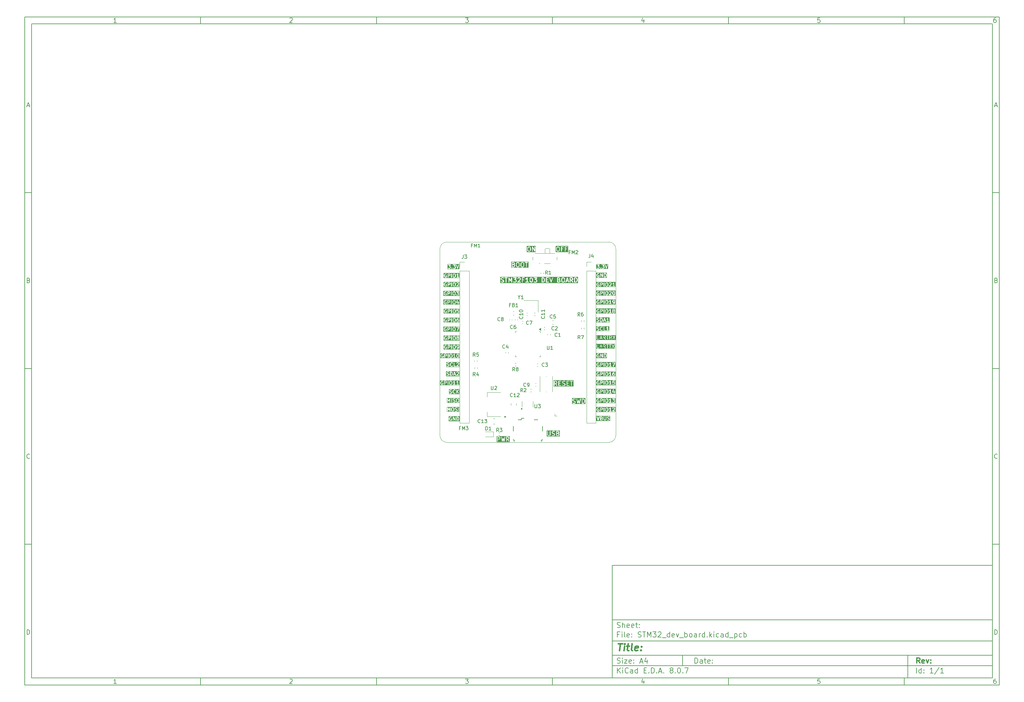
<source format=gbr>
%TF.GenerationSoftware,KiCad,Pcbnew,8.0.7*%
%TF.CreationDate,2025-02-16T19:40:28+01:00*%
%TF.ProjectId,STM32_dev_board,53544d33-325f-4646-9576-5f626f617264,rev?*%
%TF.SameCoordinates,Original*%
%TF.FileFunction,Legend,Top*%
%TF.FilePolarity,Positive*%
%FSLAX46Y46*%
G04 Gerber Fmt 4.6, Leading zero omitted, Abs format (unit mm)*
G04 Created by KiCad (PCBNEW 8.0.7) date 2025-02-16 19:40:28*
%MOMM*%
%LPD*%
G01*
G04 APERTURE LIST*
%ADD10C,0.100000*%
%ADD11C,0.150000*%
%ADD12C,0.300000*%
%ADD13C,0.400000*%
%ADD14C,0.200000*%
%ADD15C,0.125000*%
%ADD16C,0.250000*%
%ADD17C,0.120000*%
%TA.AperFunction,Profile*%
%ADD18C,0.050000*%
%TD*%
G04 APERTURE END LIST*
D10*
D11*
X177002200Y-166007200D02*
X285002200Y-166007200D01*
X285002200Y-198007200D01*
X177002200Y-198007200D01*
X177002200Y-166007200D01*
D10*
D11*
X10000000Y-10000000D02*
X287002200Y-10000000D01*
X287002200Y-200007200D01*
X10000000Y-200007200D01*
X10000000Y-10000000D01*
D10*
D11*
X12000000Y-12000000D02*
X285002200Y-12000000D01*
X285002200Y-198007200D01*
X12000000Y-198007200D01*
X12000000Y-12000000D01*
D10*
D11*
X60000000Y-12000000D02*
X60000000Y-10000000D01*
D10*
D11*
X110000000Y-12000000D02*
X110000000Y-10000000D01*
D10*
D11*
X160000000Y-12000000D02*
X160000000Y-10000000D01*
D10*
D11*
X210000000Y-12000000D02*
X210000000Y-10000000D01*
D10*
D11*
X260000000Y-12000000D02*
X260000000Y-10000000D01*
D10*
D11*
X36089160Y-11593604D02*
X35346303Y-11593604D01*
X35717731Y-11593604D02*
X35717731Y-10293604D01*
X35717731Y-10293604D02*
X35593922Y-10479319D01*
X35593922Y-10479319D02*
X35470112Y-10603128D01*
X35470112Y-10603128D02*
X35346303Y-10665033D01*
D10*
D11*
X85346303Y-10417414D02*
X85408207Y-10355509D01*
X85408207Y-10355509D02*
X85532017Y-10293604D01*
X85532017Y-10293604D02*
X85841541Y-10293604D01*
X85841541Y-10293604D02*
X85965350Y-10355509D01*
X85965350Y-10355509D02*
X86027255Y-10417414D01*
X86027255Y-10417414D02*
X86089160Y-10541223D01*
X86089160Y-10541223D02*
X86089160Y-10665033D01*
X86089160Y-10665033D02*
X86027255Y-10850747D01*
X86027255Y-10850747D02*
X85284398Y-11593604D01*
X85284398Y-11593604D02*
X86089160Y-11593604D01*
D10*
D11*
X135284398Y-10293604D02*
X136089160Y-10293604D01*
X136089160Y-10293604D02*
X135655826Y-10788842D01*
X135655826Y-10788842D02*
X135841541Y-10788842D01*
X135841541Y-10788842D02*
X135965350Y-10850747D01*
X135965350Y-10850747D02*
X136027255Y-10912652D01*
X136027255Y-10912652D02*
X136089160Y-11036461D01*
X136089160Y-11036461D02*
X136089160Y-11345985D01*
X136089160Y-11345985D02*
X136027255Y-11469795D01*
X136027255Y-11469795D02*
X135965350Y-11531700D01*
X135965350Y-11531700D02*
X135841541Y-11593604D01*
X135841541Y-11593604D02*
X135470112Y-11593604D01*
X135470112Y-11593604D02*
X135346303Y-11531700D01*
X135346303Y-11531700D02*
X135284398Y-11469795D01*
D10*
D11*
X185965350Y-10726938D02*
X185965350Y-11593604D01*
X185655826Y-10231700D02*
X185346303Y-11160271D01*
X185346303Y-11160271D02*
X186151064Y-11160271D01*
D10*
D11*
X236027255Y-10293604D02*
X235408207Y-10293604D01*
X235408207Y-10293604D02*
X235346303Y-10912652D01*
X235346303Y-10912652D02*
X235408207Y-10850747D01*
X235408207Y-10850747D02*
X235532017Y-10788842D01*
X235532017Y-10788842D02*
X235841541Y-10788842D01*
X235841541Y-10788842D02*
X235965350Y-10850747D01*
X235965350Y-10850747D02*
X236027255Y-10912652D01*
X236027255Y-10912652D02*
X236089160Y-11036461D01*
X236089160Y-11036461D02*
X236089160Y-11345985D01*
X236089160Y-11345985D02*
X236027255Y-11469795D01*
X236027255Y-11469795D02*
X235965350Y-11531700D01*
X235965350Y-11531700D02*
X235841541Y-11593604D01*
X235841541Y-11593604D02*
X235532017Y-11593604D01*
X235532017Y-11593604D02*
X235408207Y-11531700D01*
X235408207Y-11531700D02*
X235346303Y-11469795D01*
D10*
D11*
X285965350Y-10293604D02*
X285717731Y-10293604D01*
X285717731Y-10293604D02*
X285593922Y-10355509D01*
X285593922Y-10355509D02*
X285532017Y-10417414D01*
X285532017Y-10417414D02*
X285408207Y-10603128D01*
X285408207Y-10603128D02*
X285346303Y-10850747D01*
X285346303Y-10850747D02*
X285346303Y-11345985D01*
X285346303Y-11345985D02*
X285408207Y-11469795D01*
X285408207Y-11469795D02*
X285470112Y-11531700D01*
X285470112Y-11531700D02*
X285593922Y-11593604D01*
X285593922Y-11593604D02*
X285841541Y-11593604D01*
X285841541Y-11593604D02*
X285965350Y-11531700D01*
X285965350Y-11531700D02*
X286027255Y-11469795D01*
X286027255Y-11469795D02*
X286089160Y-11345985D01*
X286089160Y-11345985D02*
X286089160Y-11036461D01*
X286089160Y-11036461D02*
X286027255Y-10912652D01*
X286027255Y-10912652D02*
X285965350Y-10850747D01*
X285965350Y-10850747D02*
X285841541Y-10788842D01*
X285841541Y-10788842D02*
X285593922Y-10788842D01*
X285593922Y-10788842D02*
X285470112Y-10850747D01*
X285470112Y-10850747D02*
X285408207Y-10912652D01*
X285408207Y-10912652D02*
X285346303Y-11036461D01*
D10*
D11*
X60000000Y-198007200D02*
X60000000Y-200007200D01*
D10*
D11*
X110000000Y-198007200D02*
X110000000Y-200007200D01*
D10*
D11*
X160000000Y-198007200D02*
X160000000Y-200007200D01*
D10*
D11*
X210000000Y-198007200D02*
X210000000Y-200007200D01*
D10*
D11*
X260000000Y-198007200D02*
X260000000Y-200007200D01*
D10*
D11*
X36089160Y-199600804D02*
X35346303Y-199600804D01*
X35717731Y-199600804D02*
X35717731Y-198300804D01*
X35717731Y-198300804D02*
X35593922Y-198486519D01*
X35593922Y-198486519D02*
X35470112Y-198610328D01*
X35470112Y-198610328D02*
X35346303Y-198672233D01*
D10*
D11*
X85346303Y-198424614D02*
X85408207Y-198362709D01*
X85408207Y-198362709D02*
X85532017Y-198300804D01*
X85532017Y-198300804D02*
X85841541Y-198300804D01*
X85841541Y-198300804D02*
X85965350Y-198362709D01*
X85965350Y-198362709D02*
X86027255Y-198424614D01*
X86027255Y-198424614D02*
X86089160Y-198548423D01*
X86089160Y-198548423D02*
X86089160Y-198672233D01*
X86089160Y-198672233D02*
X86027255Y-198857947D01*
X86027255Y-198857947D02*
X85284398Y-199600804D01*
X85284398Y-199600804D02*
X86089160Y-199600804D01*
D10*
D11*
X135284398Y-198300804D02*
X136089160Y-198300804D01*
X136089160Y-198300804D02*
X135655826Y-198796042D01*
X135655826Y-198796042D02*
X135841541Y-198796042D01*
X135841541Y-198796042D02*
X135965350Y-198857947D01*
X135965350Y-198857947D02*
X136027255Y-198919852D01*
X136027255Y-198919852D02*
X136089160Y-199043661D01*
X136089160Y-199043661D02*
X136089160Y-199353185D01*
X136089160Y-199353185D02*
X136027255Y-199476995D01*
X136027255Y-199476995D02*
X135965350Y-199538900D01*
X135965350Y-199538900D02*
X135841541Y-199600804D01*
X135841541Y-199600804D02*
X135470112Y-199600804D01*
X135470112Y-199600804D02*
X135346303Y-199538900D01*
X135346303Y-199538900D02*
X135284398Y-199476995D01*
D10*
D11*
X185965350Y-198734138D02*
X185965350Y-199600804D01*
X185655826Y-198238900D02*
X185346303Y-199167471D01*
X185346303Y-199167471D02*
X186151064Y-199167471D01*
D10*
D11*
X236027255Y-198300804D02*
X235408207Y-198300804D01*
X235408207Y-198300804D02*
X235346303Y-198919852D01*
X235346303Y-198919852D02*
X235408207Y-198857947D01*
X235408207Y-198857947D02*
X235532017Y-198796042D01*
X235532017Y-198796042D02*
X235841541Y-198796042D01*
X235841541Y-198796042D02*
X235965350Y-198857947D01*
X235965350Y-198857947D02*
X236027255Y-198919852D01*
X236027255Y-198919852D02*
X236089160Y-199043661D01*
X236089160Y-199043661D02*
X236089160Y-199353185D01*
X236089160Y-199353185D02*
X236027255Y-199476995D01*
X236027255Y-199476995D02*
X235965350Y-199538900D01*
X235965350Y-199538900D02*
X235841541Y-199600804D01*
X235841541Y-199600804D02*
X235532017Y-199600804D01*
X235532017Y-199600804D02*
X235408207Y-199538900D01*
X235408207Y-199538900D02*
X235346303Y-199476995D01*
D10*
D11*
X285965350Y-198300804D02*
X285717731Y-198300804D01*
X285717731Y-198300804D02*
X285593922Y-198362709D01*
X285593922Y-198362709D02*
X285532017Y-198424614D01*
X285532017Y-198424614D02*
X285408207Y-198610328D01*
X285408207Y-198610328D02*
X285346303Y-198857947D01*
X285346303Y-198857947D02*
X285346303Y-199353185D01*
X285346303Y-199353185D02*
X285408207Y-199476995D01*
X285408207Y-199476995D02*
X285470112Y-199538900D01*
X285470112Y-199538900D02*
X285593922Y-199600804D01*
X285593922Y-199600804D02*
X285841541Y-199600804D01*
X285841541Y-199600804D02*
X285965350Y-199538900D01*
X285965350Y-199538900D02*
X286027255Y-199476995D01*
X286027255Y-199476995D02*
X286089160Y-199353185D01*
X286089160Y-199353185D02*
X286089160Y-199043661D01*
X286089160Y-199043661D02*
X286027255Y-198919852D01*
X286027255Y-198919852D02*
X285965350Y-198857947D01*
X285965350Y-198857947D02*
X285841541Y-198796042D01*
X285841541Y-198796042D02*
X285593922Y-198796042D01*
X285593922Y-198796042D02*
X285470112Y-198857947D01*
X285470112Y-198857947D02*
X285408207Y-198919852D01*
X285408207Y-198919852D02*
X285346303Y-199043661D01*
D10*
D11*
X10000000Y-60000000D02*
X12000000Y-60000000D01*
D10*
D11*
X10000000Y-110000000D02*
X12000000Y-110000000D01*
D10*
D11*
X10000000Y-160000000D02*
X12000000Y-160000000D01*
D10*
D11*
X10690476Y-35222176D02*
X11309523Y-35222176D01*
X10566666Y-35593604D02*
X10999999Y-34293604D01*
X10999999Y-34293604D02*
X11433333Y-35593604D01*
D10*
D11*
X11092857Y-84912652D02*
X11278571Y-84974557D01*
X11278571Y-84974557D02*
X11340476Y-85036461D01*
X11340476Y-85036461D02*
X11402380Y-85160271D01*
X11402380Y-85160271D02*
X11402380Y-85345985D01*
X11402380Y-85345985D02*
X11340476Y-85469795D01*
X11340476Y-85469795D02*
X11278571Y-85531700D01*
X11278571Y-85531700D02*
X11154761Y-85593604D01*
X11154761Y-85593604D02*
X10659523Y-85593604D01*
X10659523Y-85593604D02*
X10659523Y-84293604D01*
X10659523Y-84293604D02*
X11092857Y-84293604D01*
X11092857Y-84293604D02*
X11216666Y-84355509D01*
X11216666Y-84355509D02*
X11278571Y-84417414D01*
X11278571Y-84417414D02*
X11340476Y-84541223D01*
X11340476Y-84541223D02*
X11340476Y-84665033D01*
X11340476Y-84665033D02*
X11278571Y-84788842D01*
X11278571Y-84788842D02*
X11216666Y-84850747D01*
X11216666Y-84850747D02*
X11092857Y-84912652D01*
X11092857Y-84912652D02*
X10659523Y-84912652D01*
D10*
D11*
X11402380Y-135469795D02*
X11340476Y-135531700D01*
X11340476Y-135531700D02*
X11154761Y-135593604D01*
X11154761Y-135593604D02*
X11030952Y-135593604D01*
X11030952Y-135593604D02*
X10845238Y-135531700D01*
X10845238Y-135531700D02*
X10721428Y-135407890D01*
X10721428Y-135407890D02*
X10659523Y-135284080D01*
X10659523Y-135284080D02*
X10597619Y-135036461D01*
X10597619Y-135036461D02*
X10597619Y-134850747D01*
X10597619Y-134850747D02*
X10659523Y-134603128D01*
X10659523Y-134603128D02*
X10721428Y-134479319D01*
X10721428Y-134479319D02*
X10845238Y-134355509D01*
X10845238Y-134355509D02*
X11030952Y-134293604D01*
X11030952Y-134293604D02*
X11154761Y-134293604D01*
X11154761Y-134293604D02*
X11340476Y-134355509D01*
X11340476Y-134355509D02*
X11402380Y-134417414D01*
D10*
D11*
X10659523Y-185593604D02*
X10659523Y-184293604D01*
X10659523Y-184293604D02*
X10969047Y-184293604D01*
X10969047Y-184293604D02*
X11154761Y-184355509D01*
X11154761Y-184355509D02*
X11278571Y-184479319D01*
X11278571Y-184479319D02*
X11340476Y-184603128D01*
X11340476Y-184603128D02*
X11402380Y-184850747D01*
X11402380Y-184850747D02*
X11402380Y-185036461D01*
X11402380Y-185036461D02*
X11340476Y-185284080D01*
X11340476Y-185284080D02*
X11278571Y-185407890D01*
X11278571Y-185407890D02*
X11154761Y-185531700D01*
X11154761Y-185531700D02*
X10969047Y-185593604D01*
X10969047Y-185593604D02*
X10659523Y-185593604D01*
D10*
D11*
X287002200Y-60000000D02*
X285002200Y-60000000D01*
D10*
D11*
X287002200Y-110000000D02*
X285002200Y-110000000D01*
D10*
D11*
X287002200Y-160000000D02*
X285002200Y-160000000D01*
D10*
D11*
X285692676Y-35222176D02*
X286311723Y-35222176D01*
X285568866Y-35593604D02*
X286002199Y-34293604D01*
X286002199Y-34293604D02*
X286435533Y-35593604D01*
D10*
D11*
X286095057Y-84912652D02*
X286280771Y-84974557D01*
X286280771Y-84974557D02*
X286342676Y-85036461D01*
X286342676Y-85036461D02*
X286404580Y-85160271D01*
X286404580Y-85160271D02*
X286404580Y-85345985D01*
X286404580Y-85345985D02*
X286342676Y-85469795D01*
X286342676Y-85469795D02*
X286280771Y-85531700D01*
X286280771Y-85531700D02*
X286156961Y-85593604D01*
X286156961Y-85593604D02*
X285661723Y-85593604D01*
X285661723Y-85593604D02*
X285661723Y-84293604D01*
X285661723Y-84293604D02*
X286095057Y-84293604D01*
X286095057Y-84293604D02*
X286218866Y-84355509D01*
X286218866Y-84355509D02*
X286280771Y-84417414D01*
X286280771Y-84417414D02*
X286342676Y-84541223D01*
X286342676Y-84541223D02*
X286342676Y-84665033D01*
X286342676Y-84665033D02*
X286280771Y-84788842D01*
X286280771Y-84788842D02*
X286218866Y-84850747D01*
X286218866Y-84850747D02*
X286095057Y-84912652D01*
X286095057Y-84912652D02*
X285661723Y-84912652D01*
D10*
D11*
X286404580Y-135469795D02*
X286342676Y-135531700D01*
X286342676Y-135531700D02*
X286156961Y-135593604D01*
X286156961Y-135593604D02*
X286033152Y-135593604D01*
X286033152Y-135593604D02*
X285847438Y-135531700D01*
X285847438Y-135531700D02*
X285723628Y-135407890D01*
X285723628Y-135407890D02*
X285661723Y-135284080D01*
X285661723Y-135284080D02*
X285599819Y-135036461D01*
X285599819Y-135036461D02*
X285599819Y-134850747D01*
X285599819Y-134850747D02*
X285661723Y-134603128D01*
X285661723Y-134603128D02*
X285723628Y-134479319D01*
X285723628Y-134479319D02*
X285847438Y-134355509D01*
X285847438Y-134355509D02*
X286033152Y-134293604D01*
X286033152Y-134293604D02*
X286156961Y-134293604D01*
X286156961Y-134293604D02*
X286342676Y-134355509D01*
X286342676Y-134355509D02*
X286404580Y-134417414D01*
D10*
D11*
X285661723Y-185593604D02*
X285661723Y-184293604D01*
X285661723Y-184293604D02*
X285971247Y-184293604D01*
X285971247Y-184293604D02*
X286156961Y-184355509D01*
X286156961Y-184355509D02*
X286280771Y-184479319D01*
X286280771Y-184479319D02*
X286342676Y-184603128D01*
X286342676Y-184603128D02*
X286404580Y-184850747D01*
X286404580Y-184850747D02*
X286404580Y-185036461D01*
X286404580Y-185036461D02*
X286342676Y-185284080D01*
X286342676Y-185284080D02*
X286280771Y-185407890D01*
X286280771Y-185407890D02*
X286156961Y-185531700D01*
X286156961Y-185531700D02*
X285971247Y-185593604D01*
X285971247Y-185593604D02*
X285661723Y-185593604D01*
D10*
D11*
X200458026Y-193793328D02*
X200458026Y-192293328D01*
X200458026Y-192293328D02*
X200815169Y-192293328D01*
X200815169Y-192293328D02*
X201029455Y-192364757D01*
X201029455Y-192364757D02*
X201172312Y-192507614D01*
X201172312Y-192507614D02*
X201243741Y-192650471D01*
X201243741Y-192650471D02*
X201315169Y-192936185D01*
X201315169Y-192936185D02*
X201315169Y-193150471D01*
X201315169Y-193150471D02*
X201243741Y-193436185D01*
X201243741Y-193436185D02*
X201172312Y-193579042D01*
X201172312Y-193579042D02*
X201029455Y-193721900D01*
X201029455Y-193721900D02*
X200815169Y-193793328D01*
X200815169Y-193793328D02*
X200458026Y-193793328D01*
X202600884Y-193793328D02*
X202600884Y-193007614D01*
X202600884Y-193007614D02*
X202529455Y-192864757D01*
X202529455Y-192864757D02*
X202386598Y-192793328D01*
X202386598Y-192793328D02*
X202100884Y-192793328D01*
X202100884Y-192793328D02*
X201958026Y-192864757D01*
X202600884Y-193721900D02*
X202458026Y-193793328D01*
X202458026Y-193793328D02*
X202100884Y-193793328D01*
X202100884Y-193793328D02*
X201958026Y-193721900D01*
X201958026Y-193721900D02*
X201886598Y-193579042D01*
X201886598Y-193579042D02*
X201886598Y-193436185D01*
X201886598Y-193436185D02*
X201958026Y-193293328D01*
X201958026Y-193293328D02*
X202100884Y-193221900D01*
X202100884Y-193221900D02*
X202458026Y-193221900D01*
X202458026Y-193221900D02*
X202600884Y-193150471D01*
X203100884Y-192793328D02*
X203672312Y-192793328D01*
X203315169Y-192293328D02*
X203315169Y-193579042D01*
X203315169Y-193579042D02*
X203386598Y-193721900D01*
X203386598Y-193721900D02*
X203529455Y-193793328D01*
X203529455Y-193793328D02*
X203672312Y-193793328D01*
X204743741Y-193721900D02*
X204600884Y-193793328D01*
X204600884Y-193793328D02*
X204315170Y-193793328D01*
X204315170Y-193793328D02*
X204172312Y-193721900D01*
X204172312Y-193721900D02*
X204100884Y-193579042D01*
X204100884Y-193579042D02*
X204100884Y-193007614D01*
X204100884Y-193007614D02*
X204172312Y-192864757D01*
X204172312Y-192864757D02*
X204315170Y-192793328D01*
X204315170Y-192793328D02*
X204600884Y-192793328D01*
X204600884Y-192793328D02*
X204743741Y-192864757D01*
X204743741Y-192864757D02*
X204815170Y-193007614D01*
X204815170Y-193007614D02*
X204815170Y-193150471D01*
X204815170Y-193150471D02*
X204100884Y-193293328D01*
X205458026Y-193650471D02*
X205529455Y-193721900D01*
X205529455Y-193721900D02*
X205458026Y-193793328D01*
X205458026Y-193793328D02*
X205386598Y-193721900D01*
X205386598Y-193721900D02*
X205458026Y-193650471D01*
X205458026Y-193650471D02*
X205458026Y-193793328D01*
X205458026Y-192864757D02*
X205529455Y-192936185D01*
X205529455Y-192936185D02*
X205458026Y-193007614D01*
X205458026Y-193007614D02*
X205386598Y-192936185D01*
X205386598Y-192936185D02*
X205458026Y-192864757D01*
X205458026Y-192864757D02*
X205458026Y-193007614D01*
D10*
D11*
X177002200Y-194507200D02*
X285002200Y-194507200D01*
D10*
D11*
X178458026Y-196593328D02*
X178458026Y-195093328D01*
X179315169Y-196593328D02*
X178672312Y-195736185D01*
X179315169Y-195093328D02*
X178458026Y-195950471D01*
X179958026Y-196593328D02*
X179958026Y-195593328D01*
X179958026Y-195093328D02*
X179886598Y-195164757D01*
X179886598Y-195164757D02*
X179958026Y-195236185D01*
X179958026Y-195236185D02*
X180029455Y-195164757D01*
X180029455Y-195164757D02*
X179958026Y-195093328D01*
X179958026Y-195093328D02*
X179958026Y-195236185D01*
X181529455Y-196450471D02*
X181458027Y-196521900D01*
X181458027Y-196521900D02*
X181243741Y-196593328D01*
X181243741Y-196593328D02*
X181100884Y-196593328D01*
X181100884Y-196593328D02*
X180886598Y-196521900D01*
X180886598Y-196521900D02*
X180743741Y-196379042D01*
X180743741Y-196379042D02*
X180672312Y-196236185D01*
X180672312Y-196236185D02*
X180600884Y-195950471D01*
X180600884Y-195950471D02*
X180600884Y-195736185D01*
X180600884Y-195736185D02*
X180672312Y-195450471D01*
X180672312Y-195450471D02*
X180743741Y-195307614D01*
X180743741Y-195307614D02*
X180886598Y-195164757D01*
X180886598Y-195164757D02*
X181100884Y-195093328D01*
X181100884Y-195093328D02*
X181243741Y-195093328D01*
X181243741Y-195093328D02*
X181458027Y-195164757D01*
X181458027Y-195164757D02*
X181529455Y-195236185D01*
X182815170Y-196593328D02*
X182815170Y-195807614D01*
X182815170Y-195807614D02*
X182743741Y-195664757D01*
X182743741Y-195664757D02*
X182600884Y-195593328D01*
X182600884Y-195593328D02*
X182315170Y-195593328D01*
X182315170Y-195593328D02*
X182172312Y-195664757D01*
X182815170Y-196521900D02*
X182672312Y-196593328D01*
X182672312Y-196593328D02*
X182315170Y-196593328D01*
X182315170Y-196593328D02*
X182172312Y-196521900D01*
X182172312Y-196521900D02*
X182100884Y-196379042D01*
X182100884Y-196379042D02*
X182100884Y-196236185D01*
X182100884Y-196236185D02*
X182172312Y-196093328D01*
X182172312Y-196093328D02*
X182315170Y-196021900D01*
X182315170Y-196021900D02*
X182672312Y-196021900D01*
X182672312Y-196021900D02*
X182815170Y-195950471D01*
X184172313Y-196593328D02*
X184172313Y-195093328D01*
X184172313Y-196521900D02*
X184029455Y-196593328D01*
X184029455Y-196593328D02*
X183743741Y-196593328D01*
X183743741Y-196593328D02*
X183600884Y-196521900D01*
X183600884Y-196521900D02*
X183529455Y-196450471D01*
X183529455Y-196450471D02*
X183458027Y-196307614D01*
X183458027Y-196307614D02*
X183458027Y-195879042D01*
X183458027Y-195879042D02*
X183529455Y-195736185D01*
X183529455Y-195736185D02*
X183600884Y-195664757D01*
X183600884Y-195664757D02*
X183743741Y-195593328D01*
X183743741Y-195593328D02*
X184029455Y-195593328D01*
X184029455Y-195593328D02*
X184172313Y-195664757D01*
X186029455Y-195807614D02*
X186529455Y-195807614D01*
X186743741Y-196593328D02*
X186029455Y-196593328D01*
X186029455Y-196593328D02*
X186029455Y-195093328D01*
X186029455Y-195093328D02*
X186743741Y-195093328D01*
X187386598Y-196450471D02*
X187458027Y-196521900D01*
X187458027Y-196521900D02*
X187386598Y-196593328D01*
X187386598Y-196593328D02*
X187315170Y-196521900D01*
X187315170Y-196521900D02*
X187386598Y-196450471D01*
X187386598Y-196450471D02*
X187386598Y-196593328D01*
X188100884Y-196593328D02*
X188100884Y-195093328D01*
X188100884Y-195093328D02*
X188458027Y-195093328D01*
X188458027Y-195093328D02*
X188672313Y-195164757D01*
X188672313Y-195164757D02*
X188815170Y-195307614D01*
X188815170Y-195307614D02*
X188886599Y-195450471D01*
X188886599Y-195450471D02*
X188958027Y-195736185D01*
X188958027Y-195736185D02*
X188958027Y-195950471D01*
X188958027Y-195950471D02*
X188886599Y-196236185D01*
X188886599Y-196236185D02*
X188815170Y-196379042D01*
X188815170Y-196379042D02*
X188672313Y-196521900D01*
X188672313Y-196521900D02*
X188458027Y-196593328D01*
X188458027Y-196593328D02*
X188100884Y-196593328D01*
X189600884Y-196450471D02*
X189672313Y-196521900D01*
X189672313Y-196521900D02*
X189600884Y-196593328D01*
X189600884Y-196593328D02*
X189529456Y-196521900D01*
X189529456Y-196521900D02*
X189600884Y-196450471D01*
X189600884Y-196450471D02*
X189600884Y-196593328D01*
X190243742Y-196164757D02*
X190958028Y-196164757D01*
X190100885Y-196593328D02*
X190600885Y-195093328D01*
X190600885Y-195093328D02*
X191100885Y-196593328D01*
X191600884Y-196450471D02*
X191672313Y-196521900D01*
X191672313Y-196521900D02*
X191600884Y-196593328D01*
X191600884Y-196593328D02*
X191529456Y-196521900D01*
X191529456Y-196521900D02*
X191600884Y-196450471D01*
X191600884Y-196450471D02*
X191600884Y-196593328D01*
X193672313Y-195736185D02*
X193529456Y-195664757D01*
X193529456Y-195664757D02*
X193458027Y-195593328D01*
X193458027Y-195593328D02*
X193386599Y-195450471D01*
X193386599Y-195450471D02*
X193386599Y-195379042D01*
X193386599Y-195379042D02*
X193458027Y-195236185D01*
X193458027Y-195236185D02*
X193529456Y-195164757D01*
X193529456Y-195164757D02*
X193672313Y-195093328D01*
X193672313Y-195093328D02*
X193958027Y-195093328D01*
X193958027Y-195093328D02*
X194100885Y-195164757D01*
X194100885Y-195164757D02*
X194172313Y-195236185D01*
X194172313Y-195236185D02*
X194243742Y-195379042D01*
X194243742Y-195379042D02*
X194243742Y-195450471D01*
X194243742Y-195450471D02*
X194172313Y-195593328D01*
X194172313Y-195593328D02*
X194100885Y-195664757D01*
X194100885Y-195664757D02*
X193958027Y-195736185D01*
X193958027Y-195736185D02*
X193672313Y-195736185D01*
X193672313Y-195736185D02*
X193529456Y-195807614D01*
X193529456Y-195807614D02*
X193458027Y-195879042D01*
X193458027Y-195879042D02*
X193386599Y-196021900D01*
X193386599Y-196021900D02*
X193386599Y-196307614D01*
X193386599Y-196307614D02*
X193458027Y-196450471D01*
X193458027Y-196450471D02*
X193529456Y-196521900D01*
X193529456Y-196521900D02*
X193672313Y-196593328D01*
X193672313Y-196593328D02*
X193958027Y-196593328D01*
X193958027Y-196593328D02*
X194100885Y-196521900D01*
X194100885Y-196521900D02*
X194172313Y-196450471D01*
X194172313Y-196450471D02*
X194243742Y-196307614D01*
X194243742Y-196307614D02*
X194243742Y-196021900D01*
X194243742Y-196021900D02*
X194172313Y-195879042D01*
X194172313Y-195879042D02*
X194100885Y-195807614D01*
X194100885Y-195807614D02*
X193958027Y-195736185D01*
X194886598Y-196450471D02*
X194958027Y-196521900D01*
X194958027Y-196521900D02*
X194886598Y-196593328D01*
X194886598Y-196593328D02*
X194815170Y-196521900D01*
X194815170Y-196521900D02*
X194886598Y-196450471D01*
X194886598Y-196450471D02*
X194886598Y-196593328D01*
X195886599Y-195093328D02*
X196029456Y-195093328D01*
X196029456Y-195093328D02*
X196172313Y-195164757D01*
X196172313Y-195164757D02*
X196243742Y-195236185D01*
X196243742Y-195236185D02*
X196315170Y-195379042D01*
X196315170Y-195379042D02*
X196386599Y-195664757D01*
X196386599Y-195664757D02*
X196386599Y-196021900D01*
X196386599Y-196021900D02*
X196315170Y-196307614D01*
X196315170Y-196307614D02*
X196243742Y-196450471D01*
X196243742Y-196450471D02*
X196172313Y-196521900D01*
X196172313Y-196521900D02*
X196029456Y-196593328D01*
X196029456Y-196593328D02*
X195886599Y-196593328D01*
X195886599Y-196593328D02*
X195743742Y-196521900D01*
X195743742Y-196521900D02*
X195672313Y-196450471D01*
X195672313Y-196450471D02*
X195600884Y-196307614D01*
X195600884Y-196307614D02*
X195529456Y-196021900D01*
X195529456Y-196021900D02*
X195529456Y-195664757D01*
X195529456Y-195664757D02*
X195600884Y-195379042D01*
X195600884Y-195379042D02*
X195672313Y-195236185D01*
X195672313Y-195236185D02*
X195743742Y-195164757D01*
X195743742Y-195164757D02*
X195886599Y-195093328D01*
X197029455Y-196450471D02*
X197100884Y-196521900D01*
X197100884Y-196521900D02*
X197029455Y-196593328D01*
X197029455Y-196593328D02*
X196958027Y-196521900D01*
X196958027Y-196521900D02*
X197029455Y-196450471D01*
X197029455Y-196450471D02*
X197029455Y-196593328D01*
X197600884Y-195093328D02*
X198600884Y-195093328D01*
X198600884Y-195093328D02*
X197958027Y-196593328D01*
D10*
D11*
X177002200Y-191507200D02*
X285002200Y-191507200D01*
D10*
D12*
X264413853Y-193785528D02*
X263913853Y-193071242D01*
X263556710Y-193785528D02*
X263556710Y-192285528D01*
X263556710Y-192285528D02*
X264128139Y-192285528D01*
X264128139Y-192285528D02*
X264270996Y-192356957D01*
X264270996Y-192356957D02*
X264342425Y-192428385D01*
X264342425Y-192428385D02*
X264413853Y-192571242D01*
X264413853Y-192571242D02*
X264413853Y-192785528D01*
X264413853Y-192785528D02*
X264342425Y-192928385D01*
X264342425Y-192928385D02*
X264270996Y-192999814D01*
X264270996Y-192999814D02*
X264128139Y-193071242D01*
X264128139Y-193071242D02*
X263556710Y-193071242D01*
X265628139Y-193714100D02*
X265485282Y-193785528D01*
X265485282Y-193785528D02*
X265199568Y-193785528D01*
X265199568Y-193785528D02*
X265056710Y-193714100D01*
X265056710Y-193714100D02*
X264985282Y-193571242D01*
X264985282Y-193571242D02*
X264985282Y-192999814D01*
X264985282Y-192999814D02*
X265056710Y-192856957D01*
X265056710Y-192856957D02*
X265199568Y-192785528D01*
X265199568Y-192785528D02*
X265485282Y-192785528D01*
X265485282Y-192785528D02*
X265628139Y-192856957D01*
X265628139Y-192856957D02*
X265699568Y-192999814D01*
X265699568Y-192999814D02*
X265699568Y-193142671D01*
X265699568Y-193142671D02*
X264985282Y-193285528D01*
X266199567Y-192785528D02*
X266556710Y-193785528D01*
X266556710Y-193785528D02*
X266913853Y-192785528D01*
X267485281Y-193642671D02*
X267556710Y-193714100D01*
X267556710Y-193714100D02*
X267485281Y-193785528D01*
X267485281Y-193785528D02*
X267413853Y-193714100D01*
X267413853Y-193714100D02*
X267485281Y-193642671D01*
X267485281Y-193642671D02*
X267485281Y-193785528D01*
X267485281Y-192856957D02*
X267556710Y-192928385D01*
X267556710Y-192928385D02*
X267485281Y-192999814D01*
X267485281Y-192999814D02*
X267413853Y-192928385D01*
X267413853Y-192928385D02*
X267485281Y-192856957D01*
X267485281Y-192856957D02*
X267485281Y-192999814D01*
D10*
D11*
X178386598Y-193721900D02*
X178600884Y-193793328D01*
X178600884Y-193793328D02*
X178958026Y-193793328D01*
X178958026Y-193793328D02*
X179100884Y-193721900D01*
X179100884Y-193721900D02*
X179172312Y-193650471D01*
X179172312Y-193650471D02*
X179243741Y-193507614D01*
X179243741Y-193507614D02*
X179243741Y-193364757D01*
X179243741Y-193364757D02*
X179172312Y-193221900D01*
X179172312Y-193221900D02*
X179100884Y-193150471D01*
X179100884Y-193150471D02*
X178958026Y-193079042D01*
X178958026Y-193079042D02*
X178672312Y-193007614D01*
X178672312Y-193007614D02*
X178529455Y-192936185D01*
X178529455Y-192936185D02*
X178458026Y-192864757D01*
X178458026Y-192864757D02*
X178386598Y-192721900D01*
X178386598Y-192721900D02*
X178386598Y-192579042D01*
X178386598Y-192579042D02*
X178458026Y-192436185D01*
X178458026Y-192436185D02*
X178529455Y-192364757D01*
X178529455Y-192364757D02*
X178672312Y-192293328D01*
X178672312Y-192293328D02*
X179029455Y-192293328D01*
X179029455Y-192293328D02*
X179243741Y-192364757D01*
X179886597Y-193793328D02*
X179886597Y-192793328D01*
X179886597Y-192293328D02*
X179815169Y-192364757D01*
X179815169Y-192364757D02*
X179886597Y-192436185D01*
X179886597Y-192436185D02*
X179958026Y-192364757D01*
X179958026Y-192364757D02*
X179886597Y-192293328D01*
X179886597Y-192293328D02*
X179886597Y-192436185D01*
X180458026Y-192793328D02*
X181243741Y-192793328D01*
X181243741Y-192793328D02*
X180458026Y-193793328D01*
X180458026Y-193793328D02*
X181243741Y-193793328D01*
X182386598Y-193721900D02*
X182243741Y-193793328D01*
X182243741Y-193793328D02*
X181958027Y-193793328D01*
X181958027Y-193793328D02*
X181815169Y-193721900D01*
X181815169Y-193721900D02*
X181743741Y-193579042D01*
X181743741Y-193579042D02*
X181743741Y-193007614D01*
X181743741Y-193007614D02*
X181815169Y-192864757D01*
X181815169Y-192864757D02*
X181958027Y-192793328D01*
X181958027Y-192793328D02*
X182243741Y-192793328D01*
X182243741Y-192793328D02*
X182386598Y-192864757D01*
X182386598Y-192864757D02*
X182458027Y-193007614D01*
X182458027Y-193007614D02*
X182458027Y-193150471D01*
X182458027Y-193150471D02*
X181743741Y-193293328D01*
X183100883Y-193650471D02*
X183172312Y-193721900D01*
X183172312Y-193721900D02*
X183100883Y-193793328D01*
X183100883Y-193793328D02*
X183029455Y-193721900D01*
X183029455Y-193721900D02*
X183100883Y-193650471D01*
X183100883Y-193650471D02*
X183100883Y-193793328D01*
X183100883Y-192864757D02*
X183172312Y-192936185D01*
X183172312Y-192936185D02*
X183100883Y-193007614D01*
X183100883Y-193007614D02*
X183029455Y-192936185D01*
X183029455Y-192936185D02*
X183100883Y-192864757D01*
X183100883Y-192864757D02*
X183100883Y-193007614D01*
X184886598Y-193364757D02*
X185600884Y-193364757D01*
X184743741Y-193793328D02*
X185243741Y-192293328D01*
X185243741Y-192293328D02*
X185743741Y-193793328D01*
X186886598Y-192793328D02*
X186886598Y-193793328D01*
X186529455Y-192221900D02*
X186172312Y-193293328D01*
X186172312Y-193293328D02*
X187100883Y-193293328D01*
D10*
D11*
X263458026Y-196593328D02*
X263458026Y-195093328D01*
X264815170Y-196593328D02*
X264815170Y-195093328D01*
X264815170Y-196521900D02*
X264672312Y-196593328D01*
X264672312Y-196593328D02*
X264386598Y-196593328D01*
X264386598Y-196593328D02*
X264243741Y-196521900D01*
X264243741Y-196521900D02*
X264172312Y-196450471D01*
X264172312Y-196450471D02*
X264100884Y-196307614D01*
X264100884Y-196307614D02*
X264100884Y-195879042D01*
X264100884Y-195879042D02*
X264172312Y-195736185D01*
X264172312Y-195736185D02*
X264243741Y-195664757D01*
X264243741Y-195664757D02*
X264386598Y-195593328D01*
X264386598Y-195593328D02*
X264672312Y-195593328D01*
X264672312Y-195593328D02*
X264815170Y-195664757D01*
X265529455Y-196450471D02*
X265600884Y-196521900D01*
X265600884Y-196521900D02*
X265529455Y-196593328D01*
X265529455Y-196593328D02*
X265458027Y-196521900D01*
X265458027Y-196521900D02*
X265529455Y-196450471D01*
X265529455Y-196450471D02*
X265529455Y-196593328D01*
X265529455Y-195664757D02*
X265600884Y-195736185D01*
X265600884Y-195736185D02*
X265529455Y-195807614D01*
X265529455Y-195807614D02*
X265458027Y-195736185D01*
X265458027Y-195736185D02*
X265529455Y-195664757D01*
X265529455Y-195664757D02*
X265529455Y-195807614D01*
X268172313Y-196593328D02*
X267315170Y-196593328D01*
X267743741Y-196593328D02*
X267743741Y-195093328D01*
X267743741Y-195093328D02*
X267600884Y-195307614D01*
X267600884Y-195307614D02*
X267458027Y-195450471D01*
X267458027Y-195450471D02*
X267315170Y-195521900D01*
X269886598Y-195021900D02*
X268600884Y-196950471D01*
X271172313Y-196593328D02*
X270315170Y-196593328D01*
X270743741Y-196593328D02*
X270743741Y-195093328D01*
X270743741Y-195093328D02*
X270600884Y-195307614D01*
X270600884Y-195307614D02*
X270458027Y-195450471D01*
X270458027Y-195450471D02*
X270315170Y-195521900D01*
D10*
D11*
X177002200Y-187507200D02*
X285002200Y-187507200D01*
D10*
D13*
X178693928Y-188211638D02*
X179836785Y-188211638D01*
X179015357Y-190211638D02*
X179265357Y-188211638D01*
X180253452Y-190211638D02*
X180420119Y-188878304D01*
X180503452Y-188211638D02*
X180396309Y-188306876D01*
X180396309Y-188306876D02*
X180479643Y-188402114D01*
X180479643Y-188402114D02*
X180586786Y-188306876D01*
X180586786Y-188306876D02*
X180503452Y-188211638D01*
X180503452Y-188211638D02*
X180479643Y-188402114D01*
X181086786Y-188878304D02*
X181848690Y-188878304D01*
X181455833Y-188211638D02*
X181241548Y-189925923D01*
X181241548Y-189925923D02*
X181312976Y-190116400D01*
X181312976Y-190116400D02*
X181491548Y-190211638D01*
X181491548Y-190211638D02*
X181682024Y-190211638D01*
X182634405Y-190211638D02*
X182455833Y-190116400D01*
X182455833Y-190116400D02*
X182384405Y-189925923D01*
X182384405Y-189925923D02*
X182598690Y-188211638D01*
X184170119Y-190116400D02*
X183967738Y-190211638D01*
X183967738Y-190211638D02*
X183586785Y-190211638D01*
X183586785Y-190211638D02*
X183408214Y-190116400D01*
X183408214Y-190116400D02*
X183336785Y-189925923D01*
X183336785Y-189925923D02*
X183432024Y-189164019D01*
X183432024Y-189164019D02*
X183551071Y-188973542D01*
X183551071Y-188973542D02*
X183753452Y-188878304D01*
X183753452Y-188878304D02*
X184134404Y-188878304D01*
X184134404Y-188878304D02*
X184312976Y-188973542D01*
X184312976Y-188973542D02*
X184384404Y-189164019D01*
X184384404Y-189164019D02*
X184360595Y-189354495D01*
X184360595Y-189354495D02*
X183384404Y-189544971D01*
X185134405Y-190021161D02*
X185217738Y-190116400D01*
X185217738Y-190116400D02*
X185110595Y-190211638D01*
X185110595Y-190211638D02*
X185027262Y-190116400D01*
X185027262Y-190116400D02*
X185134405Y-190021161D01*
X185134405Y-190021161D02*
X185110595Y-190211638D01*
X185265357Y-188973542D02*
X185348690Y-189068780D01*
X185348690Y-189068780D02*
X185241548Y-189164019D01*
X185241548Y-189164019D02*
X185158214Y-189068780D01*
X185158214Y-189068780D02*
X185265357Y-188973542D01*
X185265357Y-188973542D02*
X185241548Y-189164019D01*
D10*
D11*
X178958026Y-185607614D02*
X178458026Y-185607614D01*
X178458026Y-186393328D02*
X178458026Y-184893328D01*
X178458026Y-184893328D02*
X179172312Y-184893328D01*
X179743740Y-186393328D02*
X179743740Y-185393328D01*
X179743740Y-184893328D02*
X179672312Y-184964757D01*
X179672312Y-184964757D02*
X179743740Y-185036185D01*
X179743740Y-185036185D02*
X179815169Y-184964757D01*
X179815169Y-184964757D02*
X179743740Y-184893328D01*
X179743740Y-184893328D02*
X179743740Y-185036185D01*
X180672312Y-186393328D02*
X180529455Y-186321900D01*
X180529455Y-186321900D02*
X180458026Y-186179042D01*
X180458026Y-186179042D02*
X180458026Y-184893328D01*
X181815169Y-186321900D02*
X181672312Y-186393328D01*
X181672312Y-186393328D02*
X181386598Y-186393328D01*
X181386598Y-186393328D02*
X181243740Y-186321900D01*
X181243740Y-186321900D02*
X181172312Y-186179042D01*
X181172312Y-186179042D02*
X181172312Y-185607614D01*
X181172312Y-185607614D02*
X181243740Y-185464757D01*
X181243740Y-185464757D02*
X181386598Y-185393328D01*
X181386598Y-185393328D02*
X181672312Y-185393328D01*
X181672312Y-185393328D02*
X181815169Y-185464757D01*
X181815169Y-185464757D02*
X181886598Y-185607614D01*
X181886598Y-185607614D02*
X181886598Y-185750471D01*
X181886598Y-185750471D02*
X181172312Y-185893328D01*
X182529454Y-186250471D02*
X182600883Y-186321900D01*
X182600883Y-186321900D02*
X182529454Y-186393328D01*
X182529454Y-186393328D02*
X182458026Y-186321900D01*
X182458026Y-186321900D02*
X182529454Y-186250471D01*
X182529454Y-186250471D02*
X182529454Y-186393328D01*
X182529454Y-185464757D02*
X182600883Y-185536185D01*
X182600883Y-185536185D02*
X182529454Y-185607614D01*
X182529454Y-185607614D02*
X182458026Y-185536185D01*
X182458026Y-185536185D02*
X182529454Y-185464757D01*
X182529454Y-185464757D02*
X182529454Y-185607614D01*
X184315169Y-186321900D02*
X184529455Y-186393328D01*
X184529455Y-186393328D02*
X184886597Y-186393328D01*
X184886597Y-186393328D02*
X185029455Y-186321900D01*
X185029455Y-186321900D02*
X185100883Y-186250471D01*
X185100883Y-186250471D02*
X185172312Y-186107614D01*
X185172312Y-186107614D02*
X185172312Y-185964757D01*
X185172312Y-185964757D02*
X185100883Y-185821900D01*
X185100883Y-185821900D02*
X185029455Y-185750471D01*
X185029455Y-185750471D02*
X184886597Y-185679042D01*
X184886597Y-185679042D02*
X184600883Y-185607614D01*
X184600883Y-185607614D02*
X184458026Y-185536185D01*
X184458026Y-185536185D02*
X184386597Y-185464757D01*
X184386597Y-185464757D02*
X184315169Y-185321900D01*
X184315169Y-185321900D02*
X184315169Y-185179042D01*
X184315169Y-185179042D02*
X184386597Y-185036185D01*
X184386597Y-185036185D02*
X184458026Y-184964757D01*
X184458026Y-184964757D02*
X184600883Y-184893328D01*
X184600883Y-184893328D02*
X184958026Y-184893328D01*
X184958026Y-184893328D02*
X185172312Y-184964757D01*
X185600883Y-184893328D02*
X186458026Y-184893328D01*
X186029454Y-186393328D02*
X186029454Y-184893328D01*
X186958025Y-186393328D02*
X186958025Y-184893328D01*
X186958025Y-184893328D02*
X187458025Y-185964757D01*
X187458025Y-185964757D02*
X187958025Y-184893328D01*
X187958025Y-184893328D02*
X187958025Y-186393328D01*
X188529454Y-184893328D02*
X189458026Y-184893328D01*
X189458026Y-184893328D02*
X188958026Y-185464757D01*
X188958026Y-185464757D02*
X189172311Y-185464757D01*
X189172311Y-185464757D02*
X189315169Y-185536185D01*
X189315169Y-185536185D02*
X189386597Y-185607614D01*
X189386597Y-185607614D02*
X189458026Y-185750471D01*
X189458026Y-185750471D02*
X189458026Y-186107614D01*
X189458026Y-186107614D02*
X189386597Y-186250471D01*
X189386597Y-186250471D02*
X189315169Y-186321900D01*
X189315169Y-186321900D02*
X189172311Y-186393328D01*
X189172311Y-186393328D02*
X188743740Y-186393328D01*
X188743740Y-186393328D02*
X188600883Y-186321900D01*
X188600883Y-186321900D02*
X188529454Y-186250471D01*
X190029454Y-185036185D02*
X190100882Y-184964757D01*
X190100882Y-184964757D02*
X190243740Y-184893328D01*
X190243740Y-184893328D02*
X190600882Y-184893328D01*
X190600882Y-184893328D02*
X190743740Y-184964757D01*
X190743740Y-184964757D02*
X190815168Y-185036185D01*
X190815168Y-185036185D02*
X190886597Y-185179042D01*
X190886597Y-185179042D02*
X190886597Y-185321900D01*
X190886597Y-185321900D02*
X190815168Y-185536185D01*
X190815168Y-185536185D02*
X189958025Y-186393328D01*
X189958025Y-186393328D02*
X190886597Y-186393328D01*
X191172311Y-186536185D02*
X192315168Y-186536185D01*
X193315168Y-186393328D02*
X193315168Y-184893328D01*
X193315168Y-186321900D02*
X193172310Y-186393328D01*
X193172310Y-186393328D02*
X192886596Y-186393328D01*
X192886596Y-186393328D02*
X192743739Y-186321900D01*
X192743739Y-186321900D02*
X192672310Y-186250471D01*
X192672310Y-186250471D02*
X192600882Y-186107614D01*
X192600882Y-186107614D02*
X192600882Y-185679042D01*
X192600882Y-185679042D02*
X192672310Y-185536185D01*
X192672310Y-185536185D02*
X192743739Y-185464757D01*
X192743739Y-185464757D02*
X192886596Y-185393328D01*
X192886596Y-185393328D02*
X193172310Y-185393328D01*
X193172310Y-185393328D02*
X193315168Y-185464757D01*
X194600882Y-186321900D02*
X194458025Y-186393328D01*
X194458025Y-186393328D02*
X194172311Y-186393328D01*
X194172311Y-186393328D02*
X194029453Y-186321900D01*
X194029453Y-186321900D02*
X193958025Y-186179042D01*
X193958025Y-186179042D02*
X193958025Y-185607614D01*
X193958025Y-185607614D02*
X194029453Y-185464757D01*
X194029453Y-185464757D02*
X194172311Y-185393328D01*
X194172311Y-185393328D02*
X194458025Y-185393328D01*
X194458025Y-185393328D02*
X194600882Y-185464757D01*
X194600882Y-185464757D02*
X194672311Y-185607614D01*
X194672311Y-185607614D02*
X194672311Y-185750471D01*
X194672311Y-185750471D02*
X193958025Y-185893328D01*
X195172310Y-185393328D02*
X195529453Y-186393328D01*
X195529453Y-186393328D02*
X195886596Y-185393328D01*
X196100882Y-186536185D02*
X197243739Y-186536185D01*
X197600881Y-186393328D02*
X197600881Y-184893328D01*
X197600881Y-185464757D02*
X197743739Y-185393328D01*
X197743739Y-185393328D02*
X198029453Y-185393328D01*
X198029453Y-185393328D02*
X198172310Y-185464757D01*
X198172310Y-185464757D02*
X198243739Y-185536185D01*
X198243739Y-185536185D02*
X198315167Y-185679042D01*
X198315167Y-185679042D02*
X198315167Y-186107614D01*
X198315167Y-186107614D02*
X198243739Y-186250471D01*
X198243739Y-186250471D02*
X198172310Y-186321900D01*
X198172310Y-186321900D02*
X198029453Y-186393328D01*
X198029453Y-186393328D02*
X197743739Y-186393328D01*
X197743739Y-186393328D02*
X197600881Y-186321900D01*
X199172310Y-186393328D02*
X199029453Y-186321900D01*
X199029453Y-186321900D02*
X198958024Y-186250471D01*
X198958024Y-186250471D02*
X198886596Y-186107614D01*
X198886596Y-186107614D02*
X198886596Y-185679042D01*
X198886596Y-185679042D02*
X198958024Y-185536185D01*
X198958024Y-185536185D02*
X199029453Y-185464757D01*
X199029453Y-185464757D02*
X199172310Y-185393328D01*
X199172310Y-185393328D02*
X199386596Y-185393328D01*
X199386596Y-185393328D02*
X199529453Y-185464757D01*
X199529453Y-185464757D02*
X199600882Y-185536185D01*
X199600882Y-185536185D02*
X199672310Y-185679042D01*
X199672310Y-185679042D02*
X199672310Y-186107614D01*
X199672310Y-186107614D02*
X199600882Y-186250471D01*
X199600882Y-186250471D02*
X199529453Y-186321900D01*
X199529453Y-186321900D02*
X199386596Y-186393328D01*
X199386596Y-186393328D02*
X199172310Y-186393328D01*
X200958025Y-186393328D02*
X200958025Y-185607614D01*
X200958025Y-185607614D02*
X200886596Y-185464757D01*
X200886596Y-185464757D02*
X200743739Y-185393328D01*
X200743739Y-185393328D02*
X200458025Y-185393328D01*
X200458025Y-185393328D02*
X200315167Y-185464757D01*
X200958025Y-186321900D02*
X200815167Y-186393328D01*
X200815167Y-186393328D02*
X200458025Y-186393328D01*
X200458025Y-186393328D02*
X200315167Y-186321900D01*
X200315167Y-186321900D02*
X200243739Y-186179042D01*
X200243739Y-186179042D02*
X200243739Y-186036185D01*
X200243739Y-186036185D02*
X200315167Y-185893328D01*
X200315167Y-185893328D02*
X200458025Y-185821900D01*
X200458025Y-185821900D02*
X200815167Y-185821900D01*
X200815167Y-185821900D02*
X200958025Y-185750471D01*
X201672310Y-186393328D02*
X201672310Y-185393328D01*
X201672310Y-185679042D02*
X201743739Y-185536185D01*
X201743739Y-185536185D02*
X201815168Y-185464757D01*
X201815168Y-185464757D02*
X201958025Y-185393328D01*
X201958025Y-185393328D02*
X202100882Y-185393328D01*
X203243739Y-186393328D02*
X203243739Y-184893328D01*
X203243739Y-186321900D02*
X203100881Y-186393328D01*
X203100881Y-186393328D02*
X202815167Y-186393328D01*
X202815167Y-186393328D02*
X202672310Y-186321900D01*
X202672310Y-186321900D02*
X202600881Y-186250471D01*
X202600881Y-186250471D02*
X202529453Y-186107614D01*
X202529453Y-186107614D02*
X202529453Y-185679042D01*
X202529453Y-185679042D02*
X202600881Y-185536185D01*
X202600881Y-185536185D02*
X202672310Y-185464757D01*
X202672310Y-185464757D02*
X202815167Y-185393328D01*
X202815167Y-185393328D02*
X203100881Y-185393328D01*
X203100881Y-185393328D02*
X203243739Y-185464757D01*
X203958024Y-186250471D02*
X204029453Y-186321900D01*
X204029453Y-186321900D02*
X203958024Y-186393328D01*
X203958024Y-186393328D02*
X203886596Y-186321900D01*
X203886596Y-186321900D02*
X203958024Y-186250471D01*
X203958024Y-186250471D02*
X203958024Y-186393328D01*
X204672310Y-186393328D02*
X204672310Y-184893328D01*
X204815168Y-185821900D02*
X205243739Y-186393328D01*
X205243739Y-185393328D02*
X204672310Y-185964757D01*
X205886596Y-186393328D02*
X205886596Y-185393328D01*
X205886596Y-184893328D02*
X205815168Y-184964757D01*
X205815168Y-184964757D02*
X205886596Y-185036185D01*
X205886596Y-185036185D02*
X205958025Y-184964757D01*
X205958025Y-184964757D02*
X205886596Y-184893328D01*
X205886596Y-184893328D02*
X205886596Y-185036185D01*
X207243740Y-186321900D02*
X207100882Y-186393328D01*
X207100882Y-186393328D02*
X206815168Y-186393328D01*
X206815168Y-186393328D02*
X206672311Y-186321900D01*
X206672311Y-186321900D02*
X206600882Y-186250471D01*
X206600882Y-186250471D02*
X206529454Y-186107614D01*
X206529454Y-186107614D02*
X206529454Y-185679042D01*
X206529454Y-185679042D02*
X206600882Y-185536185D01*
X206600882Y-185536185D02*
X206672311Y-185464757D01*
X206672311Y-185464757D02*
X206815168Y-185393328D01*
X206815168Y-185393328D02*
X207100882Y-185393328D01*
X207100882Y-185393328D02*
X207243740Y-185464757D01*
X208529454Y-186393328D02*
X208529454Y-185607614D01*
X208529454Y-185607614D02*
X208458025Y-185464757D01*
X208458025Y-185464757D02*
X208315168Y-185393328D01*
X208315168Y-185393328D02*
X208029454Y-185393328D01*
X208029454Y-185393328D02*
X207886596Y-185464757D01*
X208529454Y-186321900D02*
X208386596Y-186393328D01*
X208386596Y-186393328D02*
X208029454Y-186393328D01*
X208029454Y-186393328D02*
X207886596Y-186321900D01*
X207886596Y-186321900D02*
X207815168Y-186179042D01*
X207815168Y-186179042D02*
X207815168Y-186036185D01*
X207815168Y-186036185D02*
X207886596Y-185893328D01*
X207886596Y-185893328D02*
X208029454Y-185821900D01*
X208029454Y-185821900D02*
X208386596Y-185821900D01*
X208386596Y-185821900D02*
X208529454Y-185750471D01*
X209886597Y-186393328D02*
X209886597Y-184893328D01*
X209886597Y-186321900D02*
X209743739Y-186393328D01*
X209743739Y-186393328D02*
X209458025Y-186393328D01*
X209458025Y-186393328D02*
X209315168Y-186321900D01*
X209315168Y-186321900D02*
X209243739Y-186250471D01*
X209243739Y-186250471D02*
X209172311Y-186107614D01*
X209172311Y-186107614D02*
X209172311Y-185679042D01*
X209172311Y-185679042D02*
X209243739Y-185536185D01*
X209243739Y-185536185D02*
X209315168Y-185464757D01*
X209315168Y-185464757D02*
X209458025Y-185393328D01*
X209458025Y-185393328D02*
X209743739Y-185393328D01*
X209743739Y-185393328D02*
X209886597Y-185464757D01*
X210243740Y-186536185D02*
X211386597Y-186536185D01*
X211743739Y-185393328D02*
X211743739Y-186893328D01*
X211743739Y-185464757D02*
X211886597Y-185393328D01*
X211886597Y-185393328D02*
X212172311Y-185393328D01*
X212172311Y-185393328D02*
X212315168Y-185464757D01*
X212315168Y-185464757D02*
X212386597Y-185536185D01*
X212386597Y-185536185D02*
X212458025Y-185679042D01*
X212458025Y-185679042D02*
X212458025Y-186107614D01*
X212458025Y-186107614D02*
X212386597Y-186250471D01*
X212386597Y-186250471D02*
X212315168Y-186321900D01*
X212315168Y-186321900D02*
X212172311Y-186393328D01*
X212172311Y-186393328D02*
X211886597Y-186393328D01*
X211886597Y-186393328D02*
X211743739Y-186321900D01*
X213743740Y-186321900D02*
X213600882Y-186393328D01*
X213600882Y-186393328D02*
X213315168Y-186393328D01*
X213315168Y-186393328D02*
X213172311Y-186321900D01*
X213172311Y-186321900D02*
X213100882Y-186250471D01*
X213100882Y-186250471D02*
X213029454Y-186107614D01*
X213029454Y-186107614D02*
X213029454Y-185679042D01*
X213029454Y-185679042D02*
X213100882Y-185536185D01*
X213100882Y-185536185D02*
X213172311Y-185464757D01*
X213172311Y-185464757D02*
X213315168Y-185393328D01*
X213315168Y-185393328D02*
X213600882Y-185393328D01*
X213600882Y-185393328D02*
X213743740Y-185464757D01*
X214386596Y-186393328D02*
X214386596Y-184893328D01*
X214386596Y-185464757D02*
X214529454Y-185393328D01*
X214529454Y-185393328D02*
X214815168Y-185393328D01*
X214815168Y-185393328D02*
X214958025Y-185464757D01*
X214958025Y-185464757D02*
X215029454Y-185536185D01*
X215029454Y-185536185D02*
X215100882Y-185679042D01*
X215100882Y-185679042D02*
X215100882Y-186107614D01*
X215100882Y-186107614D02*
X215029454Y-186250471D01*
X215029454Y-186250471D02*
X214958025Y-186321900D01*
X214958025Y-186321900D02*
X214815168Y-186393328D01*
X214815168Y-186393328D02*
X214529454Y-186393328D01*
X214529454Y-186393328D02*
X214386596Y-186321900D01*
D10*
D11*
X177002200Y-181507200D02*
X285002200Y-181507200D01*
D10*
D11*
X178386598Y-183621900D02*
X178600884Y-183693328D01*
X178600884Y-183693328D02*
X178958026Y-183693328D01*
X178958026Y-183693328D02*
X179100884Y-183621900D01*
X179100884Y-183621900D02*
X179172312Y-183550471D01*
X179172312Y-183550471D02*
X179243741Y-183407614D01*
X179243741Y-183407614D02*
X179243741Y-183264757D01*
X179243741Y-183264757D02*
X179172312Y-183121900D01*
X179172312Y-183121900D02*
X179100884Y-183050471D01*
X179100884Y-183050471D02*
X178958026Y-182979042D01*
X178958026Y-182979042D02*
X178672312Y-182907614D01*
X178672312Y-182907614D02*
X178529455Y-182836185D01*
X178529455Y-182836185D02*
X178458026Y-182764757D01*
X178458026Y-182764757D02*
X178386598Y-182621900D01*
X178386598Y-182621900D02*
X178386598Y-182479042D01*
X178386598Y-182479042D02*
X178458026Y-182336185D01*
X178458026Y-182336185D02*
X178529455Y-182264757D01*
X178529455Y-182264757D02*
X178672312Y-182193328D01*
X178672312Y-182193328D02*
X179029455Y-182193328D01*
X179029455Y-182193328D02*
X179243741Y-182264757D01*
X179886597Y-183693328D02*
X179886597Y-182193328D01*
X180529455Y-183693328D02*
X180529455Y-182907614D01*
X180529455Y-182907614D02*
X180458026Y-182764757D01*
X180458026Y-182764757D02*
X180315169Y-182693328D01*
X180315169Y-182693328D02*
X180100883Y-182693328D01*
X180100883Y-182693328D02*
X179958026Y-182764757D01*
X179958026Y-182764757D02*
X179886597Y-182836185D01*
X181815169Y-183621900D02*
X181672312Y-183693328D01*
X181672312Y-183693328D02*
X181386598Y-183693328D01*
X181386598Y-183693328D02*
X181243740Y-183621900D01*
X181243740Y-183621900D02*
X181172312Y-183479042D01*
X181172312Y-183479042D02*
X181172312Y-182907614D01*
X181172312Y-182907614D02*
X181243740Y-182764757D01*
X181243740Y-182764757D02*
X181386598Y-182693328D01*
X181386598Y-182693328D02*
X181672312Y-182693328D01*
X181672312Y-182693328D02*
X181815169Y-182764757D01*
X181815169Y-182764757D02*
X181886598Y-182907614D01*
X181886598Y-182907614D02*
X181886598Y-183050471D01*
X181886598Y-183050471D02*
X181172312Y-183193328D01*
X183100883Y-183621900D02*
X182958026Y-183693328D01*
X182958026Y-183693328D02*
X182672312Y-183693328D01*
X182672312Y-183693328D02*
X182529454Y-183621900D01*
X182529454Y-183621900D02*
X182458026Y-183479042D01*
X182458026Y-183479042D02*
X182458026Y-182907614D01*
X182458026Y-182907614D02*
X182529454Y-182764757D01*
X182529454Y-182764757D02*
X182672312Y-182693328D01*
X182672312Y-182693328D02*
X182958026Y-182693328D01*
X182958026Y-182693328D02*
X183100883Y-182764757D01*
X183100883Y-182764757D02*
X183172312Y-182907614D01*
X183172312Y-182907614D02*
X183172312Y-183050471D01*
X183172312Y-183050471D02*
X182458026Y-183193328D01*
X183600883Y-182693328D02*
X184172311Y-182693328D01*
X183815168Y-182193328D02*
X183815168Y-183479042D01*
X183815168Y-183479042D02*
X183886597Y-183621900D01*
X183886597Y-183621900D02*
X184029454Y-183693328D01*
X184029454Y-183693328D02*
X184172311Y-183693328D01*
X184672311Y-183550471D02*
X184743740Y-183621900D01*
X184743740Y-183621900D02*
X184672311Y-183693328D01*
X184672311Y-183693328D02*
X184600883Y-183621900D01*
X184600883Y-183621900D02*
X184672311Y-183550471D01*
X184672311Y-183550471D02*
X184672311Y-183693328D01*
X184672311Y-182764757D02*
X184743740Y-182836185D01*
X184743740Y-182836185D02*
X184672311Y-182907614D01*
X184672311Y-182907614D02*
X184600883Y-182836185D01*
X184600883Y-182836185D02*
X184672311Y-182764757D01*
X184672311Y-182764757D02*
X184672311Y-182907614D01*
D10*
D11*
X197002200Y-191507200D02*
X197002200Y-194507200D01*
D10*
D11*
X261002200Y-191507200D02*
X261002200Y-198007200D01*
D14*
G36*
X132212816Y-93297023D02*
G01*
X132276995Y-93361202D01*
X132314910Y-93512861D01*
X132314910Y-93821575D01*
X132276994Y-93973235D01*
X132212818Y-94037413D01*
X132153208Y-94067219D01*
X132009946Y-94067219D01*
X131950336Y-94037414D01*
X131886159Y-93973236D01*
X131848244Y-93821575D01*
X131848244Y-93512862D01*
X131886159Y-93361202D01*
X131950338Y-93297023D01*
X132009946Y-93267219D01*
X132153208Y-93267219D01*
X132212816Y-93297023D01*
G37*
G36*
X130736627Y-93297024D02*
G01*
X130761296Y-93321692D01*
X130791101Y-93381302D01*
X130791101Y-93476945D01*
X130761296Y-93536554D01*
X130736627Y-93561222D01*
X130677018Y-93591028D01*
X130419673Y-93591028D01*
X130419673Y-93267219D01*
X130677018Y-93267219D01*
X130736627Y-93297024D01*
G37*
G36*
X133578402Y-94378330D02*
G01*
X129060943Y-94378330D01*
X129060943Y-93595790D01*
X129172054Y-93595790D01*
X129172054Y-93738647D01*
X129172389Y-93742049D01*
X129172172Y-93743508D01*
X129173251Y-93750805D01*
X129173975Y-93758156D01*
X129174539Y-93759519D01*
X129175040Y-93762901D01*
X129222659Y-93953376D01*
X129223172Y-93954813D01*
X129223224Y-93955536D01*
X129226332Y-93963660D01*
X129229254Y-93971837D01*
X129229684Y-93972417D01*
X129230230Y-93973844D01*
X129277849Y-94069082D01*
X129283131Y-94077474D01*
X129284144Y-94079918D01*
X129286400Y-94082667D01*
X129288292Y-94085672D01*
X129290286Y-94087401D01*
X129296581Y-94095071D01*
X129391819Y-94190311D01*
X129406972Y-94202747D01*
X129410291Y-94204122D01*
X129413007Y-94206477D01*
X129430907Y-94214468D01*
X129573764Y-94262087D01*
X129583436Y-94264286D01*
X129585878Y-94265298D01*
X129589415Y-94265646D01*
X129592879Y-94266434D01*
X129595513Y-94266246D01*
X129605387Y-94267219D01*
X129700625Y-94267219D01*
X129710498Y-94266246D01*
X129713132Y-94266434D01*
X129716595Y-94265646D01*
X129720134Y-94265298D01*
X129722576Y-94264286D01*
X129732248Y-94262087D01*
X129875104Y-94214468D01*
X129893005Y-94206477D01*
X129895720Y-94204122D01*
X129899040Y-94202747D01*
X129914193Y-94190310D01*
X129961812Y-94142690D01*
X129974249Y-94127537D01*
X129987696Y-94095071D01*
X129989180Y-94091489D01*
X129991101Y-94071980D01*
X129991101Y-93738647D01*
X129989180Y-93719138D01*
X129974248Y-93683090D01*
X129946658Y-93655500D01*
X129910610Y-93640568D01*
X129891101Y-93638647D01*
X129700625Y-93638647D01*
X129681116Y-93640568D01*
X129645068Y-93655500D01*
X129617478Y-93683090D01*
X129602546Y-93719138D01*
X129602546Y-93758156D01*
X129617478Y-93794204D01*
X129645068Y-93821794D01*
X129681116Y-93836726D01*
X129700625Y-93838647D01*
X129791101Y-93838647D01*
X129791101Y-94030559D01*
X129789462Y-94032197D01*
X129684398Y-94067219D01*
X129621613Y-94067219D01*
X129516548Y-94032197D01*
X129449478Y-93965127D01*
X129414024Y-93894218D01*
X129372054Y-93726337D01*
X129372054Y-93608100D01*
X129414024Y-93440218D01*
X129449477Y-93369312D01*
X129516549Y-93302240D01*
X129621613Y-93267219D01*
X129724637Y-93267219D01*
X129798760Y-93304281D01*
X129817069Y-93311287D01*
X129855989Y-93314053D01*
X129893005Y-93301714D01*
X129922482Y-93276149D01*
X129939931Y-93241251D01*
X129942696Y-93202331D01*
X129930993Y-93167219D01*
X130219673Y-93167219D01*
X130219673Y-94167219D01*
X130221594Y-94186728D01*
X130236526Y-94222776D01*
X130264116Y-94250366D01*
X130300164Y-94265298D01*
X130339182Y-94265298D01*
X130375230Y-94250366D01*
X130402820Y-94222776D01*
X130417752Y-94186728D01*
X130419673Y-94167219D01*
X130419673Y-93791028D01*
X130700625Y-93791028D01*
X130720134Y-93789107D01*
X130723454Y-93787731D01*
X130727038Y-93787477D01*
X130745346Y-93780471D01*
X130840584Y-93732852D01*
X130848980Y-93727566D01*
X130851420Y-93726556D01*
X130854166Y-93724302D01*
X130857174Y-93722409D01*
X130858903Y-93720414D01*
X130866574Y-93714120D01*
X130914192Y-93666501D01*
X130920484Y-93658834D01*
X130922482Y-93657102D01*
X130924375Y-93654093D01*
X130926629Y-93651348D01*
X130927639Y-93648907D01*
X130932925Y-93640511D01*
X130980544Y-93545274D01*
X130987550Y-93526965D01*
X130987804Y-93523381D01*
X130989180Y-93520061D01*
X130991101Y-93500552D01*
X130991101Y-93357695D01*
X130989180Y-93338186D01*
X130987804Y-93334865D01*
X130987550Y-93331282D01*
X130980544Y-93312973D01*
X130932925Y-93217736D01*
X130927639Y-93209339D01*
X130926629Y-93206899D01*
X130924375Y-93204153D01*
X130922482Y-93201145D01*
X130920484Y-93199412D01*
X130914192Y-93191746D01*
X130889666Y-93167219D01*
X131219673Y-93167219D01*
X131219673Y-94167219D01*
X131221594Y-94186728D01*
X131236526Y-94222776D01*
X131264116Y-94250366D01*
X131300164Y-94265298D01*
X131339182Y-94265298D01*
X131375230Y-94250366D01*
X131402820Y-94222776D01*
X131417752Y-94186728D01*
X131419673Y-94167219D01*
X131419673Y-93500552D01*
X131648244Y-93500552D01*
X131648244Y-93833885D01*
X131648579Y-93837287D01*
X131648362Y-93838746D01*
X131649441Y-93846043D01*
X131650165Y-93853394D01*
X131650729Y-93854757D01*
X131651230Y-93858139D01*
X131698849Y-94048614D01*
X131705444Y-94067075D01*
X131709869Y-94073047D01*
X131712715Y-94079918D01*
X131725152Y-94095071D01*
X131820390Y-94190311D01*
X131828058Y-94196604D01*
X131829789Y-94198600D01*
X131832796Y-94200493D01*
X131835543Y-94202747D01*
X131837983Y-94203757D01*
X131846380Y-94209043D01*
X131941617Y-94256662D01*
X131959926Y-94263668D01*
X131963509Y-94263922D01*
X131966830Y-94265298D01*
X131986339Y-94267219D01*
X132176815Y-94267219D01*
X132196324Y-94265298D01*
X132199644Y-94263922D01*
X132203228Y-94263668D01*
X132221536Y-94256662D01*
X132316774Y-94209043D01*
X132325169Y-94203758D01*
X132327611Y-94202747D01*
X132330358Y-94200491D01*
X132333364Y-94198600D01*
X132335094Y-94196605D01*
X132342764Y-94190310D01*
X132438002Y-94095071D01*
X132450439Y-94079918D01*
X132453284Y-94073047D01*
X132457710Y-94067075D01*
X132464305Y-94048615D01*
X132511924Y-93858139D01*
X132512424Y-93854757D01*
X132512989Y-93853394D01*
X132513712Y-93846043D01*
X132514792Y-93838746D01*
X132514574Y-93837287D01*
X132514910Y-93833885D01*
X132514910Y-93653062D01*
X132696330Y-93653062D01*
X132697784Y-93657880D01*
X132697784Y-93662918D01*
X132703380Y-93676427D01*
X132707601Y-93690417D01*
X132710788Y-93694313D01*
X132712716Y-93698966D01*
X132723052Y-93709302D01*
X132732308Y-93720615D01*
X132736745Y-93722995D01*
X132740306Y-93726556D01*
X132753811Y-93732150D01*
X132766692Y-93739060D01*
X132771701Y-93739560D01*
X132776354Y-93741488D01*
X132790975Y-93741488D01*
X132805516Y-93742942D01*
X132810335Y-93741488D01*
X132815372Y-93741488D01*
X132828881Y-93735891D01*
X132842871Y-93731671D01*
X132846767Y-93728483D01*
X132851420Y-93726556D01*
X132866574Y-93714120D01*
X132902717Y-93677975D01*
X132962327Y-93648171D01*
X133153208Y-93648171D01*
X133212817Y-93677976D01*
X133237486Y-93702644D01*
X133267291Y-93762254D01*
X133267291Y-93953135D01*
X133237486Y-94012743D01*
X133212817Y-94037413D01*
X133153208Y-94067219D01*
X132962327Y-94067219D01*
X132902717Y-94037414D01*
X132866574Y-94001270D01*
X132851421Y-93988833D01*
X132815373Y-93973902D01*
X132776355Y-93973901D01*
X132740306Y-93988832D01*
X132712716Y-94016422D01*
X132697785Y-94052470D01*
X132697784Y-94091488D01*
X132712715Y-94127537D01*
X132725152Y-94142690D01*
X132772770Y-94190310D01*
X132780438Y-94196603D01*
X132782170Y-94198600D01*
X132785178Y-94200493D01*
X132787924Y-94202747D01*
X132790364Y-94203757D01*
X132798761Y-94209043D01*
X132893998Y-94256662D01*
X132912307Y-94263668D01*
X132915890Y-94263922D01*
X132919211Y-94265298D01*
X132938720Y-94267219D01*
X133176815Y-94267219D01*
X133196324Y-94265298D01*
X133199644Y-94263922D01*
X133203228Y-94263668D01*
X133221536Y-94256662D01*
X133316774Y-94209043D01*
X133325169Y-94203758D01*
X133327611Y-94202747D01*
X133330358Y-94200491D01*
X133333364Y-94198600D01*
X133335094Y-94196605D01*
X133342764Y-94190310D01*
X133390383Y-94142690D01*
X133396675Y-94135023D01*
X133398672Y-94133292D01*
X133400565Y-94130284D01*
X133402820Y-94127537D01*
X133403831Y-94125095D01*
X133409115Y-94116701D01*
X133456734Y-94021464D01*
X133463740Y-94003155D01*
X133463994Y-93999571D01*
X133465370Y-93996251D01*
X133467291Y-93976742D01*
X133467291Y-93738647D01*
X133465370Y-93719138D01*
X133463994Y-93715817D01*
X133463740Y-93712234D01*
X133456734Y-93693925D01*
X133409115Y-93598688D01*
X133403829Y-93590291D01*
X133402819Y-93587851D01*
X133400565Y-93585105D01*
X133398672Y-93582097D01*
X133396674Y-93580364D01*
X133390382Y-93572698D01*
X133342764Y-93525079D01*
X133335093Y-93518784D01*
X133333364Y-93516790D01*
X133330356Y-93514896D01*
X133327610Y-93512643D01*
X133325170Y-93511632D01*
X133316774Y-93506347D01*
X133221536Y-93458728D01*
X133203228Y-93451722D01*
X133199644Y-93451467D01*
X133196324Y-93450092D01*
X133176815Y-93448171D01*
X132938720Y-93448171D01*
X132919211Y-93450092D01*
X132915890Y-93451467D01*
X132915553Y-93451491D01*
X132933981Y-93267219D01*
X133319672Y-93267219D01*
X133339181Y-93265298D01*
X133375229Y-93250366D01*
X133402819Y-93222776D01*
X133417751Y-93186728D01*
X133417751Y-93147710D01*
X133402819Y-93111662D01*
X133375229Y-93084072D01*
X133339181Y-93069140D01*
X133319672Y-93067219D01*
X132843482Y-93067219D01*
X132836265Y-93067929D01*
X132833829Y-93067686D01*
X132831450Y-93068403D01*
X132823973Y-93069140D01*
X132810463Y-93074736D01*
X132796474Y-93078957D01*
X132792577Y-93082144D01*
X132787925Y-93084072D01*
X132777588Y-93094408D01*
X132766276Y-93103664D01*
X132763895Y-93108101D01*
X132760335Y-93111662D01*
X132754740Y-93125167D01*
X132747831Y-93138048D01*
X132746354Y-93145412D01*
X132745403Y-93147710D01*
X132745403Y-93150160D01*
X132743978Y-93157269D01*
X132696359Y-93633459D01*
X132696330Y-93653062D01*
X132514910Y-93653062D01*
X132514910Y-93500552D01*
X132514574Y-93497149D01*
X132514792Y-93495691D01*
X132513712Y-93488393D01*
X132512989Y-93481043D01*
X132512424Y-93479679D01*
X132511924Y-93476298D01*
X132464305Y-93285822D01*
X132457710Y-93267362D01*
X132453283Y-93261387D01*
X132450438Y-93254519D01*
X132438002Y-93239365D01*
X132342764Y-93144127D01*
X132335093Y-93137832D01*
X132333364Y-93135838D01*
X132330356Y-93133944D01*
X132327610Y-93131691D01*
X132325170Y-93130680D01*
X132316774Y-93125395D01*
X132221536Y-93077776D01*
X132203228Y-93070770D01*
X132199644Y-93070515D01*
X132196324Y-93069140D01*
X132176815Y-93067219D01*
X131986339Y-93067219D01*
X131966830Y-93069140D01*
X131963509Y-93070515D01*
X131959926Y-93070770D01*
X131941617Y-93077776D01*
X131846380Y-93125395D01*
X131837981Y-93130681D01*
X131835544Y-93131691D01*
X131832800Y-93133942D01*
X131829789Y-93135838D01*
X131828056Y-93137835D01*
X131820390Y-93144127D01*
X131725152Y-93239365D01*
X131712716Y-93254519D01*
X131709870Y-93261387D01*
X131705444Y-93267362D01*
X131698849Y-93285823D01*
X131651230Y-93476298D01*
X131650729Y-93479679D01*
X131650165Y-93481043D01*
X131649441Y-93488393D01*
X131648362Y-93495691D01*
X131648579Y-93497149D01*
X131648244Y-93500552D01*
X131419673Y-93500552D01*
X131419673Y-93167219D01*
X131417752Y-93147710D01*
X131402820Y-93111662D01*
X131375230Y-93084072D01*
X131339182Y-93069140D01*
X131300164Y-93069140D01*
X131264116Y-93084072D01*
X131236526Y-93111662D01*
X131221594Y-93147710D01*
X131219673Y-93167219D01*
X130889666Y-93167219D01*
X130866574Y-93144127D01*
X130858903Y-93137832D01*
X130857174Y-93135838D01*
X130854166Y-93133944D01*
X130851420Y-93131691D01*
X130848980Y-93130680D01*
X130840584Y-93125395D01*
X130745346Y-93077776D01*
X130727038Y-93070770D01*
X130723454Y-93070515D01*
X130720134Y-93069140D01*
X130700625Y-93067219D01*
X130319673Y-93067219D01*
X130300164Y-93069140D01*
X130264116Y-93084072D01*
X130236526Y-93111662D01*
X130221594Y-93147710D01*
X130219673Y-93167219D01*
X129930993Y-93167219D01*
X129930358Y-93165315D01*
X129904793Y-93135838D01*
X129888203Y-93125395D01*
X129792965Y-93077776D01*
X129774657Y-93070770D01*
X129771073Y-93070515D01*
X129767753Y-93069140D01*
X129748244Y-93067219D01*
X129605387Y-93067219D01*
X129595513Y-93068191D01*
X129592879Y-93068004D01*
X129589415Y-93068791D01*
X129585878Y-93069140D01*
X129583436Y-93070151D01*
X129573764Y-93072351D01*
X129430907Y-93119970D01*
X129413007Y-93127961D01*
X129410291Y-93130316D01*
X129406973Y-93131691D01*
X129391819Y-93144127D01*
X129296581Y-93239365D01*
X129290286Y-93247035D01*
X129288292Y-93248765D01*
X129286398Y-93251772D01*
X129284145Y-93254519D01*
X129283134Y-93256958D01*
X129277849Y-93265355D01*
X129230230Y-93360593D01*
X129229684Y-93362019D01*
X129229254Y-93362600D01*
X129226332Y-93370776D01*
X129223224Y-93378901D01*
X129223172Y-93379623D01*
X129222659Y-93381061D01*
X129175040Y-93571536D01*
X129174539Y-93574917D01*
X129173975Y-93576281D01*
X129173251Y-93583631D01*
X129172172Y-93590929D01*
X129172389Y-93592387D01*
X129172054Y-93595790D01*
X129060943Y-93595790D01*
X129060943Y-92956108D01*
X133578402Y-92956108D01*
X133578402Y-94378330D01*
G37*
G36*
X176164577Y-99378330D02*
G01*
X172410943Y-99378330D01*
X172410943Y-98357695D01*
X172522054Y-98357695D01*
X172522054Y-98452933D01*
X172523975Y-98472442D01*
X172525350Y-98475762D01*
X172525605Y-98479346D01*
X172532611Y-98497654D01*
X172580230Y-98592892D01*
X172585515Y-98601288D01*
X172586526Y-98603728D01*
X172588779Y-98606474D01*
X172590673Y-98609482D01*
X172592667Y-98611211D01*
X172598962Y-98618882D01*
X172646581Y-98666500D01*
X172654247Y-98672792D01*
X172655980Y-98674790D01*
X172658988Y-98676683D01*
X172661734Y-98678937D01*
X172664174Y-98679947D01*
X172672571Y-98685233D01*
X172767808Y-98732852D01*
X172769236Y-98733398D01*
X172769816Y-98733828D01*
X172777992Y-98736749D01*
X172786117Y-98739858D01*
X172786837Y-98739909D01*
X172788276Y-98740423D01*
X172968101Y-98785379D01*
X173039008Y-98820833D01*
X173063677Y-98845501D01*
X173093482Y-98905111D01*
X173093482Y-98953135D01*
X173063677Y-99012743D01*
X173039008Y-99037413D01*
X172979399Y-99067219D01*
X172781137Y-99067219D01*
X172653677Y-99024732D01*
X172634561Y-99020385D01*
X172595641Y-99023151D01*
X172560742Y-99040601D01*
X172535177Y-99070077D01*
X172522839Y-99107093D01*
X172525605Y-99146013D01*
X172543055Y-99180912D01*
X172572531Y-99206477D01*
X172590431Y-99214468D01*
X172733288Y-99262087D01*
X172742960Y-99264286D01*
X172745402Y-99265298D01*
X172748939Y-99265646D01*
X172752403Y-99266434D01*
X172755037Y-99266246D01*
X172764911Y-99267219D01*
X173003006Y-99267219D01*
X173022515Y-99265298D01*
X173025835Y-99263922D01*
X173029419Y-99263668D01*
X173047727Y-99256662D01*
X173142965Y-99209043D01*
X173151360Y-99203758D01*
X173153802Y-99202747D01*
X173156549Y-99200491D01*
X173159555Y-99198600D01*
X173161285Y-99196605D01*
X173168955Y-99190310D01*
X173216574Y-99142690D01*
X173222866Y-99135023D01*
X173224863Y-99133292D01*
X173226756Y-99130284D01*
X173229011Y-99127537D01*
X173230022Y-99125095D01*
X173235306Y-99116701D01*
X173282925Y-99021464D01*
X173289931Y-99003155D01*
X173290185Y-98999571D01*
X173291561Y-98996251D01*
X173293482Y-98976742D01*
X173293482Y-98881504D01*
X173291561Y-98861995D01*
X173290185Y-98858674D01*
X173289931Y-98855091D01*
X173282925Y-98836782D01*
X173235306Y-98741545D01*
X173230020Y-98733148D01*
X173229010Y-98730708D01*
X173226756Y-98727962D01*
X173224863Y-98724954D01*
X173222865Y-98723221D01*
X173216573Y-98715555D01*
X173168955Y-98667936D01*
X173161284Y-98661641D01*
X173159555Y-98659647D01*
X173156547Y-98657753D01*
X173153801Y-98655500D01*
X173151361Y-98654489D01*
X173142965Y-98649204D01*
X173047727Y-98601585D01*
X173046300Y-98601039D01*
X173045720Y-98600609D01*
X173037543Y-98597687D01*
X173032584Y-98595790D01*
X173474435Y-98595790D01*
X173474435Y-98738647D01*
X173474770Y-98742049D01*
X173474553Y-98743508D01*
X173475632Y-98750805D01*
X173476356Y-98758156D01*
X173476920Y-98759519D01*
X173477421Y-98762901D01*
X173525040Y-98953376D01*
X173525553Y-98954813D01*
X173525605Y-98955536D01*
X173528713Y-98963660D01*
X173531635Y-98971837D01*
X173532065Y-98972417D01*
X173532611Y-98973844D01*
X173580230Y-99069082D01*
X173585512Y-99077474D01*
X173586525Y-99079918D01*
X173588781Y-99082667D01*
X173590673Y-99085672D01*
X173592667Y-99087401D01*
X173598962Y-99095071D01*
X173694200Y-99190311D01*
X173709353Y-99202747D01*
X173712672Y-99204122D01*
X173715388Y-99206477D01*
X173733288Y-99214468D01*
X173876145Y-99262087D01*
X173885817Y-99264286D01*
X173888259Y-99265298D01*
X173891796Y-99265646D01*
X173895260Y-99266434D01*
X173897894Y-99266246D01*
X173907768Y-99267219D01*
X174003006Y-99267219D01*
X174012879Y-99266246D01*
X174015513Y-99266434D01*
X174018976Y-99265646D01*
X174022515Y-99265298D01*
X174024957Y-99264286D01*
X174034629Y-99262087D01*
X174177485Y-99214468D01*
X174195386Y-99206477D01*
X174198101Y-99204122D01*
X174201421Y-99202747D01*
X174216574Y-99190310D01*
X174264193Y-99142690D01*
X174276630Y-99127537D01*
X174291561Y-99091488D01*
X174291560Y-99052470D01*
X174276629Y-99016422D01*
X174249038Y-98988832D01*
X174212990Y-98973901D01*
X174173972Y-98973902D01*
X174137924Y-98988833D01*
X174122770Y-99001270D01*
X174091843Y-99032197D01*
X173986779Y-99067219D01*
X173923994Y-99067219D01*
X173818929Y-99032197D01*
X173751859Y-98965127D01*
X173716405Y-98894218D01*
X173674435Y-98726337D01*
X173674435Y-98608100D01*
X173716405Y-98440218D01*
X173751858Y-98369312D01*
X173818930Y-98302240D01*
X173923994Y-98267219D01*
X173986779Y-98267219D01*
X174091844Y-98302240D01*
X174122771Y-98333167D01*
X174137924Y-98345604D01*
X174173973Y-98360535D01*
X174212991Y-98360535D01*
X174249039Y-98345604D01*
X174276629Y-98318014D01*
X174291560Y-98281966D01*
X174291560Y-98242948D01*
X174276629Y-98206899D01*
X174264192Y-98191746D01*
X174239666Y-98167219D01*
X174522054Y-98167219D01*
X174522054Y-99167219D01*
X174523975Y-99186728D01*
X174538907Y-99222776D01*
X174566497Y-99250366D01*
X174602545Y-99265298D01*
X174622054Y-99267219D01*
X175098244Y-99267219D01*
X175117753Y-99265298D01*
X175153801Y-99250366D01*
X175181391Y-99222776D01*
X175196323Y-99186728D01*
X175196323Y-99147710D01*
X175181391Y-99111662D01*
X175153801Y-99084072D01*
X175117753Y-99069140D01*
X175098244Y-99067219D01*
X174722054Y-99067219D01*
X174722054Y-98440426D01*
X175284744Y-98440426D01*
X175287510Y-98479346D01*
X175304959Y-98514245D01*
X175334436Y-98539809D01*
X175371452Y-98552148D01*
X175410372Y-98549382D01*
X175428680Y-98542376D01*
X175523918Y-98494757D01*
X175532314Y-98489471D01*
X175534754Y-98488461D01*
X175537500Y-98486207D01*
X175540508Y-98484314D01*
X175542237Y-98482319D01*
X175549908Y-98476025D01*
X175569673Y-98456260D01*
X175569673Y-99067219D01*
X175383959Y-99067219D01*
X175364450Y-99069140D01*
X175328402Y-99084072D01*
X175300812Y-99111662D01*
X175285880Y-99147710D01*
X175285880Y-99186728D01*
X175300812Y-99222776D01*
X175328402Y-99250366D01*
X175364450Y-99265298D01*
X175383959Y-99267219D01*
X175955387Y-99267219D01*
X175974896Y-99265298D01*
X176010944Y-99250366D01*
X176038534Y-99222776D01*
X176053466Y-99186728D01*
X176053466Y-99147710D01*
X176038534Y-99111662D01*
X176010944Y-99084072D01*
X175974896Y-99069140D01*
X175955387Y-99067219D01*
X175769673Y-99067219D01*
X175769673Y-98167219D01*
X175769666Y-98167148D01*
X175769673Y-98167114D01*
X175769652Y-98167012D01*
X175767752Y-98147710D01*
X175763962Y-98138561D01*
X175762021Y-98128854D01*
X175756569Y-98120713D01*
X175752820Y-98111662D01*
X175745820Y-98104662D01*
X175740310Y-98096434D01*
X175732155Y-98090997D01*
X175725230Y-98084072D01*
X175716086Y-98080284D01*
X175707845Y-98074790D01*
X175698231Y-98072888D01*
X175689182Y-98069140D01*
X175679281Y-98069140D01*
X175669569Y-98067219D01*
X175659964Y-98069140D01*
X175650164Y-98069140D01*
X175641015Y-98072929D01*
X175631308Y-98074871D01*
X175623167Y-98080322D01*
X175614116Y-98084072D01*
X175607116Y-98091071D01*
X175598888Y-98096582D01*
X175586599Y-98111588D01*
X175586526Y-98111662D01*
X175586512Y-98111694D01*
X175586468Y-98111749D01*
X175496724Y-98246365D01*
X175419960Y-98323128D01*
X175339238Y-98363490D01*
X175322647Y-98373933D01*
X175297083Y-98403410D01*
X175284744Y-98440426D01*
X174722054Y-98440426D01*
X174722054Y-98167219D01*
X174720133Y-98147710D01*
X174705201Y-98111662D01*
X174677611Y-98084072D01*
X174641563Y-98069140D01*
X174602545Y-98069140D01*
X174566497Y-98084072D01*
X174538907Y-98111662D01*
X174523975Y-98147710D01*
X174522054Y-98167219D01*
X174239666Y-98167219D01*
X174216574Y-98144127D01*
X174201420Y-98131691D01*
X174198101Y-98130316D01*
X174195386Y-98127961D01*
X174177485Y-98119970D01*
X174034629Y-98072351D01*
X174024957Y-98070151D01*
X174022515Y-98069140D01*
X174018976Y-98068791D01*
X174015513Y-98068004D01*
X174012879Y-98068191D01*
X174003006Y-98067219D01*
X173907768Y-98067219D01*
X173897894Y-98068191D01*
X173895260Y-98068004D01*
X173891796Y-98068791D01*
X173888259Y-98069140D01*
X173885817Y-98070151D01*
X173876145Y-98072351D01*
X173733288Y-98119970D01*
X173715388Y-98127961D01*
X173712672Y-98130316D01*
X173709354Y-98131691D01*
X173694200Y-98144127D01*
X173598962Y-98239365D01*
X173592667Y-98247035D01*
X173590673Y-98248765D01*
X173588779Y-98251772D01*
X173586526Y-98254519D01*
X173585515Y-98256958D01*
X173580230Y-98265355D01*
X173532611Y-98360593D01*
X173532065Y-98362019D01*
X173531635Y-98362600D01*
X173528713Y-98370776D01*
X173525605Y-98378901D01*
X173525553Y-98379623D01*
X173525040Y-98381061D01*
X173477421Y-98571536D01*
X173476920Y-98574917D01*
X173476356Y-98576281D01*
X173475632Y-98583631D01*
X173474553Y-98590929D01*
X173474770Y-98592387D01*
X173474435Y-98595790D01*
X173032584Y-98595790D01*
X173029419Y-98594579D01*
X173028696Y-98594527D01*
X173027259Y-98594014D01*
X172847434Y-98549057D01*
X172776527Y-98513604D01*
X172751859Y-98488935D01*
X172722054Y-98429325D01*
X172722054Y-98381302D01*
X172751859Y-98321692D01*
X172776527Y-98297023D01*
X172836137Y-98267219D01*
X173034398Y-98267219D01*
X173161859Y-98309706D01*
X173180974Y-98314053D01*
X173219894Y-98311287D01*
X173254793Y-98293837D01*
X173280358Y-98264361D01*
X173292697Y-98227345D01*
X173289930Y-98188425D01*
X173272481Y-98153526D01*
X173243005Y-98127961D01*
X173225104Y-98119970D01*
X173082248Y-98072351D01*
X173072576Y-98070151D01*
X173070134Y-98069140D01*
X173066595Y-98068791D01*
X173063132Y-98068004D01*
X173060498Y-98068191D01*
X173050625Y-98067219D01*
X172812530Y-98067219D01*
X172793021Y-98069140D01*
X172789700Y-98070515D01*
X172786117Y-98070770D01*
X172767808Y-98077776D01*
X172672571Y-98125395D01*
X172664174Y-98130680D01*
X172661734Y-98131691D01*
X172658988Y-98133944D01*
X172655980Y-98135838D01*
X172654247Y-98137835D01*
X172646581Y-98144128D01*
X172598962Y-98191746D01*
X172592667Y-98199416D01*
X172590673Y-98201146D01*
X172588779Y-98204153D01*
X172586526Y-98206900D01*
X172585515Y-98209339D01*
X172580230Y-98217736D01*
X172532611Y-98312974D01*
X172525605Y-98331282D01*
X172525350Y-98334865D01*
X172523975Y-98338186D01*
X172522054Y-98357695D01*
X172410943Y-98357695D01*
X172410943Y-97956108D01*
X176164577Y-97956108D01*
X176164577Y-99378330D01*
G37*
G36*
X175562816Y-113647023D02*
G01*
X175626995Y-113711202D01*
X175664910Y-113862861D01*
X175664910Y-114171575D01*
X175626994Y-114323235D01*
X175562818Y-114387413D01*
X175503208Y-114417219D01*
X175359946Y-114417219D01*
X175300336Y-114387414D01*
X175236159Y-114323236D01*
X175198244Y-114171575D01*
X175198244Y-113862862D01*
X175236159Y-113711202D01*
X175300338Y-113647023D01*
X175359946Y-113617219D01*
X175503208Y-113617219D01*
X175562816Y-113647023D01*
G37*
G36*
X174086627Y-113647024D02*
G01*
X174111296Y-113671692D01*
X174141101Y-113731302D01*
X174141101Y-113826945D01*
X174111296Y-113886554D01*
X174086627Y-113911222D01*
X174027018Y-113941028D01*
X173769673Y-113941028D01*
X173769673Y-113617219D01*
X174027018Y-113617219D01*
X174086627Y-113647024D01*
G37*
G36*
X177880783Y-114728330D02*
G01*
X172410943Y-114728330D01*
X172410943Y-113945790D01*
X172522054Y-113945790D01*
X172522054Y-114088647D01*
X172522389Y-114092049D01*
X172522172Y-114093508D01*
X172523251Y-114100805D01*
X172523975Y-114108156D01*
X172524539Y-114109519D01*
X172525040Y-114112901D01*
X172572659Y-114303376D01*
X172573172Y-114304813D01*
X172573224Y-114305536D01*
X172576332Y-114313660D01*
X172579254Y-114321837D01*
X172579684Y-114322417D01*
X172580230Y-114323844D01*
X172627849Y-114419082D01*
X172633131Y-114427474D01*
X172634144Y-114429918D01*
X172636400Y-114432667D01*
X172638292Y-114435672D01*
X172640286Y-114437401D01*
X172646581Y-114445071D01*
X172741819Y-114540311D01*
X172756972Y-114552747D01*
X172760291Y-114554122D01*
X172763007Y-114556477D01*
X172780907Y-114564468D01*
X172923764Y-114612087D01*
X172933436Y-114614286D01*
X172935878Y-114615298D01*
X172939415Y-114615646D01*
X172942879Y-114616434D01*
X172945513Y-114616246D01*
X172955387Y-114617219D01*
X173050625Y-114617219D01*
X173060498Y-114616246D01*
X173063132Y-114616434D01*
X173066595Y-114615646D01*
X173070134Y-114615298D01*
X173072576Y-114614286D01*
X173082248Y-114612087D01*
X173225104Y-114564468D01*
X173243005Y-114556477D01*
X173245720Y-114554122D01*
X173249040Y-114552747D01*
X173264193Y-114540310D01*
X173311812Y-114492690D01*
X173324249Y-114477537D01*
X173337696Y-114445071D01*
X173339180Y-114441489D01*
X173341101Y-114421980D01*
X173341101Y-114088647D01*
X173339180Y-114069138D01*
X173324248Y-114033090D01*
X173296658Y-114005500D01*
X173260610Y-113990568D01*
X173241101Y-113988647D01*
X173050625Y-113988647D01*
X173031116Y-113990568D01*
X172995068Y-114005500D01*
X172967478Y-114033090D01*
X172952546Y-114069138D01*
X172952546Y-114108156D01*
X172967478Y-114144204D01*
X172995068Y-114171794D01*
X173031116Y-114186726D01*
X173050625Y-114188647D01*
X173141101Y-114188647D01*
X173141101Y-114380559D01*
X173139462Y-114382197D01*
X173034398Y-114417219D01*
X172971613Y-114417219D01*
X172866548Y-114382197D01*
X172799478Y-114315127D01*
X172764024Y-114244218D01*
X172722054Y-114076337D01*
X172722054Y-113958100D01*
X172764024Y-113790218D01*
X172799477Y-113719312D01*
X172866549Y-113652240D01*
X172971613Y-113617219D01*
X173074637Y-113617219D01*
X173148760Y-113654281D01*
X173167069Y-113661287D01*
X173205989Y-113664053D01*
X173243005Y-113651714D01*
X173272482Y-113626149D01*
X173289931Y-113591251D01*
X173292696Y-113552331D01*
X173280993Y-113517219D01*
X173569673Y-113517219D01*
X173569673Y-114517219D01*
X173571594Y-114536728D01*
X173586526Y-114572776D01*
X173614116Y-114600366D01*
X173650164Y-114615298D01*
X173689182Y-114615298D01*
X173725230Y-114600366D01*
X173752820Y-114572776D01*
X173767752Y-114536728D01*
X173769673Y-114517219D01*
X173769673Y-114141028D01*
X174050625Y-114141028D01*
X174070134Y-114139107D01*
X174073454Y-114137731D01*
X174077038Y-114137477D01*
X174095346Y-114130471D01*
X174190584Y-114082852D01*
X174198980Y-114077566D01*
X174201420Y-114076556D01*
X174204166Y-114074302D01*
X174207174Y-114072409D01*
X174208903Y-114070414D01*
X174216574Y-114064120D01*
X174264192Y-114016501D01*
X174270484Y-114008834D01*
X174272482Y-114007102D01*
X174274375Y-114004093D01*
X174276629Y-114001348D01*
X174277639Y-113998907D01*
X174282925Y-113990511D01*
X174330544Y-113895274D01*
X174337550Y-113876965D01*
X174337804Y-113873381D01*
X174339180Y-113870061D01*
X174341101Y-113850552D01*
X174341101Y-113707695D01*
X174339180Y-113688186D01*
X174337804Y-113684865D01*
X174337550Y-113681282D01*
X174330544Y-113662973D01*
X174282925Y-113567736D01*
X174277639Y-113559339D01*
X174276629Y-113556899D01*
X174274375Y-113554153D01*
X174272482Y-113551145D01*
X174270484Y-113549412D01*
X174264192Y-113541746D01*
X174239666Y-113517219D01*
X174569673Y-113517219D01*
X174569673Y-114517219D01*
X174571594Y-114536728D01*
X174586526Y-114572776D01*
X174614116Y-114600366D01*
X174650164Y-114615298D01*
X174689182Y-114615298D01*
X174725230Y-114600366D01*
X174752820Y-114572776D01*
X174767752Y-114536728D01*
X174769673Y-114517219D01*
X174769673Y-113850552D01*
X174998244Y-113850552D01*
X174998244Y-114183885D01*
X174998579Y-114187287D01*
X174998362Y-114188746D01*
X174999441Y-114196043D01*
X175000165Y-114203394D01*
X175000729Y-114204757D01*
X175001230Y-114208139D01*
X175048849Y-114398614D01*
X175055444Y-114417075D01*
X175059869Y-114423047D01*
X175062715Y-114429918D01*
X175075152Y-114445071D01*
X175170390Y-114540311D01*
X175178058Y-114546604D01*
X175179789Y-114548600D01*
X175182796Y-114550493D01*
X175185543Y-114552747D01*
X175187983Y-114553757D01*
X175196380Y-114559043D01*
X175291617Y-114606662D01*
X175309926Y-114613668D01*
X175313509Y-114613922D01*
X175316830Y-114615298D01*
X175336339Y-114617219D01*
X175526815Y-114617219D01*
X175546324Y-114615298D01*
X175549644Y-114613922D01*
X175553228Y-114613668D01*
X175571536Y-114606662D01*
X175666774Y-114559043D01*
X175675169Y-114553758D01*
X175677611Y-114552747D01*
X175680358Y-114550491D01*
X175683364Y-114548600D01*
X175685094Y-114546605D01*
X175692764Y-114540310D01*
X175788002Y-114445071D01*
X175800439Y-114429918D01*
X175803284Y-114423047D01*
X175807710Y-114417075D01*
X175814305Y-114398615D01*
X175861924Y-114208139D01*
X175862424Y-114204757D01*
X175862989Y-114203394D01*
X175863712Y-114196043D01*
X175864792Y-114188746D01*
X175864574Y-114187287D01*
X175864910Y-114183885D01*
X175864910Y-113850552D01*
X175864574Y-113847149D01*
X175864792Y-113845691D01*
X175863712Y-113838393D01*
X175862989Y-113831043D01*
X175862424Y-113829679D01*
X175861924Y-113826298D01*
X175852956Y-113790426D01*
X176046648Y-113790426D01*
X176049414Y-113829346D01*
X176066863Y-113864245D01*
X176096340Y-113889809D01*
X176133356Y-113902148D01*
X176172276Y-113899382D01*
X176190584Y-113892376D01*
X176285822Y-113844757D01*
X176294218Y-113839471D01*
X176296658Y-113838461D01*
X176299404Y-113836207D01*
X176302412Y-113834314D01*
X176304141Y-113832319D01*
X176311812Y-113826025D01*
X176331577Y-113806260D01*
X176331577Y-114417219D01*
X176145863Y-114417219D01*
X176126354Y-114419140D01*
X176090306Y-114434072D01*
X176062716Y-114461662D01*
X176047784Y-114497710D01*
X176047784Y-114536728D01*
X176062716Y-114572776D01*
X176090306Y-114600366D01*
X176126354Y-114615298D01*
X176145863Y-114617219D01*
X176717291Y-114617219D01*
X176736800Y-114615298D01*
X176772848Y-114600366D01*
X176800438Y-114572776D01*
X176815370Y-114536728D01*
X176815370Y-114497710D01*
X176800438Y-114461662D01*
X176772848Y-114434072D01*
X176736800Y-114419140D01*
X176717291Y-114417219D01*
X176531577Y-114417219D01*
X176531577Y-114003062D01*
X176998711Y-114003062D01*
X177000165Y-114007880D01*
X177000165Y-114012918D01*
X177005761Y-114026427D01*
X177009982Y-114040417D01*
X177013169Y-114044313D01*
X177015097Y-114048966D01*
X177025433Y-114059302D01*
X177034689Y-114070615D01*
X177039126Y-114072995D01*
X177042687Y-114076556D01*
X177056192Y-114082150D01*
X177069073Y-114089060D01*
X177074082Y-114089560D01*
X177078735Y-114091488D01*
X177093356Y-114091488D01*
X177107897Y-114092942D01*
X177112716Y-114091488D01*
X177117753Y-114091488D01*
X177131262Y-114085891D01*
X177145252Y-114081671D01*
X177149148Y-114078483D01*
X177153801Y-114076556D01*
X177168955Y-114064120D01*
X177205098Y-114027975D01*
X177264708Y-113998171D01*
X177455589Y-113998171D01*
X177515198Y-114027976D01*
X177539867Y-114052644D01*
X177569672Y-114112254D01*
X177569672Y-114303135D01*
X177539867Y-114362743D01*
X177515198Y-114387413D01*
X177455589Y-114417219D01*
X177264708Y-114417219D01*
X177205098Y-114387414D01*
X177168955Y-114351270D01*
X177153802Y-114338833D01*
X177117754Y-114323902D01*
X177078736Y-114323901D01*
X177042687Y-114338832D01*
X177015097Y-114366422D01*
X177000166Y-114402470D01*
X177000165Y-114441488D01*
X177015096Y-114477537D01*
X177027533Y-114492690D01*
X177075151Y-114540310D01*
X177082819Y-114546603D01*
X177084551Y-114548600D01*
X177087559Y-114550493D01*
X177090305Y-114552747D01*
X177092745Y-114553757D01*
X177101142Y-114559043D01*
X177196379Y-114606662D01*
X177214688Y-114613668D01*
X177218271Y-114613922D01*
X177221592Y-114615298D01*
X177241101Y-114617219D01*
X177479196Y-114617219D01*
X177498705Y-114615298D01*
X177502025Y-114613922D01*
X177505609Y-114613668D01*
X177523917Y-114606662D01*
X177619155Y-114559043D01*
X177627550Y-114553758D01*
X177629992Y-114552747D01*
X177632739Y-114550491D01*
X177635745Y-114548600D01*
X177637475Y-114546605D01*
X177645145Y-114540310D01*
X177692764Y-114492690D01*
X177699056Y-114485023D01*
X177701053Y-114483292D01*
X177702946Y-114480284D01*
X177705201Y-114477537D01*
X177706212Y-114475095D01*
X177711496Y-114466701D01*
X177759115Y-114371464D01*
X177766121Y-114353155D01*
X177766375Y-114349571D01*
X177767751Y-114346251D01*
X177769672Y-114326742D01*
X177769672Y-114088647D01*
X177767751Y-114069138D01*
X177766375Y-114065817D01*
X177766121Y-114062234D01*
X177759115Y-114043925D01*
X177711496Y-113948688D01*
X177706210Y-113940291D01*
X177705200Y-113937851D01*
X177702946Y-113935105D01*
X177701053Y-113932097D01*
X177699055Y-113930364D01*
X177692763Y-113922698D01*
X177645145Y-113875079D01*
X177637474Y-113868784D01*
X177635745Y-113866790D01*
X177632737Y-113864896D01*
X177629991Y-113862643D01*
X177627551Y-113861632D01*
X177619155Y-113856347D01*
X177523917Y-113808728D01*
X177505609Y-113801722D01*
X177502025Y-113801467D01*
X177498705Y-113800092D01*
X177479196Y-113798171D01*
X177241101Y-113798171D01*
X177221592Y-113800092D01*
X177218271Y-113801467D01*
X177217934Y-113801491D01*
X177236362Y-113617219D01*
X177622053Y-113617219D01*
X177641562Y-113615298D01*
X177677610Y-113600366D01*
X177705200Y-113572776D01*
X177720132Y-113536728D01*
X177720132Y-113497710D01*
X177705200Y-113461662D01*
X177677610Y-113434072D01*
X177641562Y-113419140D01*
X177622053Y-113417219D01*
X177145863Y-113417219D01*
X177138646Y-113417929D01*
X177136210Y-113417686D01*
X177133831Y-113418403D01*
X177126354Y-113419140D01*
X177112844Y-113424736D01*
X177098855Y-113428957D01*
X177094958Y-113432144D01*
X177090306Y-113434072D01*
X177079969Y-113444408D01*
X177068657Y-113453664D01*
X177066276Y-113458101D01*
X177062716Y-113461662D01*
X177057121Y-113475167D01*
X177050212Y-113488048D01*
X177048735Y-113495412D01*
X177047784Y-113497710D01*
X177047784Y-113500160D01*
X177046359Y-113507269D01*
X176998740Y-113983459D01*
X176998711Y-114003062D01*
X176531577Y-114003062D01*
X176531577Y-113517219D01*
X176531570Y-113517148D01*
X176531577Y-113517114D01*
X176531556Y-113517012D01*
X176529656Y-113497710D01*
X176525866Y-113488561D01*
X176523925Y-113478854D01*
X176518473Y-113470713D01*
X176514724Y-113461662D01*
X176507724Y-113454662D01*
X176502214Y-113446434D01*
X176494059Y-113440997D01*
X176487134Y-113434072D01*
X176477990Y-113430284D01*
X176469749Y-113424790D01*
X176460135Y-113422888D01*
X176451086Y-113419140D01*
X176441185Y-113419140D01*
X176431473Y-113417219D01*
X176421868Y-113419140D01*
X176412068Y-113419140D01*
X176402919Y-113422929D01*
X176393212Y-113424871D01*
X176385071Y-113430322D01*
X176376020Y-113434072D01*
X176369020Y-113441071D01*
X176360792Y-113446582D01*
X176348503Y-113461588D01*
X176348430Y-113461662D01*
X176348416Y-113461694D01*
X176348372Y-113461749D01*
X176258628Y-113596365D01*
X176181864Y-113673128D01*
X176101142Y-113713490D01*
X176084551Y-113723933D01*
X176058987Y-113753410D01*
X176046648Y-113790426D01*
X175852956Y-113790426D01*
X175814305Y-113635822D01*
X175807710Y-113617362D01*
X175803283Y-113611387D01*
X175800438Y-113604519D01*
X175788002Y-113589365D01*
X175692764Y-113494127D01*
X175685093Y-113487832D01*
X175683364Y-113485838D01*
X175680356Y-113483944D01*
X175677610Y-113481691D01*
X175675170Y-113480680D01*
X175666774Y-113475395D01*
X175571536Y-113427776D01*
X175553228Y-113420770D01*
X175549644Y-113420515D01*
X175546324Y-113419140D01*
X175526815Y-113417219D01*
X175336339Y-113417219D01*
X175316830Y-113419140D01*
X175313509Y-113420515D01*
X175309926Y-113420770D01*
X175291617Y-113427776D01*
X175196380Y-113475395D01*
X175187981Y-113480681D01*
X175185544Y-113481691D01*
X175182800Y-113483942D01*
X175179789Y-113485838D01*
X175178056Y-113487835D01*
X175170390Y-113494127D01*
X175075152Y-113589365D01*
X175062716Y-113604519D01*
X175059870Y-113611387D01*
X175055444Y-113617362D01*
X175048849Y-113635823D01*
X175001230Y-113826298D01*
X175000729Y-113829679D01*
X175000165Y-113831043D01*
X174999441Y-113838393D01*
X174998362Y-113845691D01*
X174998579Y-113847149D01*
X174998244Y-113850552D01*
X174769673Y-113850552D01*
X174769673Y-113517219D01*
X174767752Y-113497710D01*
X174752820Y-113461662D01*
X174725230Y-113434072D01*
X174689182Y-113419140D01*
X174650164Y-113419140D01*
X174614116Y-113434072D01*
X174586526Y-113461662D01*
X174571594Y-113497710D01*
X174569673Y-113517219D01*
X174239666Y-113517219D01*
X174216574Y-113494127D01*
X174208903Y-113487832D01*
X174207174Y-113485838D01*
X174204166Y-113483944D01*
X174201420Y-113481691D01*
X174198980Y-113480680D01*
X174190584Y-113475395D01*
X174095346Y-113427776D01*
X174077038Y-113420770D01*
X174073454Y-113420515D01*
X174070134Y-113419140D01*
X174050625Y-113417219D01*
X173669673Y-113417219D01*
X173650164Y-113419140D01*
X173614116Y-113434072D01*
X173586526Y-113461662D01*
X173571594Y-113497710D01*
X173569673Y-113517219D01*
X173280993Y-113517219D01*
X173280358Y-113515315D01*
X173254793Y-113485838D01*
X173238203Y-113475395D01*
X173142965Y-113427776D01*
X173124657Y-113420770D01*
X173121073Y-113420515D01*
X173117753Y-113419140D01*
X173098244Y-113417219D01*
X172955387Y-113417219D01*
X172945513Y-113418191D01*
X172942879Y-113418004D01*
X172939415Y-113418791D01*
X172935878Y-113419140D01*
X172933436Y-113420151D01*
X172923764Y-113422351D01*
X172780907Y-113469970D01*
X172763007Y-113477961D01*
X172760291Y-113480316D01*
X172756973Y-113481691D01*
X172741819Y-113494127D01*
X172646581Y-113589365D01*
X172640286Y-113597035D01*
X172638292Y-113598765D01*
X172636398Y-113601772D01*
X172634145Y-113604519D01*
X172633134Y-113606958D01*
X172627849Y-113615355D01*
X172580230Y-113710593D01*
X172579684Y-113712019D01*
X172579254Y-113712600D01*
X172576332Y-113720776D01*
X172573224Y-113728901D01*
X172573172Y-113729623D01*
X172572659Y-113731061D01*
X172525040Y-113921536D01*
X172524539Y-113924917D01*
X172523975Y-113926281D01*
X172523251Y-113933631D01*
X172522172Y-113940929D01*
X172522389Y-113942387D01*
X172522054Y-113945790D01*
X172410943Y-113945790D01*
X172410943Y-113306108D01*
X177880783Y-113306108D01*
X177880783Y-114728330D01*
G37*
G36*
X131262816Y-105997023D02*
G01*
X131326995Y-106061202D01*
X131364910Y-106212861D01*
X131364910Y-106521575D01*
X131326994Y-106673235D01*
X131262818Y-106737413D01*
X131203208Y-106767219D01*
X131059946Y-106767219D01*
X131000336Y-106737414D01*
X130936159Y-106673236D01*
X130898244Y-106521575D01*
X130898244Y-106212862D01*
X130936159Y-106061202D01*
X131000338Y-105997023D01*
X131059946Y-105967219D01*
X131203208Y-105967219D01*
X131262816Y-105997023D01*
G37*
G36*
X133167579Y-105997024D02*
G01*
X133192248Y-106021692D01*
X133227701Y-106092599D01*
X133269672Y-106260480D01*
X133269672Y-106473956D01*
X133227701Y-106641837D01*
X133192248Y-106712743D01*
X133167579Y-106737413D01*
X133107970Y-106767219D01*
X133059946Y-106767219D01*
X133000336Y-106737414D01*
X132975669Y-106712746D01*
X132940214Y-106641837D01*
X132898244Y-106473956D01*
X132898244Y-106260481D01*
X132940214Y-106092599D01*
X132975668Y-106021692D01*
X133000336Y-105997023D01*
X133059946Y-105967219D01*
X133107970Y-105967219D01*
X133167579Y-105997024D01*
G37*
G36*
X129786627Y-105997024D02*
G01*
X129811296Y-106021692D01*
X129841101Y-106081302D01*
X129841101Y-106176945D01*
X129811296Y-106236554D01*
X129786627Y-106261222D01*
X129727018Y-106291028D01*
X129469673Y-106291028D01*
X129469673Y-105967219D01*
X129727018Y-105967219D01*
X129786627Y-105997024D01*
G37*
G36*
X133580783Y-107078330D02*
G01*
X128110943Y-107078330D01*
X128110943Y-106295790D01*
X128222054Y-106295790D01*
X128222054Y-106438647D01*
X128222389Y-106442049D01*
X128222172Y-106443508D01*
X128223251Y-106450805D01*
X128223975Y-106458156D01*
X128224539Y-106459519D01*
X128225040Y-106462901D01*
X128272659Y-106653376D01*
X128273172Y-106654813D01*
X128273224Y-106655536D01*
X128276332Y-106663660D01*
X128279254Y-106671837D01*
X128279684Y-106672417D01*
X128280230Y-106673844D01*
X128327849Y-106769082D01*
X128333131Y-106777474D01*
X128334144Y-106779918D01*
X128336400Y-106782667D01*
X128338292Y-106785672D01*
X128340286Y-106787401D01*
X128346581Y-106795071D01*
X128441819Y-106890311D01*
X128456972Y-106902747D01*
X128460291Y-106904122D01*
X128463007Y-106906477D01*
X128480907Y-106914468D01*
X128623764Y-106962087D01*
X128633436Y-106964286D01*
X128635878Y-106965298D01*
X128639415Y-106965646D01*
X128642879Y-106966434D01*
X128645513Y-106966246D01*
X128655387Y-106967219D01*
X128750625Y-106967219D01*
X128760498Y-106966246D01*
X128763132Y-106966434D01*
X128766595Y-106965646D01*
X128770134Y-106965298D01*
X128772576Y-106964286D01*
X128782248Y-106962087D01*
X128925104Y-106914468D01*
X128943005Y-106906477D01*
X128945720Y-106904122D01*
X128949040Y-106902747D01*
X128964193Y-106890310D01*
X129011812Y-106842690D01*
X129024249Y-106827537D01*
X129037696Y-106795071D01*
X129039180Y-106791489D01*
X129041101Y-106771980D01*
X129041101Y-106438647D01*
X129039180Y-106419138D01*
X129024248Y-106383090D01*
X128996658Y-106355500D01*
X128960610Y-106340568D01*
X128941101Y-106338647D01*
X128750625Y-106338647D01*
X128731116Y-106340568D01*
X128695068Y-106355500D01*
X128667478Y-106383090D01*
X128652546Y-106419138D01*
X128652546Y-106458156D01*
X128667478Y-106494204D01*
X128695068Y-106521794D01*
X128731116Y-106536726D01*
X128750625Y-106538647D01*
X128841101Y-106538647D01*
X128841101Y-106730559D01*
X128839462Y-106732197D01*
X128734398Y-106767219D01*
X128671613Y-106767219D01*
X128566548Y-106732197D01*
X128499478Y-106665127D01*
X128464024Y-106594218D01*
X128422054Y-106426337D01*
X128422054Y-106308100D01*
X128464024Y-106140218D01*
X128499477Y-106069312D01*
X128566549Y-106002240D01*
X128671613Y-105967219D01*
X128774637Y-105967219D01*
X128848760Y-106004281D01*
X128867069Y-106011287D01*
X128905989Y-106014053D01*
X128943005Y-106001714D01*
X128972482Y-105976149D01*
X128989931Y-105941251D01*
X128992696Y-105902331D01*
X128980993Y-105867219D01*
X129269673Y-105867219D01*
X129269673Y-106867219D01*
X129271594Y-106886728D01*
X129286526Y-106922776D01*
X129314116Y-106950366D01*
X129350164Y-106965298D01*
X129389182Y-106965298D01*
X129425230Y-106950366D01*
X129452820Y-106922776D01*
X129467752Y-106886728D01*
X129469673Y-106867219D01*
X129469673Y-106491028D01*
X129750625Y-106491028D01*
X129770134Y-106489107D01*
X129773454Y-106487731D01*
X129777038Y-106487477D01*
X129795346Y-106480471D01*
X129890584Y-106432852D01*
X129898980Y-106427566D01*
X129901420Y-106426556D01*
X129904166Y-106424302D01*
X129907174Y-106422409D01*
X129908903Y-106420414D01*
X129916574Y-106414120D01*
X129964192Y-106366501D01*
X129970484Y-106358834D01*
X129972482Y-106357102D01*
X129974375Y-106354093D01*
X129976629Y-106351348D01*
X129977639Y-106348907D01*
X129982925Y-106340511D01*
X130030544Y-106245274D01*
X130037550Y-106226965D01*
X130037804Y-106223381D01*
X130039180Y-106220061D01*
X130041101Y-106200552D01*
X130041101Y-106057695D01*
X130039180Y-106038186D01*
X130037804Y-106034865D01*
X130037550Y-106031282D01*
X130030544Y-106012973D01*
X129982925Y-105917736D01*
X129977639Y-105909339D01*
X129976629Y-105906899D01*
X129974375Y-105904153D01*
X129972482Y-105901145D01*
X129970484Y-105899412D01*
X129964192Y-105891746D01*
X129939666Y-105867219D01*
X130269673Y-105867219D01*
X130269673Y-106867219D01*
X130271594Y-106886728D01*
X130286526Y-106922776D01*
X130314116Y-106950366D01*
X130350164Y-106965298D01*
X130389182Y-106965298D01*
X130425230Y-106950366D01*
X130452820Y-106922776D01*
X130467752Y-106886728D01*
X130469673Y-106867219D01*
X130469673Y-106200552D01*
X130698244Y-106200552D01*
X130698244Y-106533885D01*
X130698579Y-106537287D01*
X130698362Y-106538746D01*
X130699441Y-106546043D01*
X130700165Y-106553394D01*
X130700729Y-106554757D01*
X130701230Y-106558139D01*
X130748849Y-106748614D01*
X130755444Y-106767075D01*
X130759869Y-106773047D01*
X130762715Y-106779918D01*
X130775152Y-106795071D01*
X130870390Y-106890311D01*
X130878058Y-106896604D01*
X130879789Y-106898600D01*
X130882796Y-106900493D01*
X130885543Y-106902747D01*
X130887983Y-106903757D01*
X130896380Y-106909043D01*
X130991617Y-106956662D01*
X131009926Y-106963668D01*
X131013509Y-106963922D01*
X131016830Y-106965298D01*
X131036339Y-106967219D01*
X131226815Y-106967219D01*
X131246324Y-106965298D01*
X131249644Y-106963922D01*
X131253228Y-106963668D01*
X131271536Y-106956662D01*
X131366774Y-106909043D01*
X131375169Y-106903758D01*
X131377611Y-106902747D01*
X131380358Y-106900491D01*
X131383364Y-106898600D01*
X131385094Y-106896605D01*
X131392764Y-106890310D01*
X131488002Y-106795071D01*
X131500439Y-106779918D01*
X131503284Y-106773047D01*
X131507710Y-106767075D01*
X131514305Y-106748615D01*
X131561924Y-106558139D01*
X131562424Y-106554757D01*
X131562989Y-106553394D01*
X131563712Y-106546043D01*
X131564792Y-106538746D01*
X131564574Y-106537287D01*
X131564910Y-106533885D01*
X131564910Y-106200552D01*
X131564574Y-106197149D01*
X131564792Y-106195691D01*
X131563712Y-106188393D01*
X131562989Y-106181043D01*
X131562424Y-106179679D01*
X131561924Y-106176298D01*
X131552956Y-106140426D01*
X131746648Y-106140426D01*
X131749414Y-106179346D01*
X131766863Y-106214245D01*
X131796340Y-106239809D01*
X131833356Y-106252148D01*
X131872276Y-106249382D01*
X131890584Y-106242376D01*
X131985822Y-106194757D01*
X131994218Y-106189471D01*
X131996658Y-106188461D01*
X131999404Y-106186207D01*
X132002412Y-106184314D01*
X132004141Y-106182319D01*
X132011812Y-106176025D01*
X132031577Y-106156260D01*
X132031577Y-106767219D01*
X131845863Y-106767219D01*
X131826354Y-106769140D01*
X131790306Y-106784072D01*
X131762716Y-106811662D01*
X131747784Y-106847710D01*
X131747784Y-106886728D01*
X131762716Y-106922776D01*
X131790306Y-106950366D01*
X131826354Y-106965298D01*
X131845863Y-106967219D01*
X132417291Y-106967219D01*
X132436800Y-106965298D01*
X132472848Y-106950366D01*
X132500438Y-106922776D01*
X132515370Y-106886728D01*
X132515370Y-106847710D01*
X132500438Y-106811662D01*
X132472848Y-106784072D01*
X132436800Y-106769140D01*
X132417291Y-106767219D01*
X132231577Y-106767219D01*
X132231577Y-106248171D01*
X132698244Y-106248171D01*
X132698244Y-106486266D01*
X132698579Y-106489668D01*
X132698362Y-106491127D01*
X132699441Y-106498424D01*
X132700165Y-106505775D01*
X132700729Y-106507138D01*
X132701230Y-106510520D01*
X132748849Y-106700995D01*
X132749362Y-106702432D01*
X132749414Y-106703155D01*
X132752522Y-106711279D01*
X132755444Y-106719456D01*
X132755874Y-106720036D01*
X132756420Y-106721463D01*
X132804039Y-106816701D01*
X132809322Y-106825093D01*
X132810334Y-106827537D01*
X132812590Y-106830286D01*
X132814482Y-106833291D01*
X132816476Y-106835020D01*
X132822771Y-106842690D01*
X132870389Y-106890310D01*
X132878057Y-106896603D01*
X132879789Y-106898600D01*
X132882797Y-106900493D01*
X132885543Y-106902747D01*
X132887983Y-106903757D01*
X132896380Y-106909043D01*
X132991617Y-106956662D01*
X133009926Y-106963668D01*
X133013509Y-106963922D01*
X133016830Y-106965298D01*
X133036339Y-106967219D01*
X133131577Y-106967219D01*
X133151086Y-106965298D01*
X133154406Y-106963922D01*
X133157990Y-106963668D01*
X133176298Y-106956662D01*
X133271536Y-106909043D01*
X133279931Y-106903758D01*
X133282373Y-106902747D01*
X133285120Y-106900491D01*
X133288126Y-106898600D01*
X133289856Y-106896605D01*
X133297526Y-106890310D01*
X133345145Y-106842690D01*
X133351437Y-106835023D01*
X133353434Y-106833292D01*
X133355327Y-106830284D01*
X133357582Y-106827537D01*
X133358593Y-106825095D01*
X133363877Y-106816701D01*
X133411496Y-106721464D01*
X133412042Y-106720035D01*
X133412472Y-106719456D01*
X133415393Y-106711279D01*
X133418502Y-106703155D01*
X133418553Y-106702434D01*
X133419067Y-106700996D01*
X133466686Y-106510520D01*
X133467186Y-106507138D01*
X133467751Y-106505775D01*
X133468474Y-106498424D01*
X133469554Y-106491127D01*
X133469336Y-106489668D01*
X133469672Y-106486266D01*
X133469672Y-106248171D01*
X133469336Y-106244768D01*
X133469554Y-106243310D01*
X133468474Y-106236012D01*
X133467751Y-106228662D01*
X133467186Y-106227298D01*
X133466686Y-106223917D01*
X133419067Y-106033441D01*
X133418553Y-106032002D01*
X133418502Y-106031282D01*
X133415393Y-106023157D01*
X133412472Y-106014981D01*
X133412042Y-106014401D01*
X133411496Y-106012973D01*
X133363877Y-105917736D01*
X133358591Y-105909339D01*
X133357581Y-105906899D01*
X133355327Y-105904153D01*
X133353434Y-105901145D01*
X133351436Y-105899412D01*
X133345144Y-105891746D01*
X133297526Y-105844127D01*
X133289855Y-105837832D01*
X133288126Y-105835838D01*
X133285118Y-105833944D01*
X133282372Y-105831691D01*
X133279932Y-105830680D01*
X133271536Y-105825395D01*
X133176298Y-105777776D01*
X133157990Y-105770770D01*
X133154406Y-105770515D01*
X133151086Y-105769140D01*
X133131577Y-105767219D01*
X133036339Y-105767219D01*
X133016830Y-105769140D01*
X133013509Y-105770515D01*
X133009926Y-105770770D01*
X132991617Y-105777776D01*
X132896380Y-105825395D01*
X132887983Y-105830680D01*
X132885543Y-105831691D01*
X132882797Y-105833944D01*
X132879789Y-105835838D01*
X132878056Y-105837835D01*
X132870390Y-105844128D01*
X132822771Y-105891746D01*
X132816476Y-105899416D01*
X132814482Y-105901146D01*
X132812588Y-105904153D01*
X132810335Y-105906900D01*
X132809324Y-105909339D01*
X132804039Y-105917736D01*
X132756420Y-106012974D01*
X132755874Y-106014400D01*
X132755444Y-106014981D01*
X132752522Y-106023157D01*
X132749414Y-106031282D01*
X132749362Y-106032004D01*
X132748849Y-106033442D01*
X132701230Y-106223917D01*
X132700729Y-106227298D01*
X132700165Y-106228662D01*
X132699441Y-106236012D01*
X132698362Y-106243310D01*
X132698579Y-106244768D01*
X132698244Y-106248171D01*
X132231577Y-106248171D01*
X132231577Y-105867219D01*
X132231570Y-105867148D01*
X132231577Y-105867114D01*
X132231556Y-105867012D01*
X132229656Y-105847710D01*
X132225866Y-105838561D01*
X132223925Y-105828854D01*
X132218473Y-105820713D01*
X132214724Y-105811662D01*
X132207724Y-105804662D01*
X132202214Y-105796434D01*
X132194059Y-105790997D01*
X132187134Y-105784072D01*
X132177990Y-105780284D01*
X132169749Y-105774790D01*
X132160135Y-105772888D01*
X132151086Y-105769140D01*
X132141185Y-105769140D01*
X132131473Y-105767219D01*
X132121868Y-105769140D01*
X132112068Y-105769140D01*
X132102919Y-105772929D01*
X132093212Y-105774871D01*
X132085071Y-105780322D01*
X132076020Y-105784072D01*
X132069020Y-105791071D01*
X132060792Y-105796582D01*
X132048503Y-105811588D01*
X132048430Y-105811662D01*
X132048416Y-105811694D01*
X132048372Y-105811749D01*
X131958628Y-105946365D01*
X131881864Y-106023128D01*
X131801142Y-106063490D01*
X131784551Y-106073933D01*
X131758987Y-106103410D01*
X131746648Y-106140426D01*
X131552956Y-106140426D01*
X131514305Y-105985822D01*
X131507710Y-105967362D01*
X131503283Y-105961387D01*
X131500438Y-105954519D01*
X131488002Y-105939365D01*
X131392764Y-105844127D01*
X131385093Y-105837832D01*
X131383364Y-105835838D01*
X131380356Y-105833944D01*
X131377610Y-105831691D01*
X131375170Y-105830680D01*
X131366774Y-105825395D01*
X131271536Y-105777776D01*
X131253228Y-105770770D01*
X131249644Y-105770515D01*
X131246324Y-105769140D01*
X131226815Y-105767219D01*
X131036339Y-105767219D01*
X131016830Y-105769140D01*
X131013509Y-105770515D01*
X131009926Y-105770770D01*
X130991617Y-105777776D01*
X130896380Y-105825395D01*
X130887981Y-105830681D01*
X130885544Y-105831691D01*
X130882800Y-105833942D01*
X130879789Y-105835838D01*
X130878056Y-105837835D01*
X130870390Y-105844127D01*
X130775152Y-105939365D01*
X130762716Y-105954519D01*
X130759870Y-105961387D01*
X130755444Y-105967362D01*
X130748849Y-105985823D01*
X130701230Y-106176298D01*
X130700729Y-106179679D01*
X130700165Y-106181043D01*
X130699441Y-106188393D01*
X130698362Y-106195691D01*
X130698579Y-106197149D01*
X130698244Y-106200552D01*
X130469673Y-106200552D01*
X130469673Y-105867219D01*
X130467752Y-105847710D01*
X130452820Y-105811662D01*
X130425230Y-105784072D01*
X130389182Y-105769140D01*
X130350164Y-105769140D01*
X130314116Y-105784072D01*
X130286526Y-105811662D01*
X130271594Y-105847710D01*
X130269673Y-105867219D01*
X129939666Y-105867219D01*
X129916574Y-105844127D01*
X129908903Y-105837832D01*
X129907174Y-105835838D01*
X129904166Y-105833944D01*
X129901420Y-105831691D01*
X129898980Y-105830680D01*
X129890584Y-105825395D01*
X129795346Y-105777776D01*
X129777038Y-105770770D01*
X129773454Y-105770515D01*
X129770134Y-105769140D01*
X129750625Y-105767219D01*
X129369673Y-105767219D01*
X129350164Y-105769140D01*
X129314116Y-105784072D01*
X129286526Y-105811662D01*
X129271594Y-105847710D01*
X129269673Y-105867219D01*
X128980993Y-105867219D01*
X128980358Y-105865315D01*
X128954793Y-105835838D01*
X128938203Y-105825395D01*
X128842965Y-105777776D01*
X128824657Y-105770770D01*
X128821073Y-105770515D01*
X128817753Y-105769140D01*
X128798244Y-105767219D01*
X128655387Y-105767219D01*
X128645513Y-105768191D01*
X128642879Y-105768004D01*
X128639415Y-105768791D01*
X128635878Y-105769140D01*
X128633436Y-105770151D01*
X128623764Y-105772351D01*
X128480907Y-105819970D01*
X128463007Y-105827961D01*
X128460291Y-105830316D01*
X128456973Y-105831691D01*
X128441819Y-105844127D01*
X128346581Y-105939365D01*
X128340286Y-105947035D01*
X128338292Y-105948765D01*
X128336398Y-105951772D01*
X128334145Y-105954519D01*
X128333134Y-105956958D01*
X128327849Y-105965355D01*
X128280230Y-106060593D01*
X128279684Y-106062019D01*
X128279254Y-106062600D01*
X128276332Y-106070776D01*
X128273224Y-106078901D01*
X128273172Y-106079623D01*
X128272659Y-106081061D01*
X128225040Y-106271536D01*
X128224539Y-106274917D01*
X128223975Y-106276281D01*
X128223251Y-106283631D01*
X128222172Y-106290929D01*
X128222389Y-106292387D01*
X128222054Y-106295790D01*
X128110943Y-106295790D01*
X128110943Y-105656108D01*
X133580783Y-105656108D01*
X133580783Y-107078330D01*
G37*
G36*
X149070416Y-80578787D02*
G01*
X149101771Y-80610143D01*
X149143482Y-80693564D01*
X149143482Y-80824920D01*
X149101771Y-80908341D01*
X149065199Y-80944913D01*
X148981780Y-80986623D01*
X148629197Y-80986623D01*
X148629197Y-80531861D01*
X148929636Y-80531861D01*
X149070416Y-80578787D01*
G37*
G36*
X149005674Y-79978332D02*
G01*
X149042248Y-80014906D01*
X149083958Y-80098325D01*
X149083958Y-80170159D01*
X149042248Y-80253578D01*
X149005674Y-80290152D01*
X148922256Y-80331861D01*
X148629197Y-80331861D01*
X148629197Y-79936623D01*
X148922256Y-79936623D01*
X149005674Y-79978332D01*
G37*
G36*
X150315199Y-79978332D02*
G01*
X150403185Y-80066320D01*
X150453006Y-80265600D01*
X150453006Y-80657646D01*
X150403185Y-80856926D01*
X150315199Y-80944913D01*
X150231780Y-80986623D01*
X150040899Y-80986623D01*
X149957478Y-80944913D01*
X149869493Y-80856927D01*
X149819673Y-80657647D01*
X149819673Y-80265600D01*
X149869493Y-80066319D01*
X149957479Y-79978333D01*
X150040900Y-79936623D01*
X150231780Y-79936623D01*
X150315199Y-79978332D01*
G37*
G36*
X151624723Y-79978332D02*
G01*
X151712709Y-80066320D01*
X151762530Y-80265600D01*
X151762530Y-80657646D01*
X151712709Y-80856926D01*
X151624723Y-80944913D01*
X151541304Y-80986623D01*
X151350423Y-80986623D01*
X151267002Y-80944913D01*
X151179017Y-80856927D01*
X151129197Y-80657647D01*
X151129197Y-80265600D01*
X151179017Y-80066319D01*
X151267003Y-79978333D01*
X151350424Y-79936623D01*
X151541304Y-79936623D01*
X151624723Y-79978332D01*
G37*
G36*
X153170927Y-81325512D02*
G01*
X148290308Y-81325512D01*
X148290308Y-79836623D01*
X148429197Y-79836623D01*
X148429197Y-81086623D01*
X148431118Y-81106132D01*
X148446050Y-81142180D01*
X148473640Y-81169770D01*
X148509688Y-81184702D01*
X148529197Y-81186623D01*
X149005387Y-81186623D01*
X149024896Y-81184702D01*
X149028216Y-81183326D01*
X149031799Y-81183072D01*
X149050108Y-81176066D01*
X149169156Y-81116543D01*
X149177551Y-81111258D01*
X149179993Y-81110247D01*
X149182740Y-81107991D01*
X149185746Y-81106100D01*
X149187476Y-81104104D01*
X149195146Y-81097810D01*
X149254669Y-81038286D01*
X149260961Y-81030619D01*
X149262958Y-81028888D01*
X149264851Y-81025880D01*
X149267106Y-81023133D01*
X149268117Y-81020691D01*
X149273401Y-81012297D01*
X149332925Y-80893249D01*
X149339931Y-80874941D01*
X149340185Y-80871357D01*
X149341561Y-80868037D01*
X149343482Y-80848528D01*
X149343482Y-80669957D01*
X149341561Y-80650448D01*
X149340185Y-80647127D01*
X149339931Y-80643544D01*
X149332925Y-80625236D01*
X149273401Y-80506188D01*
X149268117Y-80497793D01*
X149267106Y-80495352D01*
X149264851Y-80492604D01*
X149262958Y-80489597D01*
X149260961Y-80487865D01*
X149254669Y-80480199D01*
X149195146Y-80420675D01*
X149179993Y-80408238D01*
X149176673Y-80406862D01*
X149174067Y-80404602D01*
X149195146Y-80383524D01*
X149201440Y-80375854D01*
X149203435Y-80374125D01*
X149205326Y-80371120D01*
X149207583Y-80368371D01*
X149208595Y-80365927D01*
X149213878Y-80357535D01*
X149266000Y-80253290D01*
X149619673Y-80253290D01*
X149619673Y-80669957D01*
X149620008Y-80673359D01*
X149619791Y-80674818D01*
X149620870Y-80682115D01*
X149621594Y-80689466D01*
X149622158Y-80690829D01*
X149622659Y-80694211D01*
X149682183Y-80932306D01*
X149688778Y-80950766D01*
X149693203Y-80956738D01*
X149696049Y-80963609D01*
X149708486Y-80978762D01*
X149827533Y-81097811D01*
X149835202Y-81104105D01*
X149836933Y-81106100D01*
X149839940Y-81107993D01*
X149842687Y-81110247D01*
X149845126Y-81111257D01*
X149853523Y-81116543D01*
X149972571Y-81176066D01*
X149990880Y-81183072D01*
X149994462Y-81183326D01*
X149997783Y-81184702D01*
X150017292Y-81186623D01*
X150255387Y-81186623D01*
X150274896Y-81184702D01*
X150278216Y-81183326D01*
X150281799Y-81183072D01*
X150300108Y-81176066D01*
X150419156Y-81116543D01*
X150427551Y-81111258D01*
X150429993Y-81110247D01*
X150432740Y-81107991D01*
X150435746Y-81106100D01*
X150437476Y-81104104D01*
X150445146Y-81097810D01*
X150564193Y-80978762D01*
X150576630Y-80963609D01*
X150579475Y-80956738D01*
X150583901Y-80950766D01*
X150590496Y-80932306D01*
X150650020Y-80694210D01*
X150650519Y-80690830D01*
X150651085Y-80689466D01*
X150651808Y-80682114D01*
X150652888Y-80674818D01*
X150652670Y-80673359D01*
X150653006Y-80669957D01*
X150653006Y-80253290D01*
X150929197Y-80253290D01*
X150929197Y-80669957D01*
X150929532Y-80673359D01*
X150929315Y-80674818D01*
X150930394Y-80682115D01*
X150931118Y-80689466D01*
X150931682Y-80690829D01*
X150932183Y-80694211D01*
X150991707Y-80932306D01*
X150998302Y-80950766D01*
X151002727Y-80956738D01*
X151005573Y-80963609D01*
X151018010Y-80978762D01*
X151137057Y-81097811D01*
X151144726Y-81104105D01*
X151146457Y-81106100D01*
X151149464Y-81107993D01*
X151152211Y-81110247D01*
X151154650Y-81111257D01*
X151163047Y-81116543D01*
X151282095Y-81176066D01*
X151300404Y-81183072D01*
X151303986Y-81183326D01*
X151307307Y-81184702D01*
X151326816Y-81186623D01*
X151564911Y-81186623D01*
X151584420Y-81184702D01*
X151587740Y-81183326D01*
X151591323Y-81183072D01*
X151609632Y-81176066D01*
X151728680Y-81116543D01*
X151737075Y-81111258D01*
X151739517Y-81110247D01*
X151742264Y-81107991D01*
X151745270Y-81106100D01*
X151747000Y-81104104D01*
X151754670Y-81097810D01*
X151873717Y-80978762D01*
X151886154Y-80963609D01*
X151888999Y-80956738D01*
X151893425Y-80950766D01*
X151900020Y-80932306D01*
X151959544Y-80694210D01*
X151960043Y-80690830D01*
X151960609Y-80689466D01*
X151961332Y-80682114D01*
X151962412Y-80674818D01*
X151962194Y-80673359D01*
X151962530Y-80669957D01*
X151962530Y-80253290D01*
X151962194Y-80249887D01*
X151962412Y-80248429D01*
X151961332Y-80241132D01*
X151960609Y-80233781D01*
X151960043Y-80232416D01*
X151959544Y-80229037D01*
X151900020Y-79990941D01*
X151893425Y-79972481D01*
X151888999Y-79966508D01*
X151886154Y-79959638D01*
X151873717Y-79944485D01*
X151754670Y-79825437D01*
X151747003Y-79819144D01*
X151745271Y-79817147D01*
X151745219Y-79817114D01*
X152121594Y-79817114D01*
X152121594Y-79856132D01*
X152136526Y-79892180D01*
X152164116Y-79919770D01*
X152200164Y-79934702D01*
X152219673Y-79936623D01*
X152476816Y-79936623D01*
X152476816Y-81086623D01*
X152478737Y-81106132D01*
X152493669Y-81142180D01*
X152521259Y-81169770D01*
X152557307Y-81184702D01*
X152596325Y-81184702D01*
X152632373Y-81169770D01*
X152659963Y-81142180D01*
X152674895Y-81106132D01*
X152676816Y-81086623D01*
X152676816Y-79936623D01*
X152933959Y-79936623D01*
X152953468Y-79934702D01*
X152989516Y-79919770D01*
X153017106Y-79892180D01*
X153032038Y-79856132D01*
X153032038Y-79817114D01*
X153017106Y-79781066D01*
X152989516Y-79753476D01*
X152953468Y-79738544D01*
X152933959Y-79736623D01*
X152219673Y-79736623D01*
X152200164Y-79738544D01*
X152164116Y-79753476D01*
X152136526Y-79781066D01*
X152121594Y-79817114D01*
X151745219Y-79817114D01*
X151742261Y-79815252D01*
X151739517Y-79813000D01*
X151737078Y-79811989D01*
X151728681Y-79806704D01*
X151609632Y-79747180D01*
X151591324Y-79740174D01*
X151587740Y-79739919D01*
X151584420Y-79738544D01*
X151564911Y-79736623D01*
X151326816Y-79736623D01*
X151307307Y-79738544D01*
X151303986Y-79739919D01*
X151300403Y-79740174D01*
X151282095Y-79747180D01*
X151163047Y-79806704D01*
X151154648Y-79811990D01*
X151152211Y-79813000D01*
X151149467Y-79815251D01*
X151146456Y-79817147D01*
X151144723Y-79819144D01*
X151137057Y-79825436D01*
X151018010Y-79944485D01*
X151005573Y-79959638D01*
X151002727Y-79966508D01*
X150998302Y-79972481D01*
X150991707Y-79990941D01*
X150932183Y-80229036D01*
X150931682Y-80232417D01*
X150931118Y-80233781D01*
X150930394Y-80241131D01*
X150929315Y-80248429D01*
X150929532Y-80249887D01*
X150929197Y-80253290D01*
X150653006Y-80253290D01*
X150652670Y-80249887D01*
X150652888Y-80248429D01*
X150651808Y-80241132D01*
X150651085Y-80233781D01*
X150650519Y-80232416D01*
X150650020Y-80229037D01*
X150590496Y-79990941D01*
X150583901Y-79972481D01*
X150579475Y-79966508D01*
X150576630Y-79959638D01*
X150564193Y-79944485D01*
X150445146Y-79825437D01*
X150437479Y-79819144D01*
X150435747Y-79817147D01*
X150432737Y-79815252D01*
X150429993Y-79813000D01*
X150427554Y-79811989D01*
X150419157Y-79806704D01*
X150300108Y-79747180D01*
X150281800Y-79740174D01*
X150278216Y-79739919D01*
X150274896Y-79738544D01*
X150255387Y-79736623D01*
X150017292Y-79736623D01*
X149997783Y-79738544D01*
X149994462Y-79739919D01*
X149990879Y-79740174D01*
X149972571Y-79747180D01*
X149853523Y-79806704D01*
X149845124Y-79811990D01*
X149842687Y-79813000D01*
X149839943Y-79815251D01*
X149836932Y-79817147D01*
X149835199Y-79819144D01*
X149827533Y-79825436D01*
X149708486Y-79944485D01*
X149696049Y-79959638D01*
X149693203Y-79966508D01*
X149688778Y-79972481D01*
X149682183Y-79990941D01*
X149622659Y-80229036D01*
X149622158Y-80232417D01*
X149621594Y-80233781D01*
X149620870Y-80241131D01*
X149619791Y-80248429D01*
X149620008Y-80249887D01*
X149619673Y-80253290D01*
X149266000Y-80253290D01*
X149273401Y-80238487D01*
X149280407Y-80220178D01*
X149280661Y-80216595D01*
X149282037Y-80213275D01*
X149283958Y-80193766D01*
X149283958Y-80074719D01*
X149282037Y-80055210D01*
X149280661Y-80051889D01*
X149280407Y-80048307D01*
X149273401Y-80029998D01*
X149213878Y-79910950D01*
X149208595Y-79902557D01*
X149207583Y-79900114D01*
X149205326Y-79897364D01*
X149203435Y-79894360D01*
X149201440Y-79892630D01*
X149195146Y-79884961D01*
X149135622Y-79825436D01*
X149127955Y-79819144D01*
X149126223Y-79817147D01*
X149123211Y-79815251D01*
X149120468Y-79813000D01*
X149118031Y-79811990D01*
X149109633Y-79806704D01*
X148990584Y-79747180D01*
X148972276Y-79740174D01*
X148968692Y-79739919D01*
X148965372Y-79738544D01*
X148945863Y-79736623D01*
X148529197Y-79736623D01*
X148509688Y-79738544D01*
X148473640Y-79753476D01*
X148446050Y-79781066D01*
X148431118Y-79817114D01*
X148429197Y-79836623D01*
X148290308Y-79836623D01*
X148290308Y-79597734D01*
X153170927Y-79597734D01*
X153170927Y-81325512D01*
G37*
G36*
X132212816Y-95847023D02*
G01*
X132276995Y-95911202D01*
X132314910Y-96062861D01*
X132314910Y-96371575D01*
X132276994Y-96523235D01*
X132212818Y-96587413D01*
X132153208Y-96617219D01*
X132009946Y-96617219D01*
X131950336Y-96587414D01*
X131886159Y-96523236D01*
X131848244Y-96371575D01*
X131848244Y-96062862D01*
X131886159Y-95911202D01*
X131950338Y-95847023D01*
X132009946Y-95817219D01*
X132153208Y-95817219D01*
X132212816Y-95847023D01*
G37*
G36*
X133212817Y-96227976D02*
G01*
X133237486Y-96252644D01*
X133267291Y-96312254D01*
X133267291Y-96503135D01*
X133237486Y-96562743D01*
X133212817Y-96587413D01*
X133153208Y-96617219D01*
X133009946Y-96617219D01*
X132950336Y-96587414D01*
X132925669Y-96562746D01*
X132895863Y-96503134D01*
X132895863Y-96312254D01*
X132925668Y-96252644D01*
X132950336Y-96227975D01*
X133009946Y-96198171D01*
X133153208Y-96198171D01*
X133212817Y-96227976D01*
G37*
G36*
X130736627Y-95847024D02*
G01*
X130761296Y-95871692D01*
X130791101Y-95931302D01*
X130791101Y-96026945D01*
X130761296Y-96086554D01*
X130736627Y-96111222D01*
X130677018Y-96141028D01*
X130419673Y-96141028D01*
X130419673Y-95817219D01*
X130677018Y-95817219D01*
X130736627Y-95847024D01*
G37*
G36*
X133578402Y-96928330D02*
G01*
X129060943Y-96928330D01*
X129060943Y-96145790D01*
X129172054Y-96145790D01*
X129172054Y-96288647D01*
X129172389Y-96292049D01*
X129172172Y-96293508D01*
X129173251Y-96300805D01*
X129173975Y-96308156D01*
X129174539Y-96309519D01*
X129175040Y-96312901D01*
X129222659Y-96503376D01*
X129223172Y-96504813D01*
X129223224Y-96505536D01*
X129226332Y-96513660D01*
X129229254Y-96521837D01*
X129229684Y-96522417D01*
X129230230Y-96523844D01*
X129277849Y-96619082D01*
X129283131Y-96627474D01*
X129284144Y-96629918D01*
X129286400Y-96632667D01*
X129288292Y-96635672D01*
X129290286Y-96637401D01*
X129296581Y-96645071D01*
X129391819Y-96740311D01*
X129406972Y-96752747D01*
X129410291Y-96754122D01*
X129413007Y-96756477D01*
X129430907Y-96764468D01*
X129573764Y-96812087D01*
X129583436Y-96814286D01*
X129585878Y-96815298D01*
X129589415Y-96815646D01*
X129592879Y-96816434D01*
X129595513Y-96816246D01*
X129605387Y-96817219D01*
X129700625Y-96817219D01*
X129710498Y-96816246D01*
X129713132Y-96816434D01*
X129716595Y-96815646D01*
X129720134Y-96815298D01*
X129722576Y-96814286D01*
X129732248Y-96812087D01*
X129875104Y-96764468D01*
X129893005Y-96756477D01*
X129895720Y-96754122D01*
X129899040Y-96752747D01*
X129914193Y-96740310D01*
X129961812Y-96692690D01*
X129974249Y-96677537D01*
X129987696Y-96645071D01*
X129989180Y-96641489D01*
X129991101Y-96621980D01*
X129991101Y-96288647D01*
X129989180Y-96269138D01*
X129974248Y-96233090D01*
X129946658Y-96205500D01*
X129910610Y-96190568D01*
X129891101Y-96188647D01*
X129700625Y-96188647D01*
X129681116Y-96190568D01*
X129645068Y-96205500D01*
X129617478Y-96233090D01*
X129602546Y-96269138D01*
X129602546Y-96308156D01*
X129617478Y-96344204D01*
X129645068Y-96371794D01*
X129681116Y-96386726D01*
X129700625Y-96388647D01*
X129791101Y-96388647D01*
X129791101Y-96580559D01*
X129789462Y-96582197D01*
X129684398Y-96617219D01*
X129621613Y-96617219D01*
X129516548Y-96582197D01*
X129449478Y-96515127D01*
X129414024Y-96444218D01*
X129372054Y-96276337D01*
X129372054Y-96158100D01*
X129414024Y-95990218D01*
X129449477Y-95919312D01*
X129516549Y-95852240D01*
X129621613Y-95817219D01*
X129724637Y-95817219D01*
X129798760Y-95854281D01*
X129817069Y-95861287D01*
X129855989Y-95864053D01*
X129893005Y-95851714D01*
X129922482Y-95826149D01*
X129939931Y-95791251D01*
X129942696Y-95752331D01*
X129930993Y-95717219D01*
X130219673Y-95717219D01*
X130219673Y-96717219D01*
X130221594Y-96736728D01*
X130236526Y-96772776D01*
X130264116Y-96800366D01*
X130300164Y-96815298D01*
X130339182Y-96815298D01*
X130375230Y-96800366D01*
X130402820Y-96772776D01*
X130417752Y-96736728D01*
X130419673Y-96717219D01*
X130419673Y-96341028D01*
X130700625Y-96341028D01*
X130720134Y-96339107D01*
X130723454Y-96337731D01*
X130727038Y-96337477D01*
X130745346Y-96330471D01*
X130840584Y-96282852D01*
X130848980Y-96277566D01*
X130851420Y-96276556D01*
X130854166Y-96274302D01*
X130857174Y-96272409D01*
X130858903Y-96270414D01*
X130866574Y-96264120D01*
X130914192Y-96216501D01*
X130920484Y-96208834D01*
X130922482Y-96207102D01*
X130924375Y-96204093D01*
X130926629Y-96201348D01*
X130927639Y-96198907D01*
X130932925Y-96190511D01*
X130980544Y-96095274D01*
X130987550Y-96076965D01*
X130987804Y-96073381D01*
X130989180Y-96070061D01*
X130991101Y-96050552D01*
X130991101Y-95907695D01*
X130989180Y-95888186D01*
X130987804Y-95884865D01*
X130987550Y-95881282D01*
X130980544Y-95862973D01*
X130932925Y-95767736D01*
X130927639Y-95759339D01*
X130926629Y-95756899D01*
X130924375Y-95754153D01*
X130922482Y-95751145D01*
X130920484Y-95749412D01*
X130914192Y-95741746D01*
X130889666Y-95717219D01*
X131219673Y-95717219D01*
X131219673Y-96717219D01*
X131221594Y-96736728D01*
X131236526Y-96772776D01*
X131264116Y-96800366D01*
X131300164Y-96815298D01*
X131339182Y-96815298D01*
X131375230Y-96800366D01*
X131402820Y-96772776D01*
X131417752Y-96736728D01*
X131419673Y-96717219D01*
X131419673Y-96050552D01*
X131648244Y-96050552D01*
X131648244Y-96383885D01*
X131648579Y-96387287D01*
X131648362Y-96388746D01*
X131649441Y-96396043D01*
X131650165Y-96403394D01*
X131650729Y-96404757D01*
X131651230Y-96408139D01*
X131698849Y-96598614D01*
X131705444Y-96617075D01*
X131709869Y-96623047D01*
X131712715Y-96629918D01*
X131725152Y-96645071D01*
X131820390Y-96740311D01*
X131828058Y-96746604D01*
X131829789Y-96748600D01*
X131832796Y-96750493D01*
X131835543Y-96752747D01*
X131837983Y-96753757D01*
X131846380Y-96759043D01*
X131941617Y-96806662D01*
X131959926Y-96813668D01*
X131963509Y-96813922D01*
X131966830Y-96815298D01*
X131986339Y-96817219D01*
X132176815Y-96817219D01*
X132196324Y-96815298D01*
X132199644Y-96813922D01*
X132203228Y-96813668D01*
X132221536Y-96806662D01*
X132316774Y-96759043D01*
X132325169Y-96753758D01*
X132327611Y-96752747D01*
X132330358Y-96750491D01*
X132333364Y-96748600D01*
X132335094Y-96746605D01*
X132342764Y-96740310D01*
X132438002Y-96645071D01*
X132450439Y-96629918D01*
X132453284Y-96623047D01*
X132457710Y-96617075D01*
X132464305Y-96598615D01*
X132511924Y-96408139D01*
X132512424Y-96404757D01*
X132512989Y-96403394D01*
X132513712Y-96396043D01*
X132514792Y-96388746D01*
X132514574Y-96387287D01*
X132514910Y-96383885D01*
X132514910Y-96145790D01*
X132695863Y-96145790D01*
X132695863Y-96526742D01*
X132697784Y-96546251D01*
X132699159Y-96549571D01*
X132699414Y-96553155D01*
X132706420Y-96571463D01*
X132754039Y-96666701D01*
X132759322Y-96675093D01*
X132760334Y-96677537D01*
X132762590Y-96680286D01*
X132764482Y-96683291D01*
X132766476Y-96685020D01*
X132772771Y-96692690D01*
X132820389Y-96740310D01*
X132828057Y-96746603D01*
X132829789Y-96748600D01*
X132832797Y-96750493D01*
X132835543Y-96752747D01*
X132837983Y-96753757D01*
X132846380Y-96759043D01*
X132941617Y-96806662D01*
X132959926Y-96813668D01*
X132963509Y-96813922D01*
X132966830Y-96815298D01*
X132986339Y-96817219D01*
X133176815Y-96817219D01*
X133196324Y-96815298D01*
X133199644Y-96813922D01*
X133203228Y-96813668D01*
X133221536Y-96806662D01*
X133316774Y-96759043D01*
X133325169Y-96753758D01*
X133327611Y-96752747D01*
X133330358Y-96750491D01*
X133333364Y-96748600D01*
X133335094Y-96746605D01*
X133342764Y-96740310D01*
X133390383Y-96692690D01*
X133396675Y-96685023D01*
X133398672Y-96683292D01*
X133400565Y-96680284D01*
X133402820Y-96677537D01*
X133403831Y-96675095D01*
X133409115Y-96666701D01*
X133456734Y-96571464D01*
X133463740Y-96553155D01*
X133463994Y-96549571D01*
X133465370Y-96546251D01*
X133467291Y-96526742D01*
X133467291Y-96288647D01*
X133465370Y-96269138D01*
X133463994Y-96265817D01*
X133463740Y-96262234D01*
X133456734Y-96243925D01*
X133409115Y-96148688D01*
X133403829Y-96140291D01*
X133402819Y-96137851D01*
X133400565Y-96135105D01*
X133398672Y-96132097D01*
X133396674Y-96130364D01*
X133390382Y-96122698D01*
X133342764Y-96075079D01*
X133335093Y-96068784D01*
X133333364Y-96066790D01*
X133330356Y-96064896D01*
X133327610Y-96062643D01*
X133325170Y-96061632D01*
X133316774Y-96056347D01*
X133221536Y-96008728D01*
X133203228Y-96001722D01*
X133199644Y-96001467D01*
X133196324Y-96000092D01*
X133176815Y-95998171D01*
X132986339Y-95998171D01*
X132966830Y-96000092D01*
X132963509Y-96001467D01*
X132959926Y-96001722D01*
X132941617Y-96008728D01*
X132932004Y-96013534D01*
X132936295Y-95996372D01*
X133016431Y-95876167D01*
X133045574Y-95847023D01*
X133105184Y-95817219D01*
X133272053Y-95817219D01*
X133291562Y-95815298D01*
X133327610Y-95800366D01*
X133355200Y-95772776D01*
X133370132Y-95736728D01*
X133370132Y-95697710D01*
X133355200Y-95661662D01*
X133327610Y-95634072D01*
X133291562Y-95619140D01*
X133272053Y-95617219D01*
X133081577Y-95617219D01*
X133062068Y-95619140D01*
X133058747Y-95620515D01*
X133055164Y-95620770D01*
X133036855Y-95627776D01*
X132941618Y-95675395D01*
X132933221Y-95680680D01*
X132930781Y-95681691D01*
X132928035Y-95683944D01*
X132925027Y-95685838D01*
X132923294Y-95687835D01*
X132915628Y-95694128D01*
X132868009Y-95741746D01*
X132867964Y-95741800D01*
X132867935Y-95741820D01*
X132861753Y-95749368D01*
X132855573Y-95756900D01*
X132855559Y-95756932D01*
X132855515Y-95756987D01*
X132760277Y-95899844D01*
X132754534Y-95910613D01*
X132753063Y-95912600D01*
X132752225Y-95914945D01*
X132751054Y-95917142D01*
X132750574Y-95919565D01*
X132746468Y-95931061D01*
X132698849Y-96121536D01*
X132698348Y-96124917D01*
X132697784Y-96126281D01*
X132697060Y-96133631D01*
X132695981Y-96140929D01*
X132696198Y-96142387D01*
X132695863Y-96145790D01*
X132514910Y-96145790D01*
X132514910Y-96050552D01*
X132514574Y-96047149D01*
X132514792Y-96045691D01*
X132513712Y-96038393D01*
X132512989Y-96031043D01*
X132512424Y-96029679D01*
X132511924Y-96026298D01*
X132464305Y-95835822D01*
X132457710Y-95817362D01*
X132453283Y-95811387D01*
X132450438Y-95804519D01*
X132438002Y-95789365D01*
X132342764Y-95694127D01*
X132335093Y-95687832D01*
X132333364Y-95685838D01*
X132330356Y-95683944D01*
X132327610Y-95681691D01*
X132325170Y-95680680D01*
X132316774Y-95675395D01*
X132221536Y-95627776D01*
X132203228Y-95620770D01*
X132199644Y-95620515D01*
X132196324Y-95619140D01*
X132176815Y-95617219D01*
X131986339Y-95617219D01*
X131966830Y-95619140D01*
X131963509Y-95620515D01*
X131959926Y-95620770D01*
X131941617Y-95627776D01*
X131846380Y-95675395D01*
X131837981Y-95680681D01*
X131835544Y-95681691D01*
X131832800Y-95683942D01*
X131829789Y-95685838D01*
X131828056Y-95687835D01*
X131820390Y-95694127D01*
X131725152Y-95789365D01*
X131712716Y-95804519D01*
X131709870Y-95811387D01*
X131705444Y-95817362D01*
X131698849Y-95835823D01*
X131651230Y-96026298D01*
X131650729Y-96029679D01*
X131650165Y-96031043D01*
X131649441Y-96038393D01*
X131648362Y-96045691D01*
X131648579Y-96047149D01*
X131648244Y-96050552D01*
X131419673Y-96050552D01*
X131419673Y-95717219D01*
X131417752Y-95697710D01*
X131402820Y-95661662D01*
X131375230Y-95634072D01*
X131339182Y-95619140D01*
X131300164Y-95619140D01*
X131264116Y-95634072D01*
X131236526Y-95661662D01*
X131221594Y-95697710D01*
X131219673Y-95717219D01*
X130889666Y-95717219D01*
X130866574Y-95694127D01*
X130858903Y-95687832D01*
X130857174Y-95685838D01*
X130854166Y-95683944D01*
X130851420Y-95681691D01*
X130848980Y-95680680D01*
X130840584Y-95675395D01*
X130745346Y-95627776D01*
X130727038Y-95620770D01*
X130723454Y-95620515D01*
X130720134Y-95619140D01*
X130700625Y-95617219D01*
X130319673Y-95617219D01*
X130300164Y-95619140D01*
X130264116Y-95634072D01*
X130236526Y-95661662D01*
X130221594Y-95697710D01*
X130219673Y-95717219D01*
X129930993Y-95717219D01*
X129930358Y-95715315D01*
X129904793Y-95685838D01*
X129888203Y-95675395D01*
X129792965Y-95627776D01*
X129774657Y-95620770D01*
X129771073Y-95620515D01*
X129767753Y-95619140D01*
X129748244Y-95617219D01*
X129605387Y-95617219D01*
X129595513Y-95618191D01*
X129592879Y-95618004D01*
X129589415Y-95618791D01*
X129585878Y-95619140D01*
X129583436Y-95620151D01*
X129573764Y-95622351D01*
X129430907Y-95669970D01*
X129413007Y-95677961D01*
X129410291Y-95680316D01*
X129406973Y-95681691D01*
X129391819Y-95694127D01*
X129296581Y-95789365D01*
X129290286Y-95797035D01*
X129288292Y-95798765D01*
X129286398Y-95801772D01*
X129284145Y-95804519D01*
X129283134Y-95806958D01*
X129277849Y-95815355D01*
X129230230Y-95910593D01*
X129229684Y-95912019D01*
X129229254Y-95912600D01*
X129226332Y-95920776D01*
X129223224Y-95928901D01*
X129223172Y-95929623D01*
X129222659Y-95931061D01*
X129175040Y-96121536D01*
X129174539Y-96124917D01*
X129173975Y-96126281D01*
X129173251Y-96133631D01*
X129172172Y-96140929D01*
X129172389Y-96142387D01*
X129172054Y-96145790D01*
X129060943Y-96145790D01*
X129060943Y-95506108D01*
X133578402Y-95506108D01*
X133578402Y-96928330D01*
G37*
G36*
X175562816Y-121297023D02*
G01*
X175626995Y-121361202D01*
X175664910Y-121512861D01*
X175664910Y-121821575D01*
X175626994Y-121973235D01*
X175562818Y-122037413D01*
X175503208Y-122067219D01*
X175359946Y-122067219D01*
X175300336Y-122037414D01*
X175236159Y-121973236D01*
X175198244Y-121821575D01*
X175198244Y-121512862D01*
X175236159Y-121361202D01*
X175300338Y-121297023D01*
X175359946Y-121267219D01*
X175503208Y-121267219D01*
X175562816Y-121297023D01*
G37*
G36*
X174086627Y-121297024D02*
G01*
X174111296Y-121321692D01*
X174141101Y-121381302D01*
X174141101Y-121476945D01*
X174111296Y-121536554D01*
X174086627Y-121561222D01*
X174027018Y-121591028D01*
X173769673Y-121591028D01*
X173769673Y-121267219D01*
X174027018Y-121267219D01*
X174086627Y-121297024D01*
G37*
G36*
X177880783Y-122378330D02*
G01*
X172410943Y-122378330D01*
X172410943Y-121595790D01*
X172522054Y-121595790D01*
X172522054Y-121738647D01*
X172522389Y-121742049D01*
X172522172Y-121743508D01*
X172523251Y-121750805D01*
X172523975Y-121758156D01*
X172524539Y-121759519D01*
X172525040Y-121762901D01*
X172572659Y-121953376D01*
X172573172Y-121954813D01*
X172573224Y-121955536D01*
X172576332Y-121963660D01*
X172579254Y-121971837D01*
X172579684Y-121972417D01*
X172580230Y-121973844D01*
X172627849Y-122069082D01*
X172633131Y-122077474D01*
X172634144Y-122079918D01*
X172636400Y-122082667D01*
X172638292Y-122085672D01*
X172640286Y-122087401D01*
X172646581Y-122095071D01*
X172741819Y-122190311D01*
X172756972Y-122202747D01*
X172760291Y-122204122D01*
X172763007Y-122206477D01*
X172780907Y-122214468D01*
X172923764Y-122262087D01*
X172933436Y-122264286D01*
X172935878Y-122265298D01*
X172939415Y-122265646D01*
X172942879Y-122266434D01*
X172945513Y-122266246D01*
X172955387Y-122267219D01*
X173050625Y-122267219D01*
X173060498Y-122266246D01*
X173063132Y-122266434D01*
X173066595Y-122265646D01*
X173070134Y-122265298D01*
X173072576Y-122264286D01*
X173082248Y-122262087D01*
X173225104Y-122214468D01*
X173243005Y-122206477D01*
X173245720Y-122204122D01*
X173249040Y-122202747D01*
X173264193Y-122190310D01*
X173311812Y-122142690D01*
X173324249Y-122127537D01*
X173337696Y-122095071D01*
X173339180Y-122091489D01*
X173341101Y-122071980D01*
X173341101Y-121738647D01*
X173339180Y-121719138D01*
X173324248Y-121683090D01*
X173296658Y-121655500D01*
X173260610Y-121640568D01*
X173241101Y-121638647D01*
X173050625Y-121638647D01*
X173031116Y-121640568D01*
X172995068Y-121655500D01*
X172967478Y-121683090D01*
X172952546Y-121719138D01*
X172952546Y-121758156D01*
X172967478Y-121794204D01*
X172995068Y-121821794D01*
X173031116Y-121836726D01*
X173050625Y-121838647D01*
X173141101Y-121838647D01*
X173141101Y-122030559D01*
X173139462Y-122032197D01*
X173034398Y-122067219D01*
X172971613Y-122067219D01*
X172866548Y-122032197D01*
X172799478Y-121965127D01*
X172764024Y-121894218D01*
X172722054Y-121726337D01*
X172722054Y-121608100D01*
X172764024Y-121440218D01*
X172799477Y-121369312D01*
X172866549Y-121302240D01*
X172971613Y-121267219D01*
X173074637Y-121267219D01*
X173148760Y-121304281D01*
X173167069Y-121311287D01*
X173205989Y-121314053D01*
X173243005Y-121301714D01*
X173272482Y-121276149D01*
X173289931Y-121241251D01*
X173292696Y-121202331D01*
X173280993Y-121167219D01*
X173569673Y-121167219D01*
X173569673Y-122167219D01*
X173571594Y-122186728D01*
X173586526Y-122222776D01*
X173614116Y-122250366D01*
X173650164Y-122265298D01*
X173689182Y-122265298D01*
X173725230Y-122250366D01*
X173752820Y-122222776D01*
X173767752Y-122186728D01*
X173769673Y-122167219D01*
X173769673Y-121791028D01*
X174050625Y-121791028D01*
X174070134Y-121789107D01*
X174073454Y-121787731D01*
X174077038Y-121787477D01*
X174095346Y-121780471D01*
X174190584Y-121732852D01*
X174198980Y-121727566D01*
X174201420Y-121726556D01*
X174204166Y-121724302D01*
X174207174Y-121722409D01*
X174208903Y-121720414D01*
X174216574Y-121714120D01*
X174264192Y-121666501D01*
X174270484Y-121658834D01*
X174272482Y-121657102D01*
X174274375Y-121654093D01*
X174276629Y-121651348D01*
X174277639Y-121648907D01*
X174282925Y-121640511D01*
X174330544Y-121545274D01*
X174337550Y-121526965D01*
X174337804Y-121523381D01*
X174339180Y-121520061D01*
X174341101Y-121500552D01*
X174341101Y-121357695D01*
X174339180Y-121338186D01*
X174337804Y-121334865D01*
X174337550Y-121331282D01*
X174330544Y-121312973D01*
X174282925Y-121217736D01*
X174277639Y-121209339D01*
X174276629Y-121206899D01*
X174274375Y-121204153D01*
X174272482Y-121201145D01*
X174270484Y-121199412D01*
X174264192Y-121191746D01*
X174239666Y-121167219D01*
X174569673Y-121167219D01*
X174569673Y-122167219D01*
X174571594Y-122186728D01*
X174586526Y-122222776D01*
X174614116Y-122250366D01*
X174650164Y-122265298D01*
X174689182Y-122265298D01*
X174725230Y-122250366D01*
X174752820Y-122222776D01*
X174767752Y-122186728D01*
X174769673Y-122167219D01*
X174769673Y-121500552D01*
X174998244Y-121500552D01*
X174998244Y-121833885D01*
X174998579Y-121837287D01*
X174998362Y-121838746D01*
X174999441Y-121846043D01*
X175000165Y-121853394D01*
X175000729Y-121854757D01*
X175001230Y-121858139D01*
X175048849Y-122048614D01*
X175055444Y-122067075D01*
X175059869Y-122073047D01*
X175062715Y-122079918D01*
X175075152Y-122095071D01*
X175170390Y-122190311D01*
X175178058Y-122196604D01*
X175179789Y-122198600D01*
X175182796Y-122200493D01*
X175185543Y-122202747D01*
X175187983Y-122203757D01*
X175196380Y-122209043D01*
X175291617Y-122256662D01*
X175309926Y-122263668D01*
X175313509Y-122263922D01*
X175316830Y-122265298D01*
X175336339Y-122267219D01*
X175526815Y-122267219D01*
X175546324Y-122265298D01*
X175549644Y-122263922D01*
X175553228Y-122263668D01*
X175571536Y-122256662D01*
X175666774Y-122209043D01*
X175675169Y-122203758D01*
X175677611Y-122202747D01*
X175680358Y-122200491D01*
X175683364Y-122198600D01*
X175685094Y-122196605D01*
X175692764Y-122190310D01*
X175788002Y-122095071D01*
X175800439Y-122079918D01*
X175803284Y-122073047D01*
X175807710Y-122067075D01*
X175814305Y-122048615D01*
X175861924Y-121858139D01*
X175862424Y-121854757D01*
X175862989Y-121853394D01*
X175863712Y-121846043D01*
X175864792Y-121838746D01*
X175864574Y-121837287D01*
X175864910Y-121833885D01*
X175864910Y-121500552D01*
X175864574Y-121497149D01*
X175864792Y-121495691D01*
X175863712Y-121488393D01*
X175862989Y-121481043D01*
X175862424Y-121479679D01*
X175861924Y-121476298D01*
X175852956Y-121440426D01*
X176046648Y-121440426D01*
X176049414Y-121479346D01*
X176066863Y-121514245D01*
X176096340Y-121539809D01*
X176133356Y-121552148D01*
X176172276Y-121549382D01*
X176190584Y-121542376D01*
X176285822Y-121494757D01*
X176294218Y-121489471D01*
X176296658Y-121488461D01*
X176299404Y-121486207D01*
X176302412Y-121484314D01*
X176304141Y-121482319D01*
X176311812Y-121476025D01*
X176331577Y-121456260D01*
X176331577Y-122067219D01*
X176145863Y-122067219D01*
X176126354Y-122069140D01*
X176090306Y-122084072D01*
X176062716Y-122111662D01*
X176047784Y-122147710D01*
X176047784Y-122186728D01*
X176062716Y-122222776D01*
X176090306Y-122250366D01*
X176126354Y-122265298D01*
X176145863Y-122267219D01*
X176717291Y-122267219D01*
X176736800Y-122265298D01*
X176772848Y-122250366D01*
X176800438Y-122222776D01*
X176815370Y-122186728D01*
X176815370Y-122147710D01*
X176952546Y-122147710D01*
X176952546Y-122186728D01*
X176967478Y-122222776D01*
X176995068Y-122250366D01*
X177031116Y-122265298D01*
X177050625Y-122267219D01*
X177669672Y-122267219D01*
X177689181Y-122265298D01*
X177725229Y-122250366D01*
X177752819Y-122222776D01*
X177767751Y-122186728D01*
X177767751Y-122147710D01*
X177752819Y-122111662D01*
X177725229Y-122084072D01*
X177689181Y-122069140D01*
X177669672Y-122067219D01*
X177292047Y-122067219D01*
X177692764Y-121666501D01*
X177705200Y-121651347D01*
X177706574Y-121648028D01*
X177708930Y-121645313D01*
X177716921Y-121627413D01*
X177764540Y-121484556D01*
X177766739Y-121474883D01*
X177767751Y-121472442D01*
X177768099Y-121468904D01*
X177768887Y-121465441D01*
X177768699Y-121462806D01*
X177769672Y-121452933D01*
X177769672Y-121357695D01*
X177767751Y-121338186D01*
X177766375Y-121334865D01*
X177766121Y-121331282D01*
X177759115Y-121312973D01*
X177711496Y-121217736D01*
X177706210Y-121209339D01*
X177705200Y-121206899D01*
X177702946Y-121204153D01*
X177701053Y-121201145D01*
X177699055Y-121199412D01*
X177692763Y-121191746D01*
X177645145Y-121144127D01*
X177637474Y-121137832D01*
X177635745Y-121135838D01*
X177632737Y-121133944D01*
X177629991Y-121131691D01*
X177627551Y-121130680D01*
X177619155Y-121125395D01*
X177523917Y-121077776D01*
X177505609Y-121070770D01*
X177502025Y-121070515D01*
X177498705Y-121069140D01*
X177479196Y-121067219D01*
X177241101Y-121067219D01*
X177221592Y-121069140D01*
X177218271Y-121070515D01*
X177214688Y-121070770D01*
X177196379Y-121077776D01*
X177101142Y-121125395D01*
X177092745Y-121130680D01*
X177090305Y-121131691D01*
X177087559Y-121133944D01*
X177084551Y-121135838D01*
X177082818Y-121137835D01*
X177075152Y-121144128D01*
X177027533Y-121191746D01*
X177015097Y-121206900D01*
X177000165Y-121242948D01*
X177000165Y-121281966D01*
X177015097Y-121318014D01*
X177042687Y-121345604D01*
X177078735Y-121360536D01*
X177117753Y-121360536D01*
X177153801Y-121345604D01*
X177168955Y-121333168D01*
X177205098Y-121297023D01*
X177264708Y-121267219D01*
X177455589Y-121267219D01*
X177515198Y-121297024D01*
X177539867Y-121321692D01*
X177569672Y-121381302D01*
X177569672Y-121436706D01*
X177534650Y-121541770D01*
X176979914Y-122096508D01*
X176967478Y-122111662D01*
X176952546Y-122147710D01*
X176815370Y-122147710D01*
X176800438Y-122111662D01*
X176772848Y-122084072D01*
X176736800Y-122069140D01*
X176717291Y-122067219D01*
X176531577Y-122067219D01*
X176531577Y-121167219D01*
X176531570Y-121167148D01*
X176531577Y-121167114D01*
X176531556Y-121167012D01*
X176529656Y-121147710D01*
X176525866Y-121138561D01*
X176523925Y-121128854D01*
X176518473Y-121120713D01*
X176514724Y-121111662D01*
X176507724Y-121104662D01*
X176502214Y-121096434D01*
X176494059Y-121090997D01*
X176487134Y-121084072D01*
X176477990Y-121080284D01*
X176469749Y-121074790D01*
X176460135Y-121072888D01*
X176451086Y-121069140D01*
X176441185Y-121069140D01*
X176431473Y-121067219D01*
X176421868Y-121069140D01*
X176412068Y-121069140D01*
X176402919Y-121072929D01*
X176393212Y-121074871D01*
X176385071Y-121080322D01*
X176376020Y-121084072D01*
X176369020Y-121091071D01*
X176360792Y-121096582D01*
X176348503Y-121111588D01*
X176348430Y-121111662D01*
X176348416Y-121111694D01*
X176348372Y-121111749D01*
X176258628Y-121246365D01*
X176181864Y-121323128D01*
X176101142Y-121363490D01*
X176084551Y-121373933D01*
X176058987Y-121403410D01*
X176046648Y-121440426D01*
X175852956Y-121440426D01*
X175814305Y-121285822D01*
X175807710Y-121267362D01*
X175803283Y-121261387D01*
X175800438Y-121254519D01*
X175788002Y-121239365D01*
X175692764Y-121144127D01*
X175685093Y-121137832D01*
X175683364Y-121135838D01*
X175680356Y-121133944D01*
X175677610Y-121131691D01*
X175675170Y-121130680D01*
X175666774Y-121125395D01*
X175571536Y-121077776D01*
X175553228Y-121070770D01*
X175549644Y-121070515D01*
X175546324Y-121069140D01*
X175526815Y-121067219D01*
X175336339Y-121067219D01*
X175316830Y-121069140D01*
X175313509Y-121070515D01*
X175309926Y-121070770D01*
X175291617Y-121077776D01*
X175196380Y-121125395D01*
X175187981Y-121130681D01*
X175185544Y-121131691D01*
X175182800Y-121133942D01*
X175179789Y-121135838D01*
X175178056Y-121137835D01*
X175170390Y-121144127D01*
X175075152Y-121239365D01*
X175062716Y-121254519D01*
X175059870Y-121261387D01*
X175055444Y-121267362D01*
X175048849Y-121285823D01*
X175001230Y-121476298D01*
X175000729Y-121479679D01*
X175000165Y-121481043D01*
X174999441Y-121488393D01*
X174998362Y-121495691D01*
X174998579Y-121497149D01*
X174998244Y-121500552D01*
X174769673Y-121500552D01*
X174769673Y-121167219D01*
X174767752Y-121147710D01*
X174752820Y-121111662D01*
X174725230Y-121084072D01*
X174689182Y-121069140D01*
X174650164Y-121069140D01*
X174614116Y-121084072D01*
X174586526Y-121111662D01*
X174571594Y-121147710D01*
X174569673Y-121167219D01*
X174239666Y-121167219D01*
X174216574Y-121144127D01*
X174208903Y-121137832D01*
X174207174Y-121135838D01*
X174204166Y-121133944D01*
X174201420Y-121131691D01*
X174198980Y-121130680D01*
X174190584Y-121125395D01*
X174095346Y-121077776D01*
X174077038Y-121070770D01*
X174073454Y-121070515D01*
X174070134Y-121069140D01*
X174050625Y-121067219D01*
X173669673Y-121067219D01*
X173650164Y-121069140D01*
X173614116Y-121084072D01*
X173586526Y-121111662D01*
X173571594Y-121147710D01*
X173569673Y-121167219D01*
X173280993Y-121167219D01*
X173280358Y-121165315D01*
X173254793Y-121135838D01*
X173238203Y-121125395D01*
X173142965Y-121077776D01*
X173124657Y-121070770D01*
X173121073Y-121070515D01*
X173117753Y-121069140D01*
X173098244Y-121067219D01*
X172955387Y-121067219D01*
X172945513Y-121068191D01*
X172942879Y-121068004D01*
X172939415Y-121068791D01*
X172935878Y-121069140D01*
X172933436Y-121070151D01*
X172923764Y-121072351D01*
X172780907Y-121119970D01*
X172763007Y-121127961D01*
X172760291Y-121130316D01*
X172756973Y-121131691D01*
X172741819Y-121144127D01*
X172646581Y-121239365D01*
X172640286Y-121247035D01*
X172638292Y-121248765D01*
X172636398Y-121251772D01*
X172634145Y-121254519D01*
X172633134Y-121256958D01*
X172627849Y-121265355D01*
X172580230Y-121360593D01*
X172579684Y-121362019D01*
X172579254Y-121362600D01*
X172576332Y-121370776D01*
X172573224Y-121378901D01*
X172573172Y-121379623D01*
X172572659Y-121381061D01*
X172525040Y-121571536D01*
X172524539Y-121574917D01*
X172523975Y-121576281D01*
X172523251Y-121583631D01*
X172522172Y-121590929D01*
X172522389Y-121592387D01*
X172522054Y-121595790D01*
X172410943Y-121595790D01*
X172410943Y-120956108D01*
X177880783Y-120956108D01*
X177880783Y-122378330D01*
G37*
G36*
X168870414Y-118783549D02*
G01*
X168961295Y-118874430D01*
X169008653Y-118969145D01*
X169062529Y-119184648D01*
X169062529Y-119338598D01*
X169008653Y-119554100D01*
X168961295Y-119648817D01*
X168870414Y-119739697D01*
X168729637Y-119786623D01*
X168548244Y-119786623D01*
X168548244Y-118736623D01*
X168729636Y-118736623D01*
X168870414Y-118783549D01*
G37*
G36*
X169401418Y-120125512D02*
G01*
X165530784Y-120125512D01*
X165530784Y-118874719D01*
X165669673Y-118874719D01*
X165669673Y-118993766D01*
X165671594Y-119013275D01*
X165672969Y-119016595D01*
X165673224Y-119020179D01*
X165680230Y-119038487D01*
X165739754Y-119157536D01*
X165745038Y-119165930D01*
X165746049Y-119168371D01*
X165748303Y-119171117D01*
X165750197Y-119174126D01*
X165752193Y-119175857D01*
X165758486Y-119183524D01*
X165818009Y-119243048D01*
X165825678Y-119249342D01*
X165827409Y-119251338D01*
X165830414Y-119253229D01*
X165833162Y-119255485D01*
X165835603Y-119256496D01*
X165843999Y-119261781D01*
X165963047Y-119321304D01*
X165964473Y-119321849D01*
X165965054Y-119322280D01*
X165973245Y-119325206D01*
X165981356Y-119328310D01*
X165982075Y-119328361D01*
X165983514Y-119328875D01*
X166210958Y-119385736D01*
X166305674Y-119433094D01*
X166342249Y-119469668D01*
X166383958Y-119553086D01*
X166383958Y-119624921D01*
X166342248Y-119708340D01*
X166305674Y-119744914D01*
X166222256Y-119786623D01*
X165964470Y-119786623D01*
X165801295Y-119732232D01*
X165782180Y-119727885D01*
X165743260Y-119730651D01*
X165708361Y-119748101D01*
X165682796Y-119777577D01*
X165670458Y-119814593D01*
X165673224Y-119853513D01*
X165690674Y-119888412D01*
X165720150Y-119913977D01*
X165738051Y-119921968D01*
X165916621Y-119981491D01*
X165926292Y-119983690D01*
X165928735Y-119984702D01*
X165932273Y-119985050D01*
X165935737Y-119985838D01*
X165938370Y-119985650D01*
X165948244Y-119986623D01*
X166245863Y-119986623D01*
X166265372Y-119984702D01*
X166268692Y-119983326D01*
X166272275Y-119983072D01*
X166290584Y-119976066D01*
X166409632Y-119916543D01*
X166418028Y-119911257D01*
X166420468Y-119910247D01*
X166423214Y-119907993D01*
X166426222Y-119906100D01*
X166427952Y-119904105D01*
X166435622Y-119897811D01*
X166495146Y-119838286D01*
X166501440Y-119830616D01*
X166503435Y-119828887D01*
X166505326Y-119825882D01*
X166507583Y-119823133D01*
X166508595Y-119820689D01*
X166513878Y-119812297D01*
X166573401Y-119693249D01*
X166580407Y-119674940D01*
X166580661Y-119671357D01*
X166582037Y-119668037D01*
X166583958Y-119648528D01*
X166583958Y-119529480D01*
X166582037Y-119509971D01*
X166580661Y-119506650D01*
X166580407Y-119503067D01*
X166573401Y-119484759D01*
X166513878Y-119365712D01*
X166508595Y-119357319D01*
X166507583Y-119354876D01*
X166505326Y-119352126D01*
X166503435Y-119349122D01*
X166501440Y-119347392D01*
X166495146Y-119339723D01*
X166435622Y-119280198D01*
X166427955Y-119273906D01*
X166426223Y-119271909D01*
X166423211Y-119270013D01*
X166420468Y-119267762D01*
X166418031Y-119266752D01*
X166409633Y-119261466D01*
X166290584Y-119201942D01*
X166289157Y-119201396D01*
X166288577Y-119200966D01*
X166280394Y-119198042D01*
X166272276Y-119194936D01*
X166271555Y-119194884D01*
X166270117Y-119194371D01*
X166042671Y-119137509D01*
X165947955Y-119090151D01*
X165911383Y-119053579D01*
X165869673Y-118970159D01*
X165869673Y-118898326D01*
X165911383Y-118814905D01*
X165947955Y-118778332D01*
X166031376Y-118736623D01*
X166289160Y-118736623D01*
X166452335Y-118791015D01*
X166471450Y-118795362D01*
X166510370Y-118792596D01*
X166545269Y-118775146D01*
X166570834Y-118745670D01*
X166583173Y-118708654D01*
X166580406Y-118669734D01*
X166565720Y-118640362D01*
X166800694Y-118640362D01*
X166803344Y-118659785D01*
X167100963Y-119909785D01*
X167103271Y-119916481D01*
X167103590Y-119918880D01*
X167104845Y-119921048D01*
X167107351Y-119928318D01*
X167115863Y-119940080D01*
X167123139Y-119952648D01*
X167127217Y-119955770D01*
X167130226Y-119959927D01*
X167142583Y-119967532D01*
X167154122Y-119976364D01*
X167159085Y-119977687D01*
X167163456Y-119980377D01*
X167177787Y-119982674D01*
X167191823Y-119986417D01*
X167196914Y-119985740D01*
X167201983Y-119986553D01*
X167216110Y-119983189D01*
X167230501Y-119981277D01*
X167234942Y-119978705D01*
X167239939Y-119977516D01*
X167251701Y-119969003D01*
X167264269Y-119961728D01*
X167267391Y-119957648D01*
X167271549Y-119954640D01*
X167279153Y-119942282D01*
X167287985Y-119930745D01*
X167290684Y-119923543D01*
X167291998Y-119921410D01*
X167292381Y-119919018D01*
X167294867Y-119912389D01*
X167436339Y-119381869D01*
X167577811Y-119912389D01*
X167580296Y-119919017D01*
X167580680Y-119921411D01*
X167581994Y-119923546D01*
X167584693Y-119930745D01*
X167593521Y-119942278D01*
X167601129Y-119954641D01*
X167605288Y-119957650D01*
X167608409Y-119961728D01*
X167620973Y-119969002D01*
X167632738Y-119977516D01*
X167637733Y-119978705D01*
X167642177Y-119981278D01*
X167656566Y-119983189D01*
X167670695Y-119986554D01*
X167675766Y-119985740D01*
X167680855Y-119986417D01*
X167694887Y-119982675D01*
X167709222Y-119980377D01*
X167713592Y-119977687D01*
X167718556Y-119976364D01*
X167730089Y-119967535D01*
X167742452Y-119959928D01*
X167745461Y-119955768D01*
X167749539Y-119952648D01*
X167756813Y-119940083D01*
X167765327Y-119928319D01*
X167767831Y-119921051D01*
X167769089Y-119918880D01*
X167769408Y-119916478D01*
X167771715Y-119909785D01*
X168069335Y-118659785D01*
X168071985Y-118640361D01*
X168071386Y-118636623D01*
X168348244Y-118636623D01*
X168348244Y-119886623D01*
X168350165Y-119906132D01*
X168365097Y-119942180D01*
X168392687Y-119969770D01*
X168428735Y-119984702D01*
X168448244Y-119986623D01*
X168745863Y-119986623D01*
X168755736Y-119985650D01*
X168758370Y-119985838D01*
X168761832Y-119985050D01*
X168765372Y-119984702D01*
X168767814Y-119983690D01*
X168777485Y-119981491D01*
X168956056Y-119921968D01*
X168973957Y-119913977D01*
X168976672Y-119911621D01*
X168979991Y-119910247D01*
X168995145Y-119897811D01*
X169114192Y-119778763D01*
X169120486Y-119771093D01*
X169122482Y-119769363D01*
X169124373Y-119766357D01*
X169126629Y-119763610D01*
X169127640Y-119761168D01*
X169132925Y-119752773D01*
X169192448Y-119633725D01*
X169192993Y-119632298D01*
X169193424Y-119631718D01*
X169196350Y-119623526D01*
X169199454Y-119615416D01*
X169199505Y-119614696D01*
X169200019Y-119613258D01*
X169259543Y-119375162D01*
X169260042Y-119371782D01*
X169260608Y-119370418D01*
X169261331Y-119363066D01*
X169262411Y-119355770D01*
X169262193Y-119354311D01*
X169262529Y-119350909D01*
X169262529Y-119172338D01*
X169262193Y-119168935D01*
X169262411Y-119167477D01*
X169261331Y-119160180D01*
X169260608Y-119152829D01*
X169260042Y-119151464D01*
X169259543Y-119148085D01*
X169200019Y-118909988D01*
X169199505Y-118908549D01*
X169199454Y-118907829D01*
X169196347Y-118899710D01*
X169193424Y-118891528D01*
X169192993Y-118890947D01*
X169192448Y-118889521D01*
X169132925Y-118770474D01*
X169127640Y-118762078D01*
X169126629Y-118759637D01*
X169124373Y-118756889D01*
X169122482Y-118753884D01*
X169120487Y-118752153D01*
X169114192Y-118744484D01*
X168995145Y-118625436D01*
X168979991Y-118613000D01*
X168976672Y-118611625D01*
X168973957Y-118609270D01*
X168956056Y-118601279D01*
X168777486Y-118541755D01*
X168767813Y-118539555D01*
X168765372Y-118538544D01*
X168761834Y-118538195D01*
X168758371Y-118537408D01*
X168755736Y-118537595D01*
X168745863Y-118536623D01*
X168448244Y-118536623D01*
X168428735Y-118538544D01*
X168392687Y-118553476D01*
X168365097Y-118581066D01*
X168350165Y-118617114D01*
X168348244Y-118636623D01*
X168071386Y-118636623D01*
X168065808Y-118601835D01*
X168045359Y-118568605D01*
X168013750Y-118545730D01*
X167975793Y-118536692D01*
X167937267Y-118542869D01*
X167904036Y-118563318D01*
X167881161Y-118594927D01*
X167874773Y-118613461D01*
X167668945Y-119477935D01*
X167532962Y-118968000D01*
X167531249Y-118963432D01*
X167530994Y-118961509D01*
X167529672Y-118959227D01*
X167526080Y-118949644D01*
X167518055Y-118939160D01*
X167511444Y-118927741D01*
X167506300Y-118923804D01*
X167502364Y-118918661D01*
X167490946Y-118912051D01*
X167480461Y-118904025D01*
X167474197Y-118902354D01*
X167468596Y-118899112D01*
X167455518Y-118897374D01*
X167442760Y-118893972D01*
X167436338Y-118894825D01*
X167429918Y-118893972D01*
X167417164Y-118897372D01*
X167404082Y-118899111D01*
X167398477Y-118902355D01*
X167392217Y-118904025D01*
X167381733Y-118912049D01*
X167370314Y-118918661D01*
X167366377Y-118923804D01*
X167361234Y-118927741D01*
X167354624Y-118939158D01*
X167346598Y-118949644D01*
X167343003Y-118959231D01*
X167341685Y-118961509D01*
X167341429Y-118963428D01*
X167339716Y-118968000D01*
X167203733Y-119477935D01*
X166997906Y-118613461D01*
X166991518Y-118594927D01*
X166968643Y-118563318D01*
X166935413Y-118542869D01*
X166896886Y-118536692D01*
X166858929Y-118545730D01*
X166827320Y-118568605D01*
X166806871Y-118601835D01*
X166800694Y-118640362D01*
X166565720Y-118640362D01*
X166562957Y-118634835D01*
X166533481Y-118609270D01*
X166515580Y-118601279D01*
X166337010Y-118541755D01*
X166327337Y-118539555D01*
X166324896Y-118538544D01*
X166321358Y-118538195D01*
X166317895Y-118537408D01*
X166315260Y-118537595D01*
X166305387Y-118536623D01*
X166007768Y-118536623D01*
X165988259Y-118538544D01*
X165984938Y-118539919D01*
X165981355Y-118540174D01*
X165963047Y-118547180D01*
X165843999Y-118606704D01*
X165835602Y-118611989D01*
X165833162Y-118613000D01*
X165830416Y-118615253D01*
X165827408Y-118617147D01*
X165825675Y-118619144D01*
X165818009Y-118625437D01*
X165758486Y-118684961D01*
X165752193Y-118692627D01*
X165750197Y-118694359D01*
X165748303Y-118697367D01*
X165746049Y-118700114D01*
X165745038Y-118702554D01*
X165739754Y-118710949D01*
X165680230Y-118829998D01*
X165673224Y-118848306D01*
X165672969Y-118851889D01*
X165671594Y-118855210D01*
X165669673Y-118874719D01*
X165530784Y-118874719D01*
X165530784Y-118397734D01*
X169401418Y-118397734D01*
X169401418Y-120125512D01*
G37*
D15*
G36*
X173959806Y-101322904D02*
G01*
X173657046Y-101322904D01*
X173808426Y-100868762D01*
X173959806Y-101322904D01*
G37*
G36*
X174914262Y-100770105D02*
G01*
X174947535Y-100803378D01*
X174984021Y-100876350D01*
X174984021Y-100989697D01*
X174947535Y-101062669D01*
X174914262Y-101095942D01*
X174841290Y-101132428D01*
X174537593Y-101132428D01*
X174537593Y-100733619D01*
X174841290Y-100733619D01*
X174914262Y-100770105D01*
G37*
G36*
X176676167Y-100770105D02*
G01*
X176709440Y-100803378D01*
X176745926Y-100876350D01*
X176745926Y-100989697D01*
X176709440Y-101062669D01*
X176676167Y-101095942D01*
X176603195Y-101132428D01*
X176299498Y-101132428D01*
X176299498Y-100733619D01*
X176603195Y-100733619D01*
X176676167Y-100770105D01*
G37*
G36*
X177980849Y-101844730D02*
G01*
X172396720Y-101844730D01*
X172396720Y-100671119D01*
X172507831Y-100671119D01*
X172507831Y-101480642D01*
X172508441Y-101483713D01*
X172507989Y-101485072D01*
X172510634Y-101494732D01*
X172512589Y-101504560D01*
X172513602Y-101505573D01*
X172514429Y-101508593D01*
X172562048Y-101603831D01*
X172568188Y-101611742D01*
X172573755Y-101620074D01*
X172621374Y-101667694D01*
X172629702Y-101673258D01*
X172637618Y-101679402D01*
X172732856Y-101727021D01*
X172735875Y-101727847D01*
X172736889Y-101728861D01*
X172746716Y-101730815D01*
X172756377Y-101733461D01*
X172757735Y-101733008D01*
X172760807Y-101733619D01*
X172951283Y-101733619D01*
X172954354Y-101733008D01*
X172955713Y-101733461D01*
X172965373Y-101730815D01*
X172975201Y-101728861D01*
X172976214Y-101727847D01*
X172979234Y-101727021D01*
X173074472Y-101679402D01*
X173079434Y-101675550D01*
X173412751Y-101675550D01*
X173434143Y-101718334D01*
X173479524Y-101733461D01*
X173522308Y-101712069D01*
X173534386Y-101690883D01*
X173615379Y-101447904D01*
X174001473Y-101447904D01*
X174082466Y-101690883D01*
X174094544Y-101712069D01*
X174137328Y-101733461D01*
X174182709Y-101718334D01*
X174204101Y-101675550D01*
X174201052Y-101651354D01*
X173874307Y-100671119D01*
X174412593Y-100671119D01*
X174412593Y-101671119D01*
X174417351Y-101695037D01*
X174451175Y-101728861D01*
X174499011Y-101728861D01*
X174532835Y-101695037D01*
X174537593Y-101671119D01*
X174537593Y-101257428D01*
X174680647Y-101257428D01*
X174995319Y-101706961D01*
X175012933Y-101723826D01*
X175060040Y-101732139D01*
X175099228Y-101704707D01*
X175107541Y-101657601D01*
X175097723Y-101635278D01*
X174833229Y-101257428D01*
X174856045Y-101257428D01*
X174859116Y-101256817D01*
X174860475Y-101257270D01*
X174870135Y-101254624D01*
X174879963Y-101252670D01*
X174880976Y-101251656D01*
X174883996Y-101250830D01*
X174979234Y-101203211D01*
X174987155Y-101197063D01*
X174995477Y-101191503D01*
X175043096Y-101143884D01*
X175048656Y-101135562D01*
X175054804Y-101127641D01*
X175102423Y-101032403D01*
X175103249Y-101029383D01*
X175104263Y-101028370D01*
X175106217Y-101018542D01*
X175108863Y-101008882D01*
X175108410Y-101007523D01*
X175109021Y-101004452D01*
X175109021Y-100861595D01*
X175108410Y-100858523D01*
X175108863Y-100857165D01*
X175106217Y-100847504D01*
X175104263Y-100837677D01*
X175103249Y-100836663D01*
X175102423Y-100833644D01*
X175054804Y-100738406D01*
X175048656Y-100730484D01*
X175043096Y-100722163D01*
X174995477Y-100674544D01*
X174987155Y-100668983D01*
X174979234Y-100662836D01*
X174947964Y-100647201D01*
X175274494Y-100647201D01*
X175274494Y-100695037D01*
X175308318Y-100728861D01*
X175332236Y-100733619D01*
X175555450Y-100733619D01*
X175555450Y-101671119D01*
X175560208Y-101695037D01*
X175594032Y-101728861D01*
X175641868Y-101728861D01*
X175675692Y-101695037D01*
X175680450Y-101671119D01*
X175680450Y-100733619D01*
X175903664Y-100733619D01*
X175927582Y-100728861D01*
X175961406Y-100695037D01*
X175961406Y-100671119D01*
X176174498Y-100671119D01*
X176174498Y-101671119D01*
X176179256Y-101695037D01*
X176213080Y-101728861D01*
X176260916Y-101728861D01*
X176294740Y-101695037D01*
X176299498Y-101671119D01*
X176299498Y-101257428D01*
X176442552Y-101257428D01*
X176757224Y-101706961D01*
X176774838Y-101723826D01*
X176821945Y-101732139D01*
X176861133Y-101704707D01*
X176869446Y-101657601D01*
X176859628Y-101635278D01*
X176595134Y-101257428D01*
X176617950Y-101257428D01*
X176621021Y-101256817D01*
X176622380Y-101257270D01*
X176632040Y-101254624D01*
X176641868Y-101252670D01*
X176642881Y-101251656D01*
X176645901Y-101250830D01*
X176741139Y-101203211D01*
X176749060Y-101197063D01*
X176757382Y-101191503D01*
X176805001Y-101143884D01*
X176810561Y-101135562D01*
X176816709Y-101127641D01*
X176864328Y-101032403D01*
X176865154Y-101029383D01*
X176866168Y-101028370D01*
X176868122Y-101018542D01*
X176870768Y-101008882D01*
X176870315Y-101007523D01*
X176870926Y-101004452D01*
X176870926Y-100861595D01*
X176870315Y-100858523D01*
X176870768Y-100857165D01*
X176868122Y-100847504D01*
X176866168Y-100837677D01*
X176865154Y-100836663D01*
X176864328Y-100833644D01*
X176816709Y-100738406D01*
X176810561Y-100730484D01*
X176805001Y-100722163D01*
X176766085Y-100683247D01*
X177080448Y-100683247D01*
X177089757Y-100705788D01*
X177399977Y-101171119D01*
X177089757Y-101636450D01*
X177080448Y-101658991D01*
X177089830Y-101705896D01*
X177129632Y-101732431D01*
X177176537Y-101723049D01*
X177193763Y-101705788D01*
X177475093Y-101283792D01*
X177756423Y-101705788D01*
X177773649Y-101723049D01*
X177820554Y-101732431D01*
X177860356Y-101705896D01*
X177869738Y-101658990D01*
X177860429Y-101636450D01*
X177550208Y-101171119D01*
X177860429Y-100705788D01*
X177869738Y-100683248D01*
X177860356Y-100636342D01*
X177820554Y-100609807D01*
X177773649Y-100619189D01*
X177756423Y-100636450D01*
X177475093Y-101058445D01*
X177193763Y-100636450D01*
X177176537Y-100619189D01*
X177129632Y-100609807D01*
X177089830Y-100636342D01*
X177080448Y-100683247D01*
X176766085Y-100683247D01*
X176757382Y-100674544D01*
X176749060Y-100668983D01*
X176741139Y-100662836D01*
X176645901Y-100615217D01*
X176642881Y-100614390D01*
X176641868Y-100613377D01*
X176632040Y-100611422D01*
X176622380Y-100608777D01*
X176621021Y-100609229D01*
X176617950Y-100608619D01*
X176236998Y-100608619D01*
X176213080Y-100613377D01*
X176179256Y-100647201D01*
X176174498Y-100671119D01*
X175961406Y-100671119D01*
X175961406Y-100647201D01*
X175927582Y-100613377D01*
X175903664Y-100608619D01*
X175332236Y-100608619D01*
X175308318Y-100613377D01*
X175274494Y-100647201D01*
X174947964Y-100647201D01*
X174883996Y-100615217D01*
X174880976Y-100614390D01*
X174879963Y-100613377D01*
X174870135Y-100611422D01*
X174860475Y-100608777D01*
X174859116Y-100609229D01*
X174856045Y-100608619D01*
X174475093Y-100608619D01*
X174451175Y-100613377D01*
X174417351Y-100647201D01*
X174412593Y-100671119D01*
X173874307Y-100671119D01*
X173867719Y-100651355D01*
X173855641Y-100630169D01*
X173851464Y-100628080D01*
X173849376Y-100623904D01*
X173830581Y-100617639D01*
X173812857Y-100608777D01*
X173808426Y-100610254D01*
X173803995Y-100608777D01*
X173786271Y-100617639D01*
X173767476Y-100623904D01*
X173765387Y-100628080D01*
X173761211Y-100630169D01*
X173749133Y-100651355D01*
X173415800Y-101651355D01*
X173412751Y-101675550D01*
X173079434Y-101675550D01*
X173082387Y-101673258D01*
X173090716Y-101667694D01*
X173138335Y-101620074D01*
X173143898Y-101611746D01*
X173150042Y-101603831D01*
X173197661Y-101508593D01*
X173198487Y-101505573D01*
X173199501Y-101504560D01*
X173201455Y-101494732D01*
X173204101Y-101485072D01*
X173203648Y-101483713D01*
X173204259Y-101480642D01*
X173204259Y-100671119D01*
X173199501Y-100647201D01*
X173165677Y-100613377D01*
X173117841Y-100613377D01*
X173084017Y-100647201D01*
X173079259Y-100671119D01*
X173079259Y-101465887D01*
X173042773Y-101538857D01*
X173009497Y-101572134D01*
X172936528Y-101608619D01*
X172775562Y-101608619D01*
X172702592Y-101572134D01*
X172669316Y-101538857D01*
X172632831Y-101465887D01*
X172632831Y-100671119D01*
X172628073Y-100647201D01*
X172594249Y-100613377D01*
X172546413Y-100613377D01*
X172512589Y-100647201D01*
X172507831Y-100671119D01*
X172396720Y-100671119D01*
X172396720Y-100497508D01*
X177980849Y-100497508D01*
X177980849Y-101844730D01*
G37*
D14*
G36*
X131212816Y-113697023D02*
G01*
X131276995Y-113761202D01*
X131314910Y-113912861D01*
X131314910Y-114221575D01*
X131276994Y-114373235D01*
X131212818Y-114437413D01*
X131153208Y-114467219D01*
X131009946Y-114467219D01*
X130950336Y-114437414D01*
X130886159Y-114373236D01*
X130848244Y-114221575D01*
X130848244Y-113912862D01*
X130886159Y-113761202D01*
X130950338Y-113697023D01*
X131009946Y-113667219D01*
X131153208Y-113667219D01*
X131212816Y-113697023D01*
G37*
G36*
X129736627Y-113697024D02*
G01*
X129761296Y-113721692D01*
X129791101Y-113781302D01*
X129791101Y-113876945D01*
X129761296Y-113936554D01*
X129736627Y-113961222D01*
X129677018Y-113991028D01*
X129419673Y-113991028D01*
X129419673Y-113667219D01*
X129677018Y-113667219D01*
X129736627Y-113697024D01*
G37*
G36*
X133528862Y-114778330D02*
G01*
X128060943Y-114778330D01*
X128060943Y-113995790D01*
X128172054Y-113995790D01*
X128172054Y-114138647D01*
X128172389Y-114142049D01*
X128172172Y-114143508D01*
X128173251Y-114150805D01*
X128173975Y-114158156D01*
X128174539Y-114159519D01*
X128175040Y-114162901D01*
X128222659Y-114353376D01*
X128223172Y-114354813D01*
X128223224Y-114355536D01*
X128226332Y-114363660D01*
X128229254Y-114371837D01*
X128229684Y-114372417D01*
X128230230Y-114373844D01*
X128277849Y-114469082D01*
X128283131Y-114477474D01*
X128284144Y-114479918D01*
X128286400Y-114482667D01*
X128288292Y-114485672D01*
X128290286Y-114487401D01*
X128296581Y-114495071D01*
X128391819Y-114590311D01*
X128406972Y-114602747D01*
X128410291Y-114604122D01*
X128413007Y-114606477D01*
X128430907Y-114614468D01*
X128573764Y-114662087D01*
X128583436Y-114664286D01*
X128585878Y-114665298D01*
X128589415Y-114665646D01*
X128592879Y-114666434D01*
X128595513Y-114666246D01*
X128605387Y-114667219D01*
X128700625Y-114667219D01*
X128710498Y-114666246D01*
X128713132Y-114666434D01*
X128716595Y-114665646D01*
X128720134Y-114665298D01*
X128722576Y-114664286D01*
X128732248Y-114662087D01*
X128875104Y-114614468D01*
X128893005Y-114606477D01*
X128895720Y-114604122D01*
X128899040Y-114602747D01*
X128914193Y-114590310D01*
X128961812Y-114542690D01*
X128974249Y-114527537D01*
X128987696Y-114495071D01*
X128989180Y-114491489D01*
X128991101Y-114471980D01*
X128991101Y-114138647D01*
X128989180Y-114119138D01*
X128974248Y-114083090D01*
X128946658Y-114055500D01*
X128910610Y-114040568D01*
X128891101Y-114038647D01*
X128700625Y-114038647D01*
X128681116Y-114040568D01*
X128645068Y-114055500D01*
X128617478Y-114083090D01*
X128602546Y-114119138D01*
X128602546Y-114158156D01*
X128617478Y-114194204D01*
X128645068Y-114221794D01*
X128681116Y-114236726D01*
X128700625Y-114238647D01*
X128791101Y-114238647D01*
X128791101Y-114430559D01*
X128789462Y-114432197D01*
X128684398Y-114467219D01*
X128621613Y-114467219D01*
X128516548Y-114432197D01*
X128449478Y-114365127D01*
X128414024Y-114294218D01*
X128372054Y-114126337D01*
X128372054Y-114008100D01*
X128414024Y-113840218D01*
X128449477Y-113769312D01*
X128516549Y-113702240D01*
X128621613Y-113667219D01*
X128724637Y-113667219D01*
X128798760Y-113704281D01*
X128817069Y-113711287D01*
X128855989Y-113714053D01*
X128893005Y-113701714D01*
X128922482Y-113676149D01*
X128939931Y-113641251D01*
X128942696Y-113602331D01*
X128930993Y-113567219D01*
X129219673Y-113567219D01*
X129219673Y-114567219D01*
X129221594Y-114586728D01*
X129236526Y-114622776D01*
X129264116Y-114650366D01*
X129300164Y-114665298D01*
X129339182Y-114665298D01*
X129375230Y-114650366D01*
X129402820Y-114622776D01*
X129417752Y-114586728D01*
X129419673Y-114567219D01*
X129419673Y-114191028D01*
X129700625Y-114191028D01*
X129720134Y-114189107D01*
X129723454Y-114187731D01*
X129727038Y-114187477D01*
X129745346Y-114180471D01*
X129840584Y-114132852D01*
X129848980Y-114127566D01*
X129851420Y-114126556D01*
X129854166Y-114124302D01*
X129857174Y-114122409D01*
X129858903Y-114120414D01*
X129866574Y-114114120D01*
X129914192Y-114066501D01*
X129920484Y-114058834D01*
X129922482Y-114057102D01*
X129924375Y-114054093D01*
X129926629Y-114051348D01*
X129927639Y-114048907D01*
X129932925Y-114040511D01*
X129980544Y-113945274D01*
X129987550Y-113926965D01*
X129987804Y-113923381D01*
X129989180Y-113920061D01*
X129991101Y-113900552D01*
X129991101Y-113757695D01*
X129989180Y-113738186D01*
X129987804Y-113734865D01*
X129987550Y-113731282D01*
X129980544Y-113712973D01*
X129932925Y-113617736D01*
X129927639Y-113609339D01*
X129926629Y-113606899D01*
X129924375Y-113604153D01*
X129922482Y-113601145D01*
X129920484Y-113599412D01*
X129914192Y-113591746D01*
X129889666Y-113567219D01*
X130219673Y-113567219D01*
X130219673Y-114567219D01*
X130221594Y-114586728D01*
X130236526Y-114622776D01*
X130264116Y-114650366D01*
X130300164Y-114665298D01*
X130339182Y-114665298D01*
X130375230Y-114650366D01*
X130402820Y-114622776D01*
X130417752Y-114586728D01*
X130419673Y-114567219D01*
X130419673Y-113900552D01*
X130648244Y-113900552D01*
X130648244Y-114233885D01*
X130648579Y-114237287D01*
X130648362Y-114238746D01*
X130649441Y-114246043D01*
X130650165Y-114253394D01*
X130650729Y-114254757D01*
X130651230Y-114258139D01*
X130698849Y-114448614D01*
X130705444Y-114467075D01*
X130709869Y-114473047D01*
X130712715Y-114479918D01*
X130725152Y-114495071D01*
X130820390Y-114590311D01*
X130828058Y-114596604D01*
X130829789Y-114598600D01*
X130832796Y-114600493D01*
X130835543Y-114602747D01*
X130837983Y-114603757D01*
X130846380Y-114609043D01*
X130941617Y-114656662D01*
X130959926Y-114663668D01*
X130963509Y-114663922D01*
X130966830Y-114665298D01*
X130986339Y-114667219D01*
X131176815Y-114667219D01*
X131196324Y-114665298D01*
X131199644Y-114663922D01*
X131203228Y-114663668D01*
X131221536Y-114656662D01*
X131316774Y-114609043D01*
X131325169Y-114603758D01*
X131327611Y-114602747D01*
X131330358Y-114600491D01*
X131333364Y-114598600D01*
X131335094Y-114596605D01*
X131342764Y-114590310D01*
X131438002Y-114495071D01*
X131450439Y-114479918D01*
X131453284Y-114473047D01*
X131457710Y-114467075D01*
X131464305Y-114448615D01*
X131511924Y-114258139D01*
X131512424Y-114254757D01*
X131512989Y-114253394D01*
X131513712Y-114246043D01*
X131514792Y-114238746D01*
X131514574Y-114237287D01*
X131514910Y-114233885D01*
X131514910Y-113900552D01*
X131514574Y-113897149D01*
X131514792Y-113895691D01*
X131513712Y-113888393D01*
X131512989Y-113881043D01*
X131512424Y-113879679D01*
X131511924Y-113876298D01*
X131502956Y-113840426D01*
X131696648Y-113840426D01*
X131699414Y-113879346D01*
X131716863Y-113914245D01*
X131746340Y-113939809D01*
X131783356Y-113952148D01*
X131822276Y-113949382D01*
X131840584Y-113942376D01*
X131935822Y-113894757D01*
X131944218Y-113889471D01*
X131946658Y-113888461D01*
X131949404Y-113886207D01*
X131952412Y-113884314D01*
X131954141Y-113882319D01*
X131961812Y-113876025D01*
X131981577Y-113856260D01*
X131981577Y-114467219D01*
X131795863Y-114467219D01*
X131776354Y-114469140D01*
X131740306Y-114484072D01*
X131712716Y-114511662D01*
X131697784Y-114547710D01*
X131697784Y-114586728D01*
X131712716Y-114622776D01*
X131740306Y-114650366D01*
X131776354Y-114665298D01*
X131795863Y-114667219D01*
X132367291Y-114667219D01*
X132386800Y-114665298D01*
X132422848Y-114650366D01*
X132450438Y-114622776D01*
X132465370Y-114586728D01*
X132465370Y-114547710D01*
X132450438Y-114511662D01*
X132422848Y-114484072D01*
X132386800Y-114469140D01*
X132367291Y-114467219D01*
X132181577Y-114467219D01*
X132181577Y-113840426D01*
X132649029Y-113840426D01*
X132651795Y-113879346D01*
X132669244Y-113914245D01*
X132698721Y-113939809D01*
X132735737Y-113952148D01*
X132774657Y-113949382D01*
X132792965Y-113942376D01*
X132888203Y-113894757D01*
X132896599Y-113889471D01*
X132899039Y-113888461D01*
X132901785Y-113886207D01*
X132904793Y-113884314D01*
X132906522Y-113882319D01*
X132914193Y-113876025D01*
X132933958Y-113856260D01*
X132933958Y-114467219D01*
X132748244Y-114467219D01*
X132728735Y-114469140D01*
X132692687Y-114484072D01*
X132665097Y-114511662D01*
X132650165Y-114547710D01*
X132650165Y-114586728D01*
X132665097Y-114622776D01*
X132692687Y-114650366D01*
X132728735Y-114665298D01*
X132748244Y-114667219D01*
X133319672Y-114667219D01*
X133339181Y-114665298D01*
X133375229Y-114650366D01*
X133402819Y-114622776D01*
X133417751Y-114586728D01*
X133417751Y-114547710D01*
X133402819Y-114511662D01*
X133375229Y-114484072D01*
X133339181Y-114469140D01*
X133319672Y-114467219D01*
X133133958Y-114467219D01*
X133133958Y-113567219D01*
X133133951Y-113567148D01*
X133133958Y-113567114D01*
X133133937Y-113567012D01*
X133132037Y-113547710D01*
X133128247Y-113538561D01*
X133126306Y-113528854D01*
X133120854Y-113520713D01*
X133117105Y-113511662D01*
X133110105Y-113504662D01*
X133104595Y-113496434D01*
X133096440Y-113490997D01*
X133089515Y-113484072D01*
X133080371Y-113480284D01*
X133072130Y-113474790D01*
X133062516Y-113472888D01*
X133053467Y-113469140D01*
X133043566Y-113469140D01*
X133033854Y-113467219D01*
X133024249Y-113469140D01*
X133014449Y-113469140D01*
X133005300Y-113472929D01*
X132995593Y-113474871D01*
X132987452Y-113480322D01*
X132978401Y-113484072D01*
X132971401Y-113491071D01*
X132963173Y-113496582D01*
X132950884Y-113511588D01*
X132950811Y-113511662D01*
X132950797Y-113511694D01*
X132950753Y-113511749D01*
X132861009Y-113646365D01*
X132784245Y-113723128D01*
X132703523Y-113763490D01*
X132686932Y-113773933D01*
X132661368Y-113803410D01*
X132649029Y-113840426D01*
X132181577Y-113840426D01*
X132181577Y-113567219D01*
X132181570Y-113567148D01*
X132181577Y-113567114D01*
X132181556Y-113567012D01*
X132179656Y-113547710D01*
X132175866Y-113538561D01*
X132173925Y-113528854D01*
X132168473Y-113520713D01*
X132164724Y-113511662D01*
X132157724Y-113504662D01*
X132152214Y-113496434D01*
X132144059Y-113490997D01*
X132137134Y-113484072D01*
X132127990Y-113480284D01*
X132119749Y-113474790D01*
X132110135Y-113472888D01*
X132101086Y-113469140D01*
X132091185Y-113469140D01*
X132081473Y-113467219D01*
X132071868Y-113469140D01*
X132062068Y-113469140D01*
X132052919Y-113472929D01*
X132043212Y-113474871D01*
X132035071Y-113480322D01*
X132026020Y-113484072D01*
X132019020Y-113491071D01*
X132010792Y-113496582D01*
X131998503Y-113511588D01*
X131998430Y-113511662D01*
X131998416Y-113511694D01*
X131998372Y-113511749D01*
X131908628Y-113646365D01*
X131831864Y-113723128D01*
X131751142Y-113763490D01*
X131734551Y-113773933D01*
X131708987Y-113803410D01*
X131696648Y-113840426D01*
X131502956Y-113840426D01*
X131464305Y-113685822D01*
X131457710Y-113667362D01*
X131453283Y-113661387D01*
X131450438Y-113654519D01*
X131438002Y-113639365D01*
X131342764Y-113544127D01*
X131335093Y-113537832D01*
X131333364Y-113535838D01*
X131330356Y-113533944D01*
X131327610Y-113531691D01*
X131325170Y-113530680D01*
X131316774Y-113525395D01*
X131221536Y-113477776D01*
X131203228Y-113470770D01*
X131199644Y-113470515D01*
X131196324Y-113469140D01*
X131176815Y-113467219D01*
X130986339Y-113467219D01*
X130966830Y-113469140D01*
X130963509Y-113470515D01*
X130959926Y-113470770D01*
X130941617Y-113477776D01*
X130846380Y-113525395D01*
X130837981Y-113530681D01*
X130835544Y-113531691D01*
X130832800Y-113533942D01*
X130829789Y-113535838D01*
X130828056Y-113537835D01*
X130820390Y-113544127D01*
X130725152Y-113639365D01*
X130712716Y-113654519D01*
X130709870Y-113661387D01*
X130705444Y-113667362D01*
X130698849Y-113685823D01*
X130651230Y-113876298D01*
X130650729Y-113879679D01*
X130650165Y-113881043D01*
X130649441Y-113888393D01*
X130648362Y-113895691D01*
X130648579Y-113897149D01*
X130648244Y-113900552D01*
X130419673Y-113900552D01*
X130419673Y-113567219D01*
X130417752Y-113547710D01*
X130402820Y-113511662D01*
X130375230Y-113484072D01*
X130339182Y-113469140D01*
X130300164Y-113469140D01*
X130264116Y-113484072D01*
X130236526Y-113511662D01*
X130221594Y-113547710D01*
X130219673Y-113567219D01*
X129889666Y-113567219D01*
X129866574Y-113544127D01*
X129858903Y-113537832D01*
X129857174Y-113535838D01*
X129854166Y-113533944D01*
X129851420Y-113531691D01*
X129848980Y-113530680D01*
X129840584Y-113525395D01*
X129745346Y-113477776D01*
X129727038Y-113470770D01*
X129723454Y-113470515D01*
X129720134Y-113469140D01*
X129700625Y-113467219D01*
X129319673Y-113467219D01*
X129300164Y-113469140D01*
X129264116Y-113484072D01*
X129236526Y-113511662D01*
X129221594Y-113547710D01*
X129219673Y-113567219D01*
X128930993Y-113567219D01*
X128930358Y-113565315D01*
X128904793Y-113535838D01*
X128888203Y-113525395D01*
X128792965Y-113477776D01*
X128774657Y-113470770D01*
X128771073Y-113470515D01*
X128767753Y-113469140D01*
X128748244Y-113467219D01*
X128605387Y-113467219D01*
X128595513Y-113468191D01*
X128592879Y-113468004D01*
X128589415Y-113468791D01*
X128585878Y-113469140D01*
X128583436Y-113470151D01*
X128573764Y-113472351D01*
X128430907Y-113519970D01*
X128413007Y-113527961D01*
X128410291Y-113530316D01*
X128406973Y-113531691D01*
X128391819Y-113544127D01*
X128296581Y-113639365D01*
X128290286Y-113647035D01*
X128288292Y-113648765D01*
X128286398Y-113651772D01*
X128284145Y-113654519D01*
X128283134Y-113656958D01*
X128277849Y-113665355D01*
X128230230Y-113760593D01*
X128229684Y-113762019D01*
X128229254Y-113762600D01*
X128226332Y-113770776D01*
X128223224Y-113778901D01*
X128223172Y-113779623D01*
X128222659Y-113781061D01*
X128175040Y-113971536D01*
X128174539Y-113974917D01*
X128173975Y-113976281D01*
X128173251Y-113983631D01*
X128172172Y-113990929D01*
X128172389Y-113992387D01*
X128172054Y-113995790D01*
X128060943Y-113995790D01*
X128060943Y-113356108D01*
X133528862Y-113356108D01*
X133528862Y-114778330D01*
G37*
D16*
G36*
X154078523Y-84346279D02*
G01*
X154109359Y-84377116D01*
X154153674Y-84465745D01*
X154206138Y-84675602D01*
X154206138Y-84942444D01*
X154153674Y-85152301D01*
X154109359Y-85240930D01*
X154078523Y-85271766D01*
X154004010Y-85309023D01*
X153943981Y-85309023D01*
X153869468Y-85271767D01*
X153838633Y-85240932D01*
X153794317Y-85152299D01*
X153741853Y-84942443D01*
X153741853Y-84675603D01*
X153794317Y-84465747D01*
X153838633Y-84377114D01*
X153869469Y-84346278D01*
X153943980Y-84309023D01*
X154004011Y-84309023D01*
X154078523Y-84346279D01*
G37*
G36*
X157418377Y-84352800D02*
G01*
X157502215Y-84436639D01*
X157546530Y-84525270D01*
X157598995Y-84735127D01*
X157598995Y-84882919D01*
X157546530Y-85092775D01*
X157502215Y-85181407D01*
X157418377Y-85265246D01*
X157287044Y-85309023D01*
X157134710Y-85309023D01*
X157134710Y-84309023D01*
X157287045Y-84309023D01*
X157418377Y-84352800D01*
G37*
G36*
X161942185Y-84948038D02*
G01*
X161966501Y-84972354D01*
X162003757Y-85046865D01*
X162003757Y-85166420D01*
X161966501Y-85240930D01*
X161935664Y-85271767D01*
X161861153Y-85309023D01*
X161539472Y-85309023D01*
X161539472Y-84904261D01*
X161810855Y-84904261D01*
X161942185Y-84948038D01*
G37*
G36*
X161876142Y-84346279D02*
G01*
X161906977Y-84377115D01*
X161944233Y-84451627D01*
X161944233Y-84511657D01*
X161906977Y-84586169D01*
X161876142Y-84617004D01*
X161801629Y-84654261D01*
X161539472Y-84654261D01*
X161539472Y-84309023D01*
X161801630Y-84309023D01*
X161876142Y-84346279D01*
G37*
G36*
X163185664Y-84346278D02*
G01*
X163265886Y-84426500D01*
X163313281Y-84616079D01*
X163313281Y-85001967D01*
X163265886Y-85191546D01*
X163185665Y-85271767D01*
X163111153Y-85309023D01*
X162932076Y-85309023D01*
X162857563Y-85271767D01*
X162777342Y-85191545D01*
X162729948Y-85001967D01*
X162729948Y-84616079D01*
X162777342Y-84426501D01*
X162857565Y-84346277D01*
X162932075Y-84309023D01*
X163111154Y-84309023D01*
X163185664Y-84346278D01*
G37*
G36*
X166704092Y-84352800D02*
G01*
X166787930Y-84436639D01*
X166832245Y-84525270D01*
X166884710Y-84735127D01*
X166884710Y-84882919D01*
X166832245Y-85092775D01*
X166787930Y-85181407D01*
X166704092Y-85265246D01*
X166572759Y-85309023D01*
X166420425Y-85309023D01*
X166420425Y-84309023D01*
X166572760Y-84309023D01*
X166704092Y-84352800D01*
G37*
G36*
X165566617Y-84346278D02*
G01*
X165597454Y-84377116D01*
X165634710Y-84451627D01*
X165634710Y-84571182D01*
X165597454Y-84645692D01*
X165566619Y-84676528D01*
X165492107Y-84713785D01*
X165170425Y-84713785D01*
X165170425Y-84309023D01*
X165492107Y-84309023D01*
X165566617Y-84346278D01*
G37*
G36*
X164336281Y-84951880D02*
G01*
X164087899Y-84951880D01*
X164212090Y-84579306D01*
X164336281Y-84951880D01*
G37*
G36*
X167273599Y-85697912D02*
G01*
X145138679Y-85697912D01*
X145138679Y-84422119D01*
X145277568Y-84422119D01*
X145277568Y-84541166D01*
X145279970Y-84565552D01*
X145281688Y-84569700D01*
X145282007Y-84574182D01*
X145290765Y-84597068D01*
X145350289Y-84716116D01*
X145356895Y-84726610D01*
X145358158Y-84729659D01*
X145360976Y-84733093D01*
X145363343Y-84736853D01*
X145365835Y-84739014D01*
X145373703Y-84748602D01*
X145433226Y-84808126D01*
X145442815Y-84815995D01*
X145444977Y-84818488D01*
X145448735Y-84820853D01*
X145452168Y-84823671D01*
X145455216Y-84824933D01*
X145465714Y-84831542D01*
X145584762Y-84891065D01*
X145586548Y-84891748D01*
X145587271Y-84892284D01*
X145597497Y-84895938D01*
X145607648Y-84899822D01*
X145608545Y-84899885D01*
X145610346Y-84900529D01*
X145835130Y-84956725D01*
X145923762Y-85001041D01*
X145954597Y-85031877D01*
X145991853Y-85106388D01*
X145991853Y-85166419D01*
X145954597Y-85240931D01*
X145923762Y-85271766D01*
X145849249Y-85309023D01*
X145601425Y-85309023D01*
X145442096Y-85255914D01*
X145418202Y-85250482D01*
X145369552Y-85253939D01*
X145325928Y-85275751D01*
X145293973Y-85312597D01*
X145278550Y-85358866D01*
X145282007Y-85407516D01*
X145303819Y-85451140D01*
X145340665Y-85483095D01*
X145363040Y-85493086D01*
X145541611Y-85552608D01*
X145553701Y-85555357D01*
X145556753Y-85556621D01*
X145561175Y-85557056D01*
X145565505Y-85558041D01*
X145568795Y-85557807D01*
X145581139Y-85559023D01*
X145878758Y-85559023D01*
X145903144Y-85556621D01*
X145907293Y-85554902D01*
X145911773Y-85554584D01*
X145934659Y-85545827D01*
X146053707Y-85486304D01*
X146064206Y-85479694D01*
X146067252Y-85478433D01*
X146070681Y-85475618D01*
X146074444Y-85473250D01*
X146076608Y-85470754D01*
X146086194Y-85462888D01*
X146145719Y-85403364D01*
X146153588Y-85393775D01*
X146156080Y-85391614D01*
X146158445Y-85387856D01*
X146161264Y-85384422D01*
X146162527Y-85381372D01*
X146169134Y-85370877D01*
X146228657Y-85251829D01*
X146237414Y-85228943D01*
X146237732Y-85224463D01*
X146239451Y-85220314D01*
X146241853Y-85195928D01*
X146241853Y-85076880D01*
X146239451Y-85052494D01*
X146237732Y-85048344D01*
X146237414Y-85043864D01*
X146228656Y-85020978D01*
X146169134Y-84901932D01*
X146162527Y-84891437D01*
X146161264Y-84888387D01*
X146158443Y-84884950D01*
X146156079Y-84881194D01*
X146153587Y-84879033D01*
X146145719Y-84869445D01*
X146086194Y-84809921D01*
X146076608Y-84802054D01*
X146074445Y-84799560D01*
X146070683Y-84797192D01*
X146067252Y-84794376D01*
X146064204Y-84793113D01*
X146053708Y-84786506D01*
X145934660Y-84726982D01*
X145932876Y-84726299D01*
X145932151Y-84725762D01*
X145921913Y-84722103D01*
X145911774Y-84718224D01*
X145910874Y-84718160D01*
X145909075Y-84717517D01*
X145684291Y-84661320D01*
X145595660Y-84617005D01*
X145564824Y-84586169D01*
X145527568Y-84511657D01*
X145527568Y-84451627D01*
X145564824Y-84377115D01*
X145595661Y-84346277D01*
X145670171Y-84309023D01*
X145917998Y-84309023D01*
X146077324Y-84362132D01*
X146101218Y-84367565D01*
X146149868Y-84364108D01*
X146193492Y-84342296D01*
X146225448Y-84305451D01*
X146240871Y-84259181D01*
X146237414Y-84210532D01*
X146215602Y-84166907D01*
X146207219Y-84159637D01*
X146351398Y-84159637D01*
X146351398Y-84208409D01*
X146370062Y-84253469D01*
X146404550Y-84287957D01*
X146449610Y-84306621D01*
X146473996Y-84309023D01*
X146706139Y-84309023D01*
X146706139Y-85434023D01*
X146708541Y-85458409D01*
X146727205Y-85503469D01*
X146761693Y-85537957D01*
X146806753Y-85556621D01*
X146855525Y-85556621D01*
X146900585Y-85537957D01*
X146935073Y-85503469D01*
X146953737Y-85458409D01*
X146956139Y-85434023D01*
X146956139Y-84309023D01*
X147188282Y-84309023D01*
X147212668Y-84306621D01*
X147257728Y-84287957D01*
X147292216Y-84253469D01*
X147310880Y-84208409D01*
X147310880Y-84184023D01*
X147479949Y-84184023D01*
X147479949Y-85434023D01*
X147482351Y-85458409D01*
X147501015Y-85503469D01*
X147535503Y-85537957D01*
X147580563Y-85556621D01*
X147629335Y-85556621D01*
X147674395Y-85537957D01*
X147708883Y-85503469D01*
X147727547Y-85458409D01*
X147729949Y-85434023D01*
X147729949Y-84747469D01*
X147908342Y-85129741D01*
X147913632Y-85138671D01*
X147914732Y-85141695D01*
X147916690Y-85143833D01*
X147920831Y-85150823D01*
X147934843Y-85163655D01*
X147947672Y-85177664D01*
X147952702Y-85180011D01*
X147956799Y-85183763D01*
X147974654Y-85190255D01*
X147991868Y-85198289D01*
X147997416Y-85198532D01*
X148002636Y-85200431D01*
X148021615Y-85199596D01*
X148040594Y-85200431D01*
X148045813Y-85198532D01*
X148051362Y-85198289D01*
X148068578Y-85190254D01*
X148086430Y-85183763D01*
X148090525Y-85180012D01*
X148095558Y-85177664D01*
X148108390Y-85163651D01*
X148122399Y-85150823D01*
X148126538Y-85143836D01*
X148128498Y-85141696D01*
X148129598Y-85138670D01*
X148134888Y-85129741D01*
X148313282Y-84747468D01*
X148313282Y-85434023D01*
X148315684Y-85458409D01*
X148334348Y-85503469D01*
X148368836Y-85537957D01*
X148413896Y-85556621D01*
X148462668Y-85556621D01*
X148507728Y-85537957D01*
X148542216Y-85503469D01*
X148560880Y-85458409D01*
X148563282Y-85434023D01*
X148563282Y-84184023D01*
X148561703Y-84167995D01*
X148561833Y-84165045D01*
X148561256Y-84163459D01*
X148560880Y-84159637D01*
X148791874Y-84159637D01*
X148791874Y-84208409D01*
X148810538Y-84253469D01*
X148845026Y-84287957D01*
X148890086Y-84306621D01*
X148914472Y-84309023D01*
X149412811Y-84309023D01*
X149177543Y-84577901D01*
X149170007Y-84588441D01*
X149167681Y-84590768D01*
X149166767Y-84592973D01*
X149163292Y-84597835D01*
X149156786Y-84617071D01*
X149149017Y-84635828D01*
X149149017Y-84640042D01*
X149147666Y-84644037D01*
X149149017Y-84664297D01*
X149149017Y-84684600D01*
X149150630Y-84688495D01*
X149150911Y-84692702D01*
X149159910Y-84710900D01*
X149167681Y-84729660D01*
X149170662Y-84732641D01*
X149172531Y-84736420D01*
X149187811Y-84749790D01*
X149202169Y-84764148D01*
X149206063Y-84765761D01*
X149209236Y-84768537D01*
X149228472Y-84775042D01*
X149247229Y-84782812D01*
X149253175Y-84783397D01*
X149255438Y-84784163D01*
X149258721Y-84783944D01*
X149271615Y-84785214D01*
X149420678Y-84785214D01*
X149495189Y-84822470D01*
X149526025Y-84853306D01*
X149563281Y-84927817D01*
X149563281Y-85166419D01*
X149526025Y-85240931D01*
X149495190Y-85271766D01*
X149420677Y-85309023D01*
X149122552Y-85309023D01*
X149048040Y-85271767D01*
X149002860Y-85226588D01*
X148983918Y-85211043D01*
X148938859Y-85192378D01*
X148890085Y-85192378D01*
X148845026Y-85211043D01*
X148810539Y-85245530D01*
X148791874Y-85290589D01*
X148791874Y-85339363D01*
X148810539Y-85384422D01*
X148826084Y-85403364D01*
X148885608Y-85462889D01*
X148895196Y-85470757D01*
X148897357Y-85473249D01*
X148901113Y-85475613D01*
X148904550Y-85478434D01*
X148907600Y-85479697D01*
X148918095Y-85486304D01*
X149037141Y-85545826D01*
X149060027Y-85554584D01*
X149064507Y-85554902D01*
X149068657Y-85556621D01*
X149093043Y-85559023D01*
X149450186Y-85559023D01*
X149474572Y-85556621D01*
X149478721Y-85554902D01*
X149483201Y-85554584D01*
X149506087Y-85545827D01*
X149625135Y-85486304D01*
X149635634Y-85479694D01*
X149638680Y-85478433D01*
X149642109Y-85475618D01*
X149645872Y-85473250D01*
X149648036Y-85470754D01*
X149657622Y-85462888D01*
X149710875Y-85409636D01*
X149982350Y-85409636D01*
X149982350Y-85458410D01*
X149987816Y-85471607D01*
X150001014Y-85503469D01*
X150035502Y-85537957D01*
X150065825Y-85550517D01*
X150080561Y-85556621D01*
X150080562Y-85556621D01*
X150104948Y-85559023D01*
X150878757Y-85559023D01*
X150903143Y-85556621D01*
X150948203Y-85537957D01*
X150982691Y-85503469D01*
X151001355Y-85458409D01*
X151001355Y-85409637D01*
X150982691Y-85364577D01*
X150948203Y-85330089D01*
X150903143Y-85311425D01*
X150878757Y-85309023D01*
X150406725Y-85309023D01*
X150907622Y-84808127D01*
X150923167Y-84789185D01*
X150924886Y-84785033D01*
X150927829Y-84781641D01*
X150937820Y-84759266D01*
X150997343Y-84580694D01*
X151000092Y-84568600D01*
X151001355Y-84565552D01*
X151001790Y-84561130D01*
X151002775Y-84556800D01*
X151002541Y-84553509D01*
X151003757Y-84541166D01*
X151003757Y-84422119D01*
X151001355Y-84397733D01*
X150999636Y-84393583D01*
X150999318Y-84389104D01*
X150990561Y-84366218D01*
X150931038Y-84247170D01*
X150924431Y-84236674D01*
X150923168Y-84233625D01*
X150920349Y-84230190D01*
X150917984Y-84226433D01*
X150915492Y-84224271D01*
X150907623Y-84214683D01*
X150876962Y-84184023D01*
X151289472Y-84184023D01*
X151289472Y-85434023D01*
X151291874Y-85458409D01*
X151310538Y-85503469D01*
X151345026Y-85537957D01*
X151390086Y-85556621D01*
X151438858Y-85556621D01*
X151483918Y-85537957D01*
X151518406Y-85503469D01*
X151537070Y-85458409D01*
X151539472Y-85434023D01*
X151539472Y-84904261D01*
X151831138Y-84904261D01*
X151855524Y-84901859D01*
X151900584Y-84883195D01*
X151935072Y-84848707D01*
X151953736Y-84803647D01*
X151953736Y-84754875D01*
X151935072Y-84709815D01*
X151900584Y-84675327D01*
X151855524Y-84656663D01*
X151831138Y-84654261D01*
X151539472Y-84654261D01*
X151539472Y-84525533D01*
X152302358Y-84525533D01*
X152305816Y-84574182D01*
X152327628Y-84617805D01*
X152364473Y-84649761D01*
X152410744Y-84665185D01*
X152459393Y-84661727D01*
X152482279Y-84652969D01*
X152601326Y-84593445D01*
X152611818Y-84586839D01*
X152614870Y-84585576D01*
X152618306Y-84582755D01*
X152622063Y-84580391D01*
X152624223Y-84577899D01*
X152633812Y-84570031D01*
X152658520Y-84545323D01*
X152658520Y-85309023D01*
X152426377Y-85309023D01*
X152401991Y-85311425D01*
X152356931Y-85330089D01*
X152322443Y-85364577D01*
X152303779Y-85409637D01*
X152303779Y-85458409D01*
X152322443Y-85503469D01*
X152356931Y-85537957D01*
X152401991Y-85556621D01*
X152426377Y-85559023D01*
X153140662Y-85559023D01*
X153165048Y-85556621D01*
X153210108Y-85537957D01*
X153244596Y-85503469D01*
X153263260Y-85458409D01*
X153263260Y-85409637D01*
X153244596Y-85364577D01*
X153210108Y-85330089D01*
X153165048Y-85311425D01*
X153140662Y-85309023D01*
X152908520Y-85309023D01*
X152908520Y-84660214D01*
X153491853Y-84660214D01*
X153491853Y-84957833D01*
X153492272Y-84962087D01*
X153492001Y-84963910D01*
X153493350Y-84973039D01*
X153494255Y-84982219D01*
X153494959Y-84983920D01*
X153495585Y-84988150D01*
X153555109Y-85226245D01*
X153555752Y-85228045D01*
X153555816Y-85228943D01*
X153559696Y-85239085D01*
X153563354Y-85249321D01*
X153563890Y-85250044D01*
X153564573Y-85251829D01*
X153624096Y-85370877D01*
X153630705Y-85381376D01*
X153631967Y-85384422D01*
X153634781Y-85387851D01*
X153637150Y-85391614D01*
X153639645Y-85393778D01*
X153647512Y-85403364D01*
X153707036Y-85462889D01*
X153716624Y-85470758D01*
X153718786Y-85473250D01*
X153722543Y-85475615D01*
X153725978Y-85478434D01*
X153729027Y-85479697D01*
X153739523Y-85486304D01*
X153858571Y-85545827D01*
X153881457Y-85554584D01*
X153885936Y-85554902D01*
X153890086Y-85556621D01*
X153914472Y-85559023D01*
X154033519Y-85559023D01*
X154057905Y-85556621D01*
X154062054Y-85554902D01*
X154066534Y-85554584D01*
X154089420Y-85545827D01*
X154208468Y-85486304D01*
X154218967Y-85479694D01*
X154222013Y-85478433D01*
X154225442Y-85475618D01*
X154229205Y-85473250D01*
X154231369Y-85470754D01*
X154240955Y-85462888D01*
X154300480Y-85403364D01*
X154308348Y-85393775D01*
X154310840Y-85391615D01*
X154313204Y-85387858D01*
X154316025Y-85384422D01*
X154317288Y-85381370D01*
X154323894Y-85370878D01*
X154383419Y-85251829D01*
X154384102Y-85250042D01*
X154384638Y-85249320D01*
X154388289Y-85239101D01*
X154392176Y-85228944D01*
X154392239Y-85228044D01*
X154392883Y-85226245D01*
X154452406Y-84988149D01*
X154453031Y-84983920D01*
X154453736Y-84982219D01*
X154454640Y-84973036D01*
X154455990Y-84963909D01*
X154455718Y-84962087D01*
X154456138Y-84957833D01*
X154456138Y-84660214D01*
X154455718Y-84655959D01*
X154455990Y-84654138D01*
X154454640Y-84645010D01*
X154453736Y-84635828D01*
X154453031Y-84634126D01*
X154452406Y-84629898D01*
X154392883Y-84391802D01*
X154392239Y-84390002D01*
X154392176Y-84389103D01*
X154388289Y-84378945D01*
X154384638Y-84368727D01*
X154384102Y-84368004D01*
X154383419Y-84366218D01*
X154323894Y-84247169D01*
X154317288Y-84236676D01*
X154316025Y-84233625D01*
X154313204Y-84230188D01*
X154310840Y-84226432D01*
X154308348Y-84224271D01*
X154300480Y-84214683D01*
X154245433Y-84159637D01*
X154625207Y-84159637D01*
X154625207Y-84208409D01*
X154643871Y-84253469D01*
X154678359Y-84287957D01*
X154723419Y-84306621D01*
X154747805Y-84309023D01*
X155246144Y-84309023D01*
X155010876Y-84577901D01*
X155003340Y-84588441D01*
X155001014Y-84590768D01*
X155000100Y-84592973D01*
X154996625Y-84597835D01*
X154990119Y-84617071D01*
X154982350Y-84635828D01*
X154982350Y-84640042D01*
X154980999Y-84644037D01*
X154982350Y-84664297D01*
X154982350Y-84684600D01*
X154983963Y-84688495D01*
X154984244Y-84692702D01*
X154993243Y-84710900D01*
X155001014Y-84729660D01*
X155003995Y-84732641D01*
X155005864Y-84736420D01*
X155021144Y-84749790D01*
X155035502Y-84764148D01*
X155039396Y-84765761D01*
X155042569Y-84768537D01*
X155061805Y-84775042D01*
X155080562Y-84782812D01*
X155086508Y-84783397D01*
X155088771Y-84784163D01*
X155092054Y-84783944D01*
X155104948Y-84785214D01*
X155254011Y-84785214D01*
X155328522Y-84822470D01*
X155359358Y-84853306D01*
X155396614Y-84927817D01*
X155396614Y-85166419D01*
X155359358Y-85240931D01*
X155328523Y-85271766D01*
X155254010Y-85309023D01*
X154955885Y-85309023D01*
X154881373Y-85271767D01*
X154836193Y-85226588D01*
X154817251Y-85211043D01*
X154772192Y-85192378D01*
X154723418Y-85192378D01*
X154678359Y-85211043D01*
X154643872Y-85245530D01*
X154625207Y-85290589D01*
X154625207Y-85339363D01*
X154643872Y-85384422D01*
X154659417Y-85403364D01*
X154718941Y-85462889D01*
X154728529Y-85470757D01*
X154730690Y-85473249D01*
X154734446Y-85475613D01*
X154737883Y-85478434D01*
X154740933Y-85479697D01*
X154751428Y-85486304D01*
X154870474Y-85545826D01*
X154893360Y-85554584D01*
X154897840Y-85554902D01*
X154901990Y-85556621D01*
X154926376Y-85559023D01*
X155283519Y-85559023D01*
X155307905Y-85556621D01*
X155312054Y-85554902D01*
X155316534Y-85554584D01*
X155339420Y-85545827D01*
X155458468Y-85486304D01*
X155468967Y-85479694D01*
X155472013Y-85478433D01*
X155475442Y-85475618D01*
X155479205Y-85473250D01*
X155481369Y-85470754D01*
X155490955Y-85462888D01*
X155550480Y-85403364D01*
X155558349Y-85393775D01*
X155560841Y-85391614D01*
X155563206Y-85387856D01*
X155566025Y-85384422D01*
X155567288Y-85381372D01*
X155573895Y-85370877D01*
X155633418Y-85251829D01*
X155642175Y-85228943D01*
X155642493Y-85224463D01*
X155644212Y-85220314D01*
X155646614Y-85195928D01*
X155646614Y-84898309D01*
X155644212Y-84873923D01*
X155642493Y-84869773D01*
X155642175Y-84865294D01*
X155633418Y-84842408D01*
X155573895Y-84723360D01*
X155567286Y-84712862D01*
X155566024Y-84709814D01*
X155563206Y-84706381D01*
X155560841Y-84702623D01*
X155558348Y-84700461D01*
X155550479Y-84690872D01*
X155490955Y-84631349D01*
X155481367Y-84623481D01*
X155479206Y-84620989D01*
X155475446Y-84618622D01*
X155472012Y-84615804D01*
X155468963Y-84614541D01*
X155458469Y-84607935D01*
X155359908Y-84558654D01*
X155615686Y-84266336D01*
X155623221Y-84255795D01*
X155625548Y-84253469D01*
X155626461Y-84251263D01*
X155629937Y-84246402D01*
X155636442Y-84227165D01*
X155644212Y-84208409D01*
X155644212Y-84204194D01*
X155645563Y-84200200D01*
X155644485Y-84184023D01*
X156884710Y-84184023D01*
X156884710Y-85434023D01*
X156887112Y-85458409D01*
X156905776Y-85503469D01*
X156940264Y-85537957D01*
X156985324Y-85556621D01*
X157009710Y-85559023D01*
X157307329Y-85559023D01*
X157319672Y-85557807D01*
X157322963Y-85558041D01*
X157327293Y-85557056D01*
X157331715Y-85556621D01*
X157334763Y-85555358D01*
X157346857Y-85552609D01*
X157525428Y-85493086D01*
X157547803Y-85483095D01*
X157551196Y-85480151D01*
X157555346Y-85478433D01*
X157574288Y-85462888D01*
X157693336Y-85343841D01*
X157701205Y-85334251D01*
X157703698Y-85332090D01*
X157706063Y-85328331D01*
X157708881Y-85324899D01*
X157710143Y-85321850D01*
X157716752Y-85311353D01*
X157776275Y-85192305D01*
X157776958Y-85190518D01*
X157777494Y-85189796D01*
X157781148Y-85179569D01*
X157785032Y-85169419D01*
X157785095Y-85168521D01*
X157785739Y-85166721D01*
X157845263Y-84928626D01*
X157845888Y-84924396D01*
X157846593Y-84922695D01*
X157847497Y-84913513D01*
X157848847Y-84904385D01*
X157848575Y-84902563D01*
X157848995Y-84898309D01*
X157848995Y-84719738D01*
X157848575Y-84715483D01*
X157848847Y-84713662D01*
X157847497Y-84704533D01*
X157846593Y-84695352D01*
X157845888Y-84693650D01*
X157845263Y-84689421D01*
X157785739Y-84451325D01*
X157785095Y-84449525D01*
X157785032Y-84448626D01*
X157781149Y-84438479D01*
X157777494Y-84428250D01*
X157776957Y-84427525D01*
X157776274Y-84425740D01*
X157716752Y-84306694D01*
X157710144Y-84296197D01*
X157708881Y-84293148D01*
X157706062Y-84289713D01*
X157703697Y-84285956D01*
X157701205Y-84283794D01*
X157693336Y-84274206D01*
X157603152Y-84184023D01*
X158134710Y-84184023D01*
X158134710Y-85434023D01*
X158137112Y-85458409D01*
X158155776Y-85503469D01*
X158190264Y-85537957D01*
X158235324Y-85556621D01*
X158259710Y-85559023D01*
X158854948Y-85559023D01*
X158879334Y-85556621D01*
X158924394Y-85537957D01*
X158958882Y-85503469D01*
X158977546Y-85458409D01*
X158977546Y-85409637D01*
X158958882Y-85364577D01*
X158924394Y-85330089D01*
X158879334Y-85311425D01*
X158854948Y-85309023D01*
X158384710Y-85309023D01*
X158384710Y-84904261D01*
X158676376Y-84904261D01*
X158700762Y-84901859D01*
X158745822Y-84883195D01*
X158780310Y-84848707D01*
X158798974Y-84803647D01*
X158798974Y-84754875D01*
X158780310Y-84709815D01*
X158745822Y-84675327D01*
X158700762Y-84656663D01*
X158676376Y-84654261D01*
X158384710Y-84654261D01*
X158384710Y-84309023D01*
X158854948Y-84309023D01*
X158879334Y-84306621D01*
X158924394Y-84287957D01*
X158958882Y-84253469D01*
X158977546Y-84208409D01*
X158977546Y-84199657D01*
X159088072Y-84199657D01*
X159093505Y-84223551D01*
X159510172Y-85473552D01*
X159520162Y-85495927D01*
X159526013Y-85502673D01*
X159530008Y-85510663D01*
X159541847Y-85520930D01*
X159552117Y-85532772D01*
X159560107Y-85536767D01*
X159566854Y-85542618D01*
X159581721Y-85547573D01*
X159595742Y-85554584D01*
X159604651Y-85555217D01*
X159613123Y-85558041D01*
X159628757Y-85556930D01*
X159644391Y-85558041D01*
X159652862Y-85555217D01*
X159661773Y-85554584D01*
X159675793Y-85547573D01*
X159690661Y-85542618D01*
X159697407Y-85536766D01*
X159705397Y-85532772D01*
X159715664Y-85520932D01*
X159727506Y-85510663D01*
X159731501Y-85502671D01*
X159737352Y-85495926D01*
X159747342Y-85473551D01*
X160164008Y-84223552D01*
X160169441Y-84199658D01*
X160168330Y-84184023D01*
X161289472Y-84184023D01*
X161289472Y-85434023D01*
X161291874Y-85458409D01*
X161310538Y-85503469D01*
X161345026Y-85537957D01*
X161390086Y-85556621D01*
X161414472Y-85559023D01*
X161890662Y-85559023D01*
X161915048Y-85556621D01*
X161919197Y-85554902D01*
X161923677Y-85554584D01*
X161946563Y-85545827D01*
X162065611Y-85486304D01*
X162076108Y-85479695D01*
X162079157Y-85478433D01*
X162082589Y-85475615D01*
X162086348Y-85473250D01*
X162088509Y-85470757D01*
X162098099Y-85462888D01*
X162157622Y-85403364D01*
X162165489Y-85393776D01*
X162167982Y-85391615D01*
X162170348Y-85387855D01*
X162173167Y-85384421D01*
X162174429Y-85381372D01*
X162181036Y-85370878D01*
X162240561Y-85251829D01*
X162249318Y-85228944D01*
X162249636Y-85224462D01*
X162251355Y-85220314D01*
X162253757Y-85195928D01*
X162253757Y-85017357D01*
X162251355Y-84992971D01*
X162249636Y-84988822D01*
X162249318Y-84984341D01*
X162240561Y-84961456D01*
X162181036Y-84842407D01*
X162174429Y-84831912D01*
X162173167Y-84828864D01*
X162170348Y-84825429D01*
X162167982Y-84821670D01*
X162165489Y-84819508D01*
X162157622Y-84809921D01*
X162098099Y-84750397D01*
X162097113Y-84749587D01*
X162098099Y-84748602D01*
X162105968Y-84739013D01*
X162108460Y-84736852D01*
X162110825Y-84733094D01*
X162113644Y-84729660D01*
X162114907Y-84726610D01*
X162121514Y-84716115D01*
X162179226Y-84600690D01*
X162479948Y-84600690D01*
X162479948Y-85017357D01*
X162480367Y-85021611D01*
X162480096Y-85023434D01*
X162481445Y-85032563D01*
X162482350Y-85041743D01*
X162483054Y-85043444D01*
X162483680Y-85047674D01*
X162543204Y-85285769D01*
X162551449Y-85308845D01*
X162556981Y-85316312D01*
X162560538Y-85324898D01*
X162576083Y-85343840D01*
X162695131Y-85462888D01*
X162704717Y-85470756D01*
X162706881Y-85473250D01*
X162710639Y-85475616D01*
X162714072Y-85478433D01*
X162717120Y-85479695D01*
X162727618Y-85486304D01*
X162846666Y-85545827D01*
X162869552Y-85554584D01*
X162874031Y-85554902D01*
X162878181Y-85556621D01*
X162902567Y-85559023D01*
X163140662Y-85559023D01*
X163165048Y-85556621D01*
X163169197Y-85554902D01*
X163173677Y-85554584D01*
X163196563Y-85545827D01*
X163315611Y-85486304D01*
X163326108Y-85479695D01*
X163329157Y-85478433D01*
X163332589Y-85475615D01*
X163336348Y-85473250D01*
X163338509Y-85470757D01*
X163348099Y-85462888D01*
X163392598Y-85418389D01*
X163671406Y-85418389D01*
X163674863Y-85467038D01*
X163696675Y-85510663D01*
X163733520Y-85542618D01*
X163779790Y-85558041D01*
X163828439Y-85554584D01*
X163872064Y-85532772D01*
X163904019Y-85495927D01*
X163914009Y-85473551D01*
X164004566Y-85201880D01*
X164419614Y-85201880D01*
X164510171Y-85473551D01*
X164520162Y-85495926D01*
X164552117Y-85532772D01*
X164595741Y-85554584D01*
X164644391Y-85558041D01*
X164690660Y-85542618D01*
X164727506Y-85510662D01*
X164749318Y-85467038D01*
X164752775Y-85418388D01*
X164747342Y-85394494D01*
X164343852Y-84184023D01*
X164920425Y-84184023D01*
X164920425Y-85434023D01*
X164922827Y-85458409D01*
X164941491Y-85503469D01*
X164975979Y-85537957D01*
X165021039Y-85556621D01*
X165069811Y-85556621D01*
X165114871Y-85537957D01*
X165149359Y-85503469D01*
X165168023Y-85458409D01*
X165170425Y-85434023D01*
X165170425Y-84963785D01*
X165277962Y-84963785D01*
X165657306Y-85505706D01*
X165673258Y-85524306D01*
X165714388Y-85550517D01*
X165762420Y-85558994D01*
X165810037Y-85548443D01*
X165849993Y-85520475D01*
X165876204Y-85479344D01*
X165884681Y-85431313D01*
X165874131Y-85383695D01*
X165862114Y-85362340D01*
X165574654Y-84951683D01*
X165577517Y-84950588D01*
X165696565Y-84891064D01*
X165707061Y-84884456D01*
X165710109Y-84883194D01*
X165713540Y-84880377D01*
X165717302Y-84878010D01*
X165719465Y-84875515D01*
X165729051Y-84867649D01*
X165788574Y-84808127D01*
X165796443Y-84798538D01*
X165798935Y-84796377D01*
X165801300Y-84792619D01*
X165804119Y-84789185D01*
X165805382Y-84786134D01*
X165811989Y-84775640D01*
X165871514Y-84656591D01*
X165880271Y-84633706D01*
X165880589Y-84629224D01*
X165882308Y-84625076D01*
X165884710Y-84600690D01*
X165884710Y-84422119D01*
X165882308Y-84397733D01*
X165880589Y-84393584D01*
X165880271Y-84389103D01*
X165871514Y-84366218D01*
X165811989Y-84247169D01*
X165805382Y-84236674D01*
X165804120Y-84233626D01*
X165801301Y-84230191D01*
X165798935Y-84226432D01*
X165796442Y-84224270D01*
X165788575Y-84214683D01*
X165757916Y-84184023D01*
X166170425Y-84184023D01*
X166170425Y-85434023D01*
X166172827Y-85458409D01*
X166191491Y-85503469D01*
X166225979Y-85537957D01*
X166271039Y-85556621D01*
X166295425Y-85559023D01*
X166593044Y-85559023D01*
X166605387Y-85557807D01*
X166608678Y-85558041D01*
X166613008Y-85557056D01*
X166617430Y-85556621D01*
X166620478Y-85555358D01*
X166632572Y-85552609D01*
X166811143Y-85493086D01*
X166833518Y-85483095D01*
X166836911Y-85480151D01*
X166841061Y-85478433D01*
X166860003Y-85462888D01*
X166979051Y-85343841D01*
X166986920Y-85334251D01*
X166989413Y-85332090D01*
X166991778Y-85328331D01*
X166994596Y-85324899D01*
X166995858Y-85321850D01*
X167002467Y-85311353D01*
X167061990Y-85192305D01*
X167062673Y-85190518D01*
X167063209Y-85189796D01*
X167066863Y-85179569D01*
X167070747Y-85169419D01*
X167070810Y-85168521D01*
X167071454Y-85166721D01*
X167130978Y-84928626D01*
X167131603Y-84924396D01*
X167132308Y-84922695D01*
X167133212Y-84913513D01*
X167134562Y-84904385D01*
X167134290Y-84902563D01*
X167134710Y-84898309D01*
X167134710Y-84719738D01*
X167134290Y-84715483D01*
X167134562Y-84713662D01*
X167133212Y-84704533D01*
X167132308Y-84695352D01*
X167131603Y-84693650D01*
X167130978Y-84689421D01*
X167071454Y-84451325D01*
X167070810Y-84449525D01*
X167070747Y-84448626D01*
X167066864Y-84438479D01*
X167063209Y-84428250D01*
X167062672Y-84427525D01*
X167061989Y-84425740D01*
X167002467Y-84306694D01*
X166995859Y-84296197D01*
X166994596Y-84293148D01*
X166991777Y-84289713D01*
X166989412Y-84285956D01*
X166986920Y-84283794D01*
X166979051Y-84274206D01*
X166860003Y-84155159D01*
X166841061Y-84139614D01*
X166836911Y-84137895D01*
X166833518Y-84134952D01*
X166811143Y-84124962D01*
X166632573Y-84065438D01*
X166620479Y-84062688D01*
X166617430Y-84061425D01*
X166613008Y-84060989D01*
X166608679Y-84060005D01*
X166605387Y-84060238D01*
X166593044Y-84059023D01*
X166295425Y-84059023D01*
X166271039Y-84061425D01*
X166225979Y-84080089D01*
X166191491Y-84114577D01*
X166172827Y-84159637D01*
X166170425Y-84184023D01*
X165757916Y-84184023D01*
X165729052Y-84155159D01*
X165719463Y-84147289D01*
X165717302Y-84144798D01*
X165713544Y-84142432D01*
X165710110Y-84139614D01*
X165707059Y-84138350D01*
X165696565Y-84131744D01*
X165577517Y-84072220D01*
X165554631Y-84063462D01*
X165550149Y-84063143D01*
X165546001Y-84061425D01*
X165521615Y-84059023D01*
X165045425Y-84059023D01*
X165021039Y-84061425D01*
X164975979Y-84080089D01*
X164941491Y-84114577D01*
X164922827Y-84159637D01*
X164920425Y-84184023D01*
X164343852Y-84184023D01*
X164330676Y-84144495D01*
X164320686Y-84122120D01*
X164314835Y-84115374D01*
X164310840Y-84107383D01*
X164298998Y-84097113D01*
X164288731Y-84085274D01*
X164280741Y-84081279D01*
X164273995Y-84075428D01*
X164259127Y-84070472D01*
X164245107Y-84063462D01*
X164236196Y-84062828D01*
X164227725Y-84060005D01*
X164212091Y-84061115D01*
X164196457Y-84060005D01*
X164187985Y-84062828D01*
X164179076Y-84063462D01*
X164165055Y-84070472D01*
X164150188Y-84075428D01*
X164143441Y-84081278D01*
X164135451Y-84085274D01*
X164125181Y-84097115D01*
X164113342Y-84107383D01*
X164109347Y-84115372D01*
X164103496Y-84122119D01*
X164093506Y-84144494D01*
X163676839Y-85394495D01*
X163671406Y-85418389D01*
X163392598Y-85418389D01*
X163467146Y-85343840D01*
X163482691Y-85324898D01*
X163486248Y-85316309D01*
X163491780Y-85308844D01*
X163500025Y-85285769D01*
X163559549Y-85047674D01*
X163560174Y-85043444D01*
X163560879Y-85041743D01*
X163561783Y-85032561D01*
X163563133Y-85023433D01*
X163562861Y-85021611D01*
X163563281Y-85017357D01*
X163563281Y-84600690D01*
X163562861Y-84596435D01*
X163563133Y-84594614D01*
X163561783Y-84585485D01*
X163560879Y-84576304D01*
X163560174Y-84574602D01*
X163559549Y-84570373D01*
X163500025Y-84332278D01*
X163491780Y-84309203D01*
X163486248Y-84301737D01*
X163482691Y-84293149D01*
X163467146Y-84274207D01*
X163348099Y-84155159D01*
X163338510Y-84147289D01*
X163336349Y-84144798D01*
X163332591Y-84142432D01*
X163329157Y-84139614D01*
X163326106Y-84138350D01*
X163315612Y-84131744D01*
X163196564Y-84072220D01*
X163173678Y-84063462D01*
X163169196Y-84063143D01*
X163165048Y-84061425D01*
X163140662Y-84059023D01*
X162902567Y-84059023D01*
X162878181Y-84061425D01*
X162874032Y-84063143D01*
X162869551Y-84063462D01*
X162846666Y-84072219D01*
X162727617Y-84131744D01*
X162717122Y-84138350D01*
X162714072Y-84139614D01*
X162710637Y-84142432D01*
X162706880Y-84144798D01*
X162704717Y-84147291D01*
X162695131Y-84155159D01*
X162576083Y-84274207D01*
X162560538Y-84293149D01*
X162556981Y-84301734D01*
X162551449Y-84309202D01*
X162543204Y-84332278D01*
X162483680Y-84570373D01*
X162483054Y-84574602D01*
X162482350Y-84576304D01*
X162481445Y-84585483D01*
X162480096Y-84594613D01*
X162480367Y-84596435D01*
X162479948Y-84600690D01*
X162179226Y-84600690D01*
X162181037Y-84597067D01*
X162189794Y-84574181D01*
X162190112Y-84569701D01*
X162191831Y-84565552D01*
X162194233Y-84541166D01*
X162194233Y-84422119D01*
X162191831Y-84397733D01*
X162190112Y-84393583D01*
X162189794Y-84389104D01*
X162181037Y-84366218D01*
X162121514Y-84247170D01*
X162114907Y-84236674D01*
X162113644Y-84233625D01*
X162110825Y-84230190D01*
X162108460Y-84226433D01*
X162105968Y-84224271D01*
X162098099Y-84214683D01*
X162038574Y-84155159D01*
X162028988Y-84147292D01*
X162026825Y-84144798D01*
X162023063Y-84142430D01*
X162019632Y-84139614D01*
X162016584Y-84138351D01*
X162006088Y-84131744D01*
X161887040Y-84072220D01*
X161864154Y-84063462D01*
X161859672Y-84063143D01*
X161855524Y-84061425D01*
X161831138Y-84059023D01*
X161414472Y-84059023D01*
X161390086Y-84061425D01*
X161345026Y-84080089D01*
X161310538Y-84114577D01*
X161291874Y-84159637D01*
X161289472Y-84184023D01*
X160168330Y-84184023D01*
X160165984Y-84151008D01*
X160144172Y-84107384D01*
X160107326Y-84075428D01*
X160061057Y-84060005D01*
X160012407Y-84063462D01*
X159968783Y-84085274D01*
X159936828Y-841221
... [409106 chars truncated]
</source>
